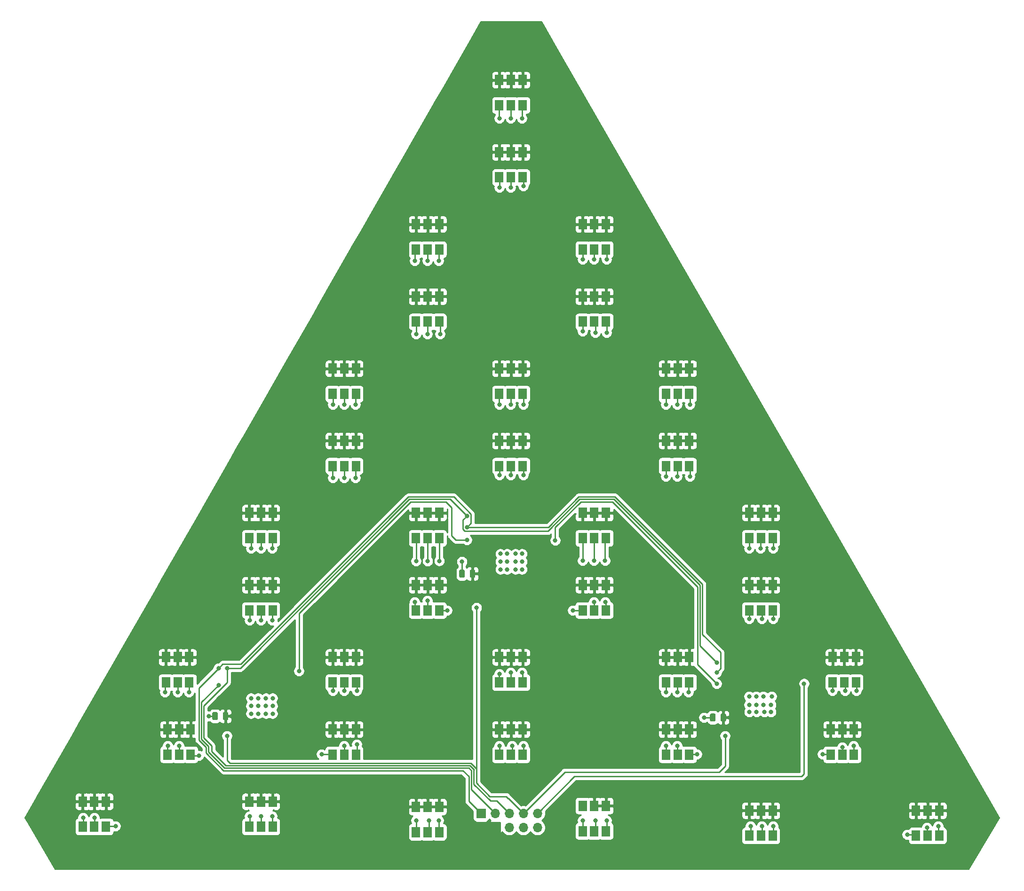
<source format=gbr>
%TF.GenerationSoftware,KiCad,Pcbnew,(5.1.10)-1*%
%TF.CreationDate,2021-06-01T20:39:26-04:00*%
%TF.ProjectId,HabitTracker - Copy (2),48616269-7454-4726-9163-6b6572202d20,rev?*%
%TF.SameCoordinates,Original*%
%TF.FileFunction,Copper,L1,Top*%
%TF.FilePolarity,Positive*%
%FSLAX46Y46*%
G04 Gerber Fmt 4.6, Leading zero omitted, Abs format (unit mm)*
G04 Created by KiCad (PCBNEW (5.1.10)-1) date 2021-06-01 20:39:26*
%MOMM*%
%LPD*%
G01*
G04 APERTURE LIST*
%TA.AperFunction,SMDPad,CuDef*%
%ADD10R,1.549400X1.955800*%
%TD*%
%TA.AperFunction,ComponentPad*%
%ADD11R,1.700000X1.700000*%
%TD*%
%TA.AperFunction,ComponentPad*%
%ADD12O,1.700000X1.700000*%
%TD*%
%TA.AperFunction,ViaPad*%
%ADD13C,0.800000*%
%TD*%
%TA.AperFunction,Conductor*%
%ADD14C,0.250000*%
%TD*%
%TA.AperFunction,Conductor*%
%ADD15C,0.254000*%
%TD*%
%TA.AperFunction,Conductor*%
%ADD16C,0.100000*%
%TD*%
G04 APERTURE END LIST*
D10*
%TO.P,LED3,1*%
%TO.N,+5V*%
X112099998Y-147726700D03*
%TO.P,LED3,2*%
X110000000Y-147726700D03*
%TO.P,LED3,3*%
X107899999Y-147726700D03*
%TO.P,LED3,4*%
%TO.N,Net-(LED3-Pad4)*%
X107900002Y-152273300D03*
%TO.P,LED3,5*%
%TO.N,Net-(LED3-Pad5)*%
X110000000Y-152273300D03*
%TO.P,LED3,6*%
%TO.N,Net-(LED3-Pad6)*%
X112100001Y-152273300D03*
%TD*%
%TO.P,LED16,1*%
%TO.N,+5V*%
X157099998Y-82726700D03*
%TO.P,LED16,2*%
X155000000Y-82726700D03*
%TO.P,LED16,3*%
X152899999Y-82726700D03*
%TO.P,LED16,4*%
%TO.N,Net-(LED16-Pad4)*%
X152900002Y-87273300D03*
%TO.P,LED16,5*%
%TO.N,Net-(LED16-Pad5)*%
X155000000Y-87273300D03*
%TO.P,LED16,6*%
%TO.N,Net-(LED16-Pad6)*%
X157100001Y-87273300D03*
%TD*%
%TO.P,LED24,1*%
%TO.N,+5V*%
X157099998Y-69726700D03*
%TO.P,LED24,2*%
X155000000Y-69726700D03*
%TO.P,LED24,3*%
X152899999Y-69726700D03*
%TO.P,LED24,4*%
%TO.N,Net-(LED24-Pad4)*%
X152900002Y-74273300D03*
%TO.P,LED24,5*%
%TO.N,Net-(LED24-Pad5)*%
X155000000Y-74273300D03*
%TO.P,LED24,6*%
%TO.N,Net-(LED24-Pad6)*%
X157100001Y-74273300D03*
%TD*%
%TO.P,LED26,6*%
%TO.N,Net-(LED26-Pad6)*%
X172100001Y-61273300D03*
%TO.P,LED26,5*%
%TO.N,Net-(LED26-Pad5)*%
X170000000Y-61273300D03*
%TO.P,LED26,4*%
%TO.N,Net-(LED26-Pad4)*%
X167900002Y-61273300D03*
%TO.P,LED26,3*%
%TO.N,+5V*%
X167899999Y-56726700D03*
%TO.P,LED26,2*%
X170000000Y-56726700D03*
%TO.P,LED26,1*%
X172099998Y-56726700D03*
%TD*%
%TO.P,LED27,6*%
%TO.N,Net-(LED27-Pad6)*%
X187100001Y-87273300D03*
%TO.P,LED27,5*%
%TO.N,Net-(LED27-Pad5)*%
X185000000Y-87273300D03*
%TO.P,LED27,4*%
%TO.N,Net-(LED27-Pad4)*%
X182900002Y-87273300D03*
%TO.P,LED27,3*%
%TO.N,+5V*%
X182899999Y-82726700D03*
%TO.P,LED27,2*%
X185000000Y-82726700D03*
%TO.P,LED27,1*%
X187099998Y-82726700D03*
%TD*%
%TO.P,LED14,1*%
%TO.N,+5V*%
X157099998Y-30726700D03*
%TO.P,LED14,2*%
X155000000Y-30726700D03*
%TO.P,LED14,3*%
X152899999Y-30726700D03*
%TO.P,LED14,4*%
%TO.N,Net-(LED14-Pad4)*%
X152900002Y-35273300D03*
%TO.P,LED14,5*%
%TO.N,Net-(LED14-Pad5)*%
X155000000Y-35273300D03*
%TO.P,LED14,6*%
%TO.N,Net-(LED14-Pad6)*%
X157100001Y-35273300D03*
%TD*%
%TO.P,LED18,6*%
%TO.N,Net-(LED18-Pad6)*%
X172100001Y-48273300D03*
%TO.P,LED18,5*%
%TO.N,Net-(LED18-Pad5)*%
X170000000Y-48273300D03*
%TO.P,LED18,4*%
%TO.N,Net-(LED18-Pad4)*%
X167900002Y-48273300D03*
%TO.P,LED18,3*%
%TO.N,+5V*%
X167899999Y-43726700D03*
%TO.P,LED18,2*%
X170000000Y-43726700D03*
%TO.P,LED18,1*%
X172099998Y-43726700D03*
%TD*%
%TO.P,LED20,1*%
%TO.N,+5V*%
X142099998Y-56726700D03*
%TO.P,LED20,2*%
X140000000Y-56726700D03*
%TO.P,LED20,3*%
X137899999Y-56726700D03*
%TO.P,LED20,4*%
%TO.N,Net-(LED20-Pad4)*%
X137900002Y-61273300D03*
%TO.P,LED20,5*%
%TO.N,Net-(LED20-Pad5)*%
X140000000Y-61273300D03*
%TO.P,LED20,6*%
%TO.N,Net-(LED20-Pad6)*%
X142100001Y-61273300D03*
%TD*%
%TO.P,LED22,6*%
%TO.N,Net-(LED22-Pad6)*%
X157100001Y-22273300D03*
%TO.P,LED22,5*%
%TO.N,Net-(LED22-Pad5)*%
X155000000Y-22273300D03*
%TO.P,LED22,4*%
%TO.N,Net-(LED22-Pad4)*%
X152900002Y-22273300D03*
%TO.P,LED22,3*%
%TO.N,+5V*%
X152899999Y-17726700D03*
%TO.P,LED22,2*%
X155000000Y-17726700D03*
%TO.P,LED22,1*%
X157099998Y-17726700D03*
%TD*%
%TO.P,LED4,1*%
%TO.N,+5V*%
X127099998Y-69726700D03*
%TO.P,LED4,2*%
X125000000Y-69726700D03*
%TO.P,LED4,3*%
X122899999Y-69726700D03*
%TO.P,LED4,4*%
%TO.N,Net-(LED4-Pad4)*%
X122900002Y-74273300D03*
%TO.P,LED4,5*%
%TO.N,Net-(LED4-Pad5)*%
X125000000Y-74273300D03*
%TO.P,LED4,6*%
%TO.N,Net-(LED4-Pad6)*%
X127100001Y-74273300D03*
%TD*%
%TO.P,LED11,1*%
%TO.N,+5V*%
X142099998Y-43726700D03*
%TO.P,LED11,2*%
X140000000Y-43726700D03*
%TO.P,LED11,3*%
X137899999Y-43726700D03*
%TO.P,LED11,4*%
%TO.N,Net-(LED11-Pad4)*%
X137900002Y-48273300D03*
%TO.P,LED11,5*%
%TO.N,Net-(LED11-Pad5)*%
X140000000Y-48273300D03*
%TO.P,LED11,6*%
%TO.N,Net-(LED11-Pad6)*%
X142100001Y-48273300D03*
%TD*%
%TO.P,LED6,1*%
%TO.N,+5V*%
X127099998Y-82726700D03*
%TO.P,LED6,2*%
X125000000Y-82726700D03*
%TO.P,LED6,3*%
X122899999Y-82726700D03*
%TO.P,LED6,4*%
%TO.N,Net-(LED6-Pad4)*%
X122900002Y-87273300D03*
%TO.P,LED6,5*%
%TO.N,Net-(LED6-Pad5)*%
X125000000Y-87273300D03*
%TO.P,LED6,6*%
%TO.N,Net-(LED6-Pad6)*%
X127100001Y-87273300D03*
%TD*%
%TO.P,LED36,6*%
%TO.N,Net-(LED36-Pad6)*%
X187100001Y-74273300D03*
%TO.P,LED36,5*%
%TO.N,Net-(LED36-Pad5)*%
X185000000Y-74273300D03*
%TO.P,LED36,4*%
%TO.N,Net-(LED36-Pad4)*%
X182900002Y-74273300D03*
%TO.P,LED36,3*%
%TO.N,+5V*%
X182899999Y-69726700D03*
%TO.P,LED36,2*%
X185000000Y-69726700D03*
%TO.P,LED36,1*%
X187099998Y-69726700D03*
%TD*%
%TO.P,LED1,1*%
%TO.N,+5V*%
X112099998Y-108726700D03*
%TO.P,LED1,2*%
X110000000Y-108726700D03*
%TO.P,LED1,3*%
X107899999Y-108726700D03*
%TO.P,LED1,4*%
%TO.N,Net-(LED1-Pad4)*%
X107900002Y-113273300D03*
%TO.P,LED1,5*%
%TO.N,Net-(LED1-Pad5)*%
X110000000Y-113273300D03*
%TO.P,LED1,6*%
%TO.N,Net-(LED1-Pad6)*%
X112100001Y-113273300D03*
%TD*%
%TO.P,LED10,6*%
%TO.N,Net-(LED10-Pad6)*%
X112100001Y-100273300D03*
%TO.P,LED10,5*%
%TO.N,Net-(LED10-Pad5)*%
X110000000Y-100273300D03*
%TO.P,LED10,4*%
%TO.N,Net-(LED10-Pad4)*%
X107900002Y-100273300D03*
%TO.P,LED10,3*%
%TO.N,+5V*%
X107899999Y-95726700D03*
%TO.P,LED10,2*%
X110000000Y-95726700D03*
%TO.P,LED10,1*%
X112099998Y-95726700D03*
%TD*%
%TO.P,LED17,1*%
%TO.N,+5V*%
X142099998Y-108726700D03*
%TO.P,LED17,2*%
X140000000Y-108726700D03*
%TO.P,LED17,3*%
X137899999Y-108726700D03*
%TO.P,LED17,4*%
%TO.N,Net-(LED17-Pad4)*%
X137900002Y-113273300D03*
%TO.P,LED17,5*%
%TO.N,Net-(LED17-Pad5)*%
X140000000Y-113273300D03*
%TO.P,LED17,6*%
%TO.N,Net-(LED17-Pad6)*%
X142100001Y-113273300D03*
%TD*%
%TO.P,LED25,6*%
%TO.N,Net-(LED25-Pad6)*%
X142100001Y-100273300D03*
%TO.P,LED25,5*%
%TO.N,Net-(LED25-Pad5)*%
X140000000Y-100273300D03*
%TO.P,LED25,4*%
%TO.N,Net-(LED25-Pad4)*%
X137900002Y-100273300D03*
%TO.P,LED25,3*%
%TO.N,+5V*%
X137899999Y-95726700D03*
%TO.P,LED25,2*%
X140000000Y-95726700D03*
%TO.P,LED25,1*%
X142099998Y-95726700D03*
%TD*%
%TO.P,LED8,6*%
%TO.N,Net-(LED8-Pad6)*%
X127100001Y-126273300D03*
%TO.P,LED8,5*%
%TO.N,Net-(LED8-Pad5)*%
X125000000Y-126273300D03*
%TO.P,LED8,4*%
%TO.N,Net-(LED8-Pad4)*%
X122900002Y-126273300D03*
%TO.P,LED8,3*%
%TO.N,+5V*%
X122899999Y-121726700D03*
%TO.P,LED8,2*%
X125000000Y-121726700D03*
%TO.P,LED8,1*%
X127099998Y-121726700D03*
%TD*%
%TO.P,LED2,1*%
%TO.N,+5V*%
X127099998Y-134726700D03*
%TO.P,LED2,2*%
X125000000Y-134726700D03*
%TO.P,LED2,3*%
X122899999Y-134726700D03*
%TO.P,LED2,4*%
%TO.N,Net-(LED2-Pad4)*%
X122900002Y-139273300D03*
%TO.P,LED2,5*%
%TO.N,Net-(LED2-Pad5)*%
X125000000Y-139273300D03*
%TO.P,LED2,6*%
%TO.N,Net-(LED2-Pad6)*%
X127100001Y-139273300D03*
%TD*%
%TO.P,LED23,6*%
%TO.N,Net-(LED23-Pad6)*%
X142100001Y-153230600D03*
%TO.P,LED23,5*%
%TO.N,Net-(LED23-Pad5)*%
X140000000Y-153230600D03*
%TO.P,LED23,4*%
%TO.N,Net-(LED23-Pad4)*%
X137900002Y-153230600D03*
%TO.P,LED23,3*%
%TO.N,+5V*%
X137899999Y-148684000D03*
%TO.P,LED23,2*%
X140000000Y-148684000D03*
%TO.P,LED23,1*%
X142099998Y-148684000D03*
%TD*%
%TO.P,LED15,6*%
%TO.N,Net-(LED15-Pad6)*%
X157100001Y-126273300D03*
%TO.P,LED15,5*%
%TO.N,Net-(LED15-Pad5)*%
X155000000Y-126273300D03*
%TO.P,LED15,4*%
%TO.N,Net-(LED15-Pad4)*%
X152900002Y-126273300D03*
%TO.P,LED15,3*%
%TO.N,+5V*%
X152899999Y-121726700D03*
%TO.P,LED15,2*%
X155000000Y-121726700D03*
%TO.P,LED15,1*%
X157099998Y-121726700D03*
%TD*%
%TO.P,LED13,1*%
%TO.N,+5V*%
X157099998Y-134726700D03*
%TO.P,LED13,2*%
X155000000Y-134726700D03*
%TO.P,LED13,3*%
X152899999Y-134726700D03*
%TO.P,LED13,4*%
%TO.N,Net-(LED13-Pad4)*%
X152900002Y-139273300D03*
%TO.P,LED13,5*%
%TO.N,Net-(LED13-Pad5)*%
X155000000Y-139273300D03*
%TO.P,LED13,6*%
%TO.N,Net-(LED13-Pad6)*%
X157100001Y-139273300D03*
%TD*%
%TO.P,LED9,1*%
%TO.N,+5V*%
X97099998Y-121726700D03*
%TO.P,LED9,2*%
X95000000Y-121726700D03*
%TO.P,LED9,3*%
X92899999Y-121726700D03*
%TO.P,LED9,4*%
%TO.N,Net-(LED9-Pad4)*%
X92900002Y-126273300D03*
%TO.P,LED9,5*%
%TO.N,Net-(LED9-Pad5)*%
X95000000Y-126273300D03*
%TO.P,LED9,6*%
%TO.N,Net-(LED9-Pad6)*%
X97100001Y-126273300D03*
%TD*%
%TO.P,LED5,6*%
%TO.N,Net-(LED5-Pad6)*%
X82100001Y-152273300D03*
%TO.P,LED5,5*%
%TO.N,Net-(LED5-Pad5)*%
X80000000Y-152273300D03*
%TO.P,LED5,4*%
%TO.N,Net-(LED5-Pad4)*%
X77900002Y-152273300D03*
%TO.P,LED5,3*%
%TO.N,+5V*%
X77899999Y-147726700D03*
%TO.P,LED5,2*%
X80000000Y-147726700D03*
%TO.P,LED5,1*%
X82099998Y-147726700D03*
%TD*%
%TO.P,LED7,6*%
%TO.N,Net-(LED7-Pad6)*%
X97350001Y-139273300D03*
%TO.P,LED7,5*%
%TO.N,Net-(LED7-Pad5)*%
X95250000Y-139273300D03*
%TO.P,LED7,4*%
%TO.N,Net-(LED7-Pad4)*%
X93150002Y-139273300D03*
%TO.P,LED7,3*%
%TO.N,+5V*%
X93149999Y-134726700D03*
%TO.P,LED7,2*%
X95250000Y-134726700D03*
%TO.P,LED7,1*%
X97349998Y-134726700D03*
%TD*%
%TO.P,LED29,1*%
%TO.N,+5V*%
X232099998Y-149344400D03*
%TO.P,LED29,2*%
X230000000Y-149344400D03*
%TO.P,LED29,3*%
X227899999Y-149344400D03*
%TO.P,LED29,4*%
%TO.N,Net-(LED29-Pad4)*%
X227900002Y-153891000D03*
%TO.P,LED29,5*%
%TO.N,Net-(LED29-Pad5)*%
X230000000Y-153891000D03*
%TO.P,LED29,6*%
%TO.N,Net-(LED29-Pad6)*%
X232100001Y-153891000D03*
%TD*%
%TO.P,LED21,1*%
%TO.N,+5V*%
X172099998Y-148518900D03*
%TO.P,LED21,2*%
X170000000Y-148518900D03*
%TO.P,LED21,3*%
%TO.N,Net-(LED21-Pad3)*%
X167899999Y-148518900D03*
%TO.P,LED21,4*%
%TO.N,Net-(LED21-Pad4)*%
X167900002Y-153065500D03*
%TO.P,LED21,5*%
%TO.N,Net-(LED21-Pad5)*%
X170000000Y-153065500D03*
%TO.P,LED21,6*%
%TO.N,Net-(LED21-Pad6)*%
X172100001Y-153065500D03*
%TD*%
%TO.P,LED31,6*%
%TO.N,Net-(LED31-Pad6)*%
X202100001Y-153891000D03*
%TO.P,LED31,5*%
%TO.N,Net-(LED31-Pad5)*%
X200000000Y-153891000D03*
%TO.P,LED31,4*%
%TO.N,Net-(LED31-Pad4)*%
X197900002Y-153891000D03*
%TO.P,LED31,3*%
%TO.N,+5V*%
X197899999Y-149344400D03*
%TO.P,LED31,2*%
X200000000Y-149344400D03*
%TO.P,LED31,1*%
X202099998Y-149344400D03*
%TD*%
%TO.P,LED34,6*%
%TO.N,Net-(LED34-Pad6)*%
X217100001Y-126273300D03*
%TO.P,LED34,5*%
%TO.N,Net-(LED34-Pad5)*%
X215000000Y-126273300D03*
%TO.P,LED34,4*%
%TO.N,Net-(LED34-Pad4)*%
X212900002Y-126273300D03*
%TO.P,LED34,3*%
%TO.N,+5V*%
X212899999Y-121726700D03*
%TO.P,LED34,2*%
X215000000Y-121726700D03*
%TO.P,LED34,1*%
X217099998Y-121726700D03*
%TD*%
%TO.P,LED28,1*%
%TO.N,+5V*%
X216729998Y-134726700D03*
%TO.P,LED28,2*%
X214630000Y-134726700D03*
%TO.P,LED28,3*%
X212529999Y-134726700D03*
%TO.P,LED28,4*%
%TO.N,Net-(LED28-Pad4)*%
X212530002Y-139273300D03*
%TO.P,LED28,5*%
%TO.N,Net-(LED28-Pad5)*%
X214630000Y-139273300D03*
%TO.P,LED28,6*%
%TO.N,Net-(LED28-Pad6)*%
X216730001Y-139273300D03*
%TD*%
%TO.P,LED33,6*%
%TO.N,Net-(LED33-Pad6)*%
X187100001Y-139273300D03*
%TO.P,LED33,5*%
%TO.N,Net-(LED33-Pad5)*%
X185000000Y-139273300D03*
%TO.P,LED33,4*%
%TO.N,Net-(LED33-Pad4)*%
X182900002Y-139273300D03*
%TO.P,LED33,3*%
%TO.N,+5V*%
X182899999Y-134726700D03*
%TO.P,LED33,2*%
X185000000Y-134726700D03*
%TO.P,LED33,1*%
X187099998Y-134726700D03*
%TD*%
%TO.P,LED35,1*%
%TO.N,+5V*%
X187099998Y-121726700D03*
%TO.P,LED35,2*%
X185000000Y-121726700D03*
%TO.P,LED35,3*%
X182899999Y-121726700D03*
%TO.P,LED35,4*%
%TO.N,Net-(LED35-Pad4)*%
X182900002Y-126273300D03*
%TO.P,LED35,5*%
%TO.N,Net-(LED35-Pad5)*%
X185000000Y-126273300D03*
%TO.P,LED35,6*%
%TO.N,Net-(LED35-Pad6)*%
X187100001Y-126273300D03*
%TD*%
%TO.P,LED12,6*%
%TO.N,Net-(LED12-Pad6)*%
X172100001Y-113273300D03*
%TO.P,LED12,5*%
%TO.N,Net-(LED12-Pad5)*%
X170000000Y-113273300D03*
%TO.P,LED12,4*%
%TO.N,Net-(LED12-Pad4)*%
X167900002Y-113273300D03*
%TO.P,LED12,3*%
%TO.N,+5V*%
X167899999Y-108726700D03*
%TO.P,LED12,2*%
X170000000Y-108726700D03*
%TO.P,LED12,1*%
X172099998Y-108726700D03*
%TD*%
%TO.P,LED32,1*%
%TO.N,+5V*%
X202099998Y-108726700D03*
%TO.P,LED32,2*%
X200000000Y-108726700D03*
%TO.P,LED32,3*%
X197899999Y-108726700D03*
%TO.P,LED32,4*%
%TO.N,Net-(LED32-Pad4)*%
X197900002Y-113273300D03*
%TO.P,LED32,5*%
%TO.N,Net-(LED32-Pad5)*%
X200000000Y-113273300D03*
%TO.P,LED32,6*%
%TO.N,Net-(LED32-Pad6)*%
X202100001Y-113273300D03*
%TD*%
%TO.P,LED30,1*%
%TO.N,+5V*%
X202099998Y-95726700D03*
%TO.P,LED30,2*%
X200000000Y-95726700D03*
%TO.P,LED30,3*%
X197899999Y-95726700D03*
%TO.P,LED30,4*%
%TO.N,Net-(LED30-Pad4)*%
X197900002Y-100273300D03*
%TO.P,LED30,5*%
%TO.N,Net-(LED30-Pad5)*%
X200000000Y-100273300D03*
%TO.P,LED30,6*%
%TO.N,Net-(LED30-Pad6)*%
X202100001Y-100273300D03*
%TD*%
%TO.P,LED19,1*%
%TO.N,+5V*%
X172099998Y-95726700D03*
%TO.P,LED19,2*%
X170000000Y-95726700D03*
%TO.P,LED19,3*%
X167899999Y-95726700D03*
%TO.P,LED19,4*%
%TO.N,Net-(LED19-Pad4)*%
X167900002Y-100273300D03*
%TO.P,LED19,5*%
%TO.N,Net-(LED19-Pad5)*%
X170000000Y-100273300D03*
%TO.P,LED19,6*%
%TO.N,Net-(LED19-Pad6)*%
X172100001Y-100273300D03*
%TD*%
%TO.P,C1,1*%
%TO.N,+5V*%
%TA.AperFunction,SMDPad,CuDef*%
G36*
G01*
X104132000Y-131859000D02*
X104132000Y-132809000D01*
G75*
G02*
X103882000Y-133059000I-250000J0D01*
G01*
X103382000Y-133059000D01*
G75*
G02*
X103132000Y-132809000I0J250000D01*
G01*
X103132000Y-131859000D01*
G75*
G02*
X103382000Y-131609000I250000J0D01*
G01*
X103882000Y-131609000D01*
G75*
G02*
X104132000Y-131859000I0J-250000D01*
G01*
G37*
%TD.AperFunction*%
%TO.P,C1,2*%
%TO.N,GND*%
%TA.AperFunction,SMDPad,CuDef*%
G36*
G01*
X102232000Y-131859000D02*
X102232000Y-132809000D01*
G75*
G02*
X101982000Y-133059000I-250000J0D01*
G01*
X101482000Y-133059000D01*
G75*
G02*
X101232000Y-132809000I0J250000D01*
G01*
X101232000Y-131859000D01*
G75*
G02*
X101482000Y-131609000I250000J0D01*
G01*
X101982000Y-131609000D01*
G75*
G02*
X102232000Y-131859000I0J-250000D01*
G01*
G37*
%TD.AperFunction*%
%TD*%
%TO.P,C2,2*%
%TO.N,GND*%
%TA.AperFunction,SMDPad,CuDef*%
G36*
G01*
X191828000Y-132113000D02*
X191828000Y-133063000D01*
G75*
G02*
X191578000Y-133313000I-250000J0D01*
G01*
X191078000Y-133313000D01*
G75*
G02*
X190828000Y-133063000I0J250000D01*
G01*
X190828000Y-132113000D01*
G75*
G02*
X191078000Y-131863000I250000J0D01*
G01*
X191578000Y-131863000D01*
G75*
G02*
X191828000Y-132113000I0J-250000D01*
G01*
G37*
%TD.AperFunction*%
%TO.P,C2,1*%
%TO.N,+5V*%
%TA.AperFunction,SMDPad,CuDef*%
G36*
G01*
X193728000Y-132113000D02*
X193728000Y-133063000D01*
G75*
G02*
X193478000Y-133313000I-250000J0D01*
G01*
X192978000Y-133313000D01*
G75*
G02*
X192728000Y-133063000I0J250000D01*
G01*
X192728000Y-132113000D01*
G75*
G02*
X192978000Y-131863000I250000J0D01*
G01*
X193478000Y-131863000D01*
G75*
G02*
X193728000Y-132113000I0J-250000D01*
G01*
G37*
%TD.AperFunction*%
%TD*%
%TO.P,C3,1*%
%TO.N,+5V*%
%TA.AperFunction,SMDPad,CuDef*%
G36*
G01*
X148582000Y-106205000D02*
X148582000Y-107155000D01*
G75*
G02*
X148332000Y-107405000I-250000J0D01*
G01*
X147832000Y-107405000D01*
G75*
G02*
X147582000Y-107155000I0J250000D01*
G01*
X147582000Y-106205000D01*
G75*
G02*
X147832000Y-105955000I250000J0D01*
G01*
X148332000Y-105955000D01*
G75*
G02*
X148582000Y-106205000I0J-250000D01*
G01*
G37*
%TD.AperFunction*%
%TO.P,C3,2*%
%TO.N,GND*%
%TA.AperFunction,SMDPad,CuDef*%
G36*
G01*
X146682000Y-106205000D02*
X146682000Y-107155000D01*
G75*
G02*
X146432000Y-107405000I-250000J0D01*
G01*
X145932000Y-107405000D01*
G75*
G02*
X145682000Y-107155000I0J250000D01*
G01*
X145682000Y-106205000D01*
G75*
G02*
X145932000Y-105955000I250000J0D01*
G01*
X146432000Y-105955000D01*
G75*
G02*
X146682000Y-106205000I0J-250000D01*
G01*
G37*
%TD.AperFunction*%
%TD*%
D11*
%TO.P,J1,1*%
%TO.N,/SERIAL_CLOCK*%
X149606000Y-149860000D03*
D12*
%TO.P,J1,2*%
%TO.N,+5V*%
X149606000Y-152400000D03*
%TO.P,J1,3*%
%TO.N,/SERIAL_IN*%
X152146000Y-149860000D03*
%TO.P,J1,4*%
%TO.N,+5V*%
X152146000Y-152400000D03*
%TO.P,J1,5*%
%TO.N,/LATCH*%
X154686000Y-149860000D03*
%TO.P,J1,6*%
%TO.N,Net-(J1-Pad6)*%
X154686000Y-152400000D03*
%TO.P,J1,7*%
%TO.N,/GS_CLOCK*%
X157226000Y-149860000D03*
%TO.P,J1,8*%
%TO.N,GND*%
X157226000Y-152400000D03*
%TO.P,J1,9*%
%TO.N,/SERIAL_OUT*%
X159766000Y-149860000D03*
%TO.P,J1,10*%
%TO.N,GND*%
X159766000Y-152400000D03*
%TD*%
D13*
%TO.N,+5V*%
X104648000Y-132334000D03*
X149352000Y-106680000D03*
X194310000Y-132588000D03*
%TO.N,Net-(LED1-Pad4)*%
X107950000Y-115062000D03*
%TO.N,Net-(LED1-Pad5)*%
X109982000Y-115062000D03*
%TO.N,Net-(LED1-Pad6)*%
X112014000Y-115062000D03*
%TO.N,Net-(LED2-Pad6)*%
X127254000Y-137414000D03*
%TO.N,Net-(LED2-Pad5)*%
X124968000Y-137668000D03*
%TO.N,Net-(LED2-Pad4)*%
X120904000Y-139192000D03*
%TO.N,Net-(LED3-Pad4)*%
X107950000Y-150368000D03*
%TO.N,Net-(LED3-Pad5)*%
X109982000Y-150368000D03*
%TO.N,Net-(LED3-Pad6)*%
X112014000Y-150368000D03*
%TO.N,Net-(LED4-Pad6)*%
X127000000Y-76200000D03*
%TO.N,Net-(LED4-Pad5)*%
X124968000Y-76200000D03*
%TO.N,Net-(LED4-Pad4)*%
X122936000Y-76200000D03*
%TO.N,Net-(LED5-Pad4)*%
X77978000Y-150622000D03*
%TO.N,Net-(LED5-Pad5)*%
X80010000Y-150622000D03*
%TO.N,Net-(LED5-Pad6)*%
X83820000Y-152146000D03*
%TO.N,Net-(LED6-Pad6)*%
X127000000Y-89408000D03*
%TO.N,Net-(LED6-Pad5)*%
X124968000Y-89408000D03*
%TO.N,Net-(LED6-Pad4)*%
X122936000Y-89408000D03*
%TO.N,Net-(LED7-Pad4)*%
X93218000Y-137668000D03*
%TO.N,Net-(LED7-Pad5)*%
X95250000Y-137668000D03*
%TO.N,Net-(LED7-Pad6)*%
X98806000Y-139446000D03*
%TO.N,Net-(LED8-Pad6)*%
X127254000Y-127762000D03*
%TO.N,Net-(LED8-Pad5)*%
X124968000Y-127762000D03*
%TO.N,Net-(LED8-Pad4)*%
X122936000Y-127762000D03*
%TO.N,Net-(LED9-Pad6)*%
X97028000Y-128016000D03*
%TO.N,Net-(LED9-Pad5)*%
X94996000Y-128016000D03*
%TO.N,Net-(LED9-Pad4)*%
X92710000Y-128016000D03*
%TO.N,Net-(LED10-Pad4)*%
X108204000Y-102108000D03*
%TO.N,Net-(LED10-Pad5)*%
X109982000Y-102108000D03*
%TO.N,Net-(LED10-Pad6)*%
X112014000Y-102108000D03*
%TO.N,Net-(LED11-Pad6)*%
X141986000Y-50292000D03*
%TO.N,Net-(LED11-Pad5)*%
X139954000Y-50292000D03*
%TO.N,Net-(LED11-Pad4)*%
X137668000Y-50292000D03*
%TO.N,Net-(LED12-Pad4)*%
X166116000Y-113284000D03*
%TO.N,Net-(LED12-Pad5)*%
X169926000Y-111760000D03*
%TO.N,Net-(LED12-Pad6)*%
X171958000Y-111760000D03*
%TO.N,Net-(LED13-Pad4)*%
X152908000Y-137668000D03*
%TO.N,Net-(LED13-Pad5)*%
X155194000Y-137668000D03*
%TO.N,Net-(LED13-Pad6)*%
X157226000Y-137668000D03*
%TO.N,Net-(LED14-Pad4)*%
X152908000Y-37084000D03*
%TO.N,Net-(LED14-Pad5)*%
X154940000Y-37084000D03*
%TO.N,Net-(LED14-Pad6)*%
X157226000Y-36830000D03*
%TO.N,Net-(LED15-Pad6)*%
X156972000Y-124460000D03*
%TO.N,Net-(LED15-Pad5)*%
X154940000Y-124460000D03*
%TO.N,Net-(LED15-Pad4)*%
X152908000Y-124714000D03*
%TO.N,Net-(LED16-Pad4)*%
X152908000Y-88900000D03*
%TO.N,Net-(LED16-Pad5)*%
X154940000Y-88900000D03*
%TO.N,Net-(LED16-Pad6)*%
X157226000Y-88900000D03*
%TO.N,Net-(LED17-Pad6)*%
X143510000Y-113284000D03*
%TO.N,Net-(LED17-Pad5)*%
X139954000Y-111506000D03*
%TO.N,Net-(LED17-Pad4)*%
X137668000Y-111760000D03*
%TO.N,Net-(LED18-Pad4)*%
X167894000Y-50038000D03*
%TO.N,Net-(LED18-Pad5)*%
X169926000Y-50038000D03*
%TO.N,Net-(LED18-Pad6)*%
X172212000Y-50038000D03*
%TO.N,Net-(LED19-Pad6)*%
X171950000Y-104325000D03*
%TO.N,Net-(LED19-Pad5)*%
X169925000Y-104325000D03*
%TO.N,Net-(LED19-Pad4)*%
X167900000Y-104325000D03*
%TO.N,Net-(LED20-Pad4)*%
X137922000Y-63500000D03*
%TO.N,Net-(LED20-Pad5)*%
X139954000Y-63500000D03*
%TO.N,Net-(LED20-Pad6)*%
X142240000Y-63500000D03*
%TO.N,Net-(LED21-Pad6)*%
X172212000Y-151130000D03*
%TO.N,Net-(LED21-Pad5)*%
X170180000Y-151130000D03*
%TO.N,Net-(LED21-Pad4)*%
X167894000Y-151130000D03*
%TO.N,Net-(LED22-Pad4)*%
X152908000Y-24638000D03*
%TO.N,Net-(LED22-Pad5)*%
X154940000Y-24638000D03*
%TO.N,Net-(LED22-Pad6)*%
X156972000Y-24638000D03*
%TO.N,Net-(LED23-Pad6)*%
X141986000Y-151130000D03*
%TO.N,Net-(LED23-Pad5)*%
X140208000Y-151130000D03*
%TO.N,Net-(LED23-Pad4)*%
X137922000Y-151130000D03*
%TO.N,Net-(LED24-Pad4)*%
X152908000Y-76200000D03*
%TO.N,Net-(LED24-Pad5)*%
X154940000Y-76200000D03*
%TO.N,Net-(LED24-Pad6)*%
X157226000Y-76200000D03*
%TO.N,Net-(LED25-Pad4)*%
X137925000Y-104400000D03*
%TO.N,Net-(LED25-Pad5)*%
X140000000Y-104400000D03*
%TO.N,Net-(LED25-Pad6)*%
X142100000Y-104375000D03*
%TO.N,Net-(LED26-Pad6)*%
X172212000Y-63246000D03*
%TO.N,Net-(LED26-Pad5)*%
X170180000Y-63246000D03*
%TO.N,Net-(LED26-Pad4)*%
X167894000Y-62992000D03*
%TO.N,Net-(LED27-Pad4)*%
X182880000Y-89154000D03*
%TO.N,Net-(LED27-Pad5)*%
X184912000Y-89154000D03*
%TO.N,Net-(LED27-Pad6)*%
X187198000Y-89154000D03*
%TO.N,Net-(LED28-Pad6)*%
X216662000Y-137668000D03*
%TO.N,Net-(LED28-Pad5)*%
X214630000Y-137922000D03*
%TO.N,Net-(LED28-Pad4)*%
X211074000Y-139192000D03*
%TO.N,Net-(LED29-Pad6)*%
X231902000Y-152146000D03*
%TO.N,Net-(LED29-Pad5)*%
X229870000Y-152400000D03*
%TO.N,Net-(LED29-Pad4)*%
X226314000Y-153670000D03*
%TO.N,Net-(LED30-Pad4)*%
X197866000Y-102108000D03*
%TO.N,Net-(LED30-Pad5)*%
X199898000Y-102108000D03*
%TO.N,Net-(LED30-Pad6)*%
X202184000Y-102108000D03*
%TO.N,Net-(LED31-Pad6)*%
X202184000Y-152146000D03*
%TO.N,Net-(LED31-Pad5)*%
X200152000Y-152146000D03*
%TO.N,Net-(LED31-Pad4)*%
X198120000Y-152146000D03*
%TO.N,Net-(LED32-Pad4)*%
X197866000Y-114808000D03*
%TO.N,Net-(LED32-Pad5)*%
X200152000Y-114808000D03*
%TO.N,Net-(LED32-Pad6)*%
X202184000Y-114808000D03*
%TO.N,Net-(LED33-Pad6)*%
X188468000Y-139192000D03*
%TO.N,Net-(LED33-Pad5)*%
X184912000Y-137668000D03*
%TO.N,Net-(LED33-Pad4)*%
X182880000Y-137668000D03*
%TO.N,Net-(LED34-Pad4)*%
X212852000Y-127762000D03*
%TO.N,Net-(LED34-Pad5)*%
X215138000Y-127762000D03*
%TO.N,Net-(LED34-Pad6)*%
X217170000Y-127762000D03*
%TO.N,Net-(LED35-Pad6)*%
X186944000Y-128016000D03*
%TO.N,Net-(LED35-Pad5)*%
X184912000Y-128016000D03*
%TO.N,Net-(LED35-Pad4)*%
X182880000Y-128016000D03*
%TO.N,Net-(LED36-Pad4)*%
X182880000Y-76200000D03*
%TO.N,Net-(LED36-Pad5)*%
X184912000Y-76200000D03*
%TO.N,Net-(LED36-Pad6)*%
X187198000Y-76200000D03*
%TO.N,/SERIAL_IN*%
X102362000Y-126746000D03*
%TO.N,/SERIAL_CLOCK*%
X102362000Y-123698000D03*
X147066000Y-98298000D03*
X192024000Y-124460000D03*
%TO.N,/LATCH*%
X103890653Y-123693347D03*
X147066000Y-96266000D03*
X192024000Y-122682000D03*
%TO.N,/SERIAL_LINK1*%
X116840000Y-124206000D03*
X147066000Y-100584000D03*
%TO.N,GND*%
X201930000Y-128778000D03*
X200406000Y-128778000D03*
X199136000Y-128778000D03*
X197866000Y-128778000D03*
X197900000Y-131572000D03*
X199200000Y-131572000D03*
X200600000Y-131572000D03*
X201800000Y-131572000D03*
X200406000Y-130302000D03*
X199200000Y-130302000D03*
X201800000Y-130302000D03*
X197866000Y-130302000D03*
X157000000Y-104500000D03*
X155800000Y-104500000D03*
X154300000Y-104500000D03*
X153100000Y-104500000D03*
X157000000Y-105900000D03*
X155800000Y-105900000D03*
X154300000Y-105900000D03*
X153100000Y-105900000D03*
X155800000Y-103100000D03*
X154300000Y-103100000D03*
X157000000Y-103100000D03*
X153100000Y-103100000D03*
X112100000Y-130500000D03*
X110900000Y-130500000D03*
X109500000Y-130500000D03*
X108200000Y-130500000D03*
X112100000Y-131900000D03*
X110900000Y-131900000D03*
X109500000Y-131900000D03*
X108200000Y-131900000D03*
X110900000Y-129100000D03*
X112100000Y-129100000D03*
X109500000Y-129100000D03*
X108200000Y-129100000D03*
X100584000Y-132334000D03*
X189738000Y-132588000D03*
X146182000Y-104516000D03*
%TO.N,/GS_CLOCK*%
X193548000Y-135890000D03*
X103886000Y-135890000D03*
X148800000Y-112800000D03*
%TO.N,/SERIAL_LINK2*%
X192024000Y-126492000D03*
X162974700Y-100677300D03*
%TO.N,/SERIAL_OUT*%
X207759381Y-126479381D03*
%TD*%
D14*
%TO.N,+5V*%
X104648000Y-132334000D02*
X103632000Y-132334000D01*
X149352000Y-106680000D02*
X148082000Y-106680000D01*
X194310000Y-132588000D02*
X193228000Y-132588000D01*
%TO.N,Net-(LED1-Pad4)*%
X107950000Y-113323298D02*
X107900002Y-113273300D01*
X107950000Y-115062000D02*
X107950000Y-113323298D01*
%TO.N,Net-(LED1-Pad5)*%
X109982000Y-113291300D02*
X110000000Y-113273300D01*
X109982000Y-115062000D02*
X109982000Y-113291300D01*
%TO.N,Net-(LED1-Pad6)*%
X112014000Y-113359301D02*
X112100001Y-113273300D01*
X112014000Y-115062000D02*
X112014000Y-113359301D01*
%TO.N,Net-(LED2-Pad6)*%
X127254000Y-139119301D02*
X127100001Y-139273300D01*
X127254000Y-137414000D02*
X127254000Y-139119301D01*
%TO.N,Net-(LED2-Pad5)*%
X124968000Y-139241300D02*
X125000000Y-139273300D01*
X124968000Y-137668000D02*
X124968000Y-139241300D01*
%TO.N,Net-(LED2-Pad4)*%
X122818702Y-139192000D02*
X122900002Y-139273300D01*
X120904000Y-139192000D02*
X122818702Y-139192000D01*
%TO.N,Net-(LED3-Pad4)*%
X107950000Y-152223302D02*
X107900002Y-152273300D01*
X107950000Y-150368000D02*
X107950000Y-152223302D01*
%TO.N,Net-(LED3-Pad5)*%
X109982000Y-152255300D02*
X110000000Y-152273300D01*
X109982000Y-150368000D02*
X109982000Y-152255300D01*
%TO.N,Net-(LED3-Pad6)*%
X112014000Y-152187299D02*
X112100001Y-152273300D01*
X112014000Y-150368000D02*
X112014000Y-152187299D01*
%TO.N,Net-(LED4-Pad6)*%
X127000000Y-74373301D02*
X127100001Y-74273300D01*
X127000000Y-76200000D02*
X127000000Y-74373301D01*
%TO.N,Net-(LED4-Pad5)*%
X124968000Y-74305300D02*
X125000000Y-74273300D01*
X124968000Y-76200000D02*
X124968000Y-74305300D01*
%TO.N,Net-(LED4-Pad4)*%
X122936000Y-74309298D02*
X122900002Y-74273300D01*
X122936000Y-76200000D02*
X122936000Y-74309298D01*
%TO.N,Net-(LED5-Pad4)*%
X77978000Y-152195302D02*
X77900002Y-152273300D01*
X77978000Y-150622000D02*
X77978000Y-152195302D01*
%TO.N,Net-(LED5-Pad5)*%
X80010000Y-152263300D02*
X80000000Y-152273300D01*
X80010000Y-150622000D02*
X80010000Y-152263300D01*
%TO.N,Net-(LED5-Pad6)*%
X82227301Y-152146000D02*
X82100001Y-152273300D01*
X83820000Y-152146000D02*
X82227301Y-152146000D01*
%TO.N,Net-(LED6-Pad6)*%
X127000000Y-87373301D02*
X127100001Y-87273300D01*
X127000000Y-89408000D02*
X127000000Y-87373301D01*
%TO.N,Net-(LED6-Pad5)*%
X124968000Y-87305300D02*
X125000000Y-87273300D01*
X124968000Y-89408000D02*
X124968000Y-87305300D01*
%TO.N,Net-(LED6-Pad4)*%
X122900002Y-89372002D02*
X122936000Y-89408000D01*
X122900002Y-87273300D02*
X122900002Y-89372002D01*
%TO.N,Net-(LED7-Pad4)*%
X93150002Y-137735998D02*
X93218000Y-137668000D01*
X93150002Y-139273300D02*
X93150002Y-137735998D01*
%TO.N,Net-(LED7-Pad5)*%
X95250000Y-137668000D02*
X95250000Y-139273300D01*
%TO.N,Net-(LED7-Pad6)*%
X97522701Y-139446000D02*
X97350001Y-139273300D01*
X98806000Y-139446000D02*
X97522701Y-139446000D01*
%TO.N,Net-(LED8-Pad6)*%
X127254000Y-126427299D02*
X127100001Y-126273300D01*
X127254000Y-127762000D02*
X127254000Y-126427299D01*
%TO.N,Net-(LED8-Pad5)*%
X124968000Y-126305300D02*
X125000000Y-126273300D01*
X124968000Y-127762000D02*
X124968000Y-126305300D01*
%TO.N,Net-(LED8-Pad4)*%
X122936000Y-126309298D02*
X122900002Y-126273300D01*
X122936000Y-127762000D02*
X122936000Y-126309298D01*
%TO.N,Net-(LED9-Pad6)*%
X97028000Y-126345301D02*
X97100001Y-126273300D01*
X97028000Y-128016000D02*
X97028000Y-126345301D01*
%TO.N,Net-(LED9-Pad5)*%
X94996000Y-126277300D02*
X95000000Y-126273300D01*
X94996000Y-128016000D02*
X94996000Y-126277300D01*
%TO.N,Net-(LED9-Pad4)*%
X92710000Y-126463302D02*
X92900002Y-126273300D01*
X92710000Y-128016000D02*
X92710000Y-126463302D01*
%TO.N,Net-(LED10-Pad4)*%
X108204000Y-100577298D02*
X107900002Y-100273300D01*
X108204000Y-102108000D02*
X108204000Y-100577298D01*
%TO.N,Net-(LED10-Pad5)*%
X109982000Y-100291300D02*
X110000000Y-100273300D01*
X109982000Y-102108000D02*
X109982000Y-100291300D01*
%TO.N,Net-(LED10-Pad6)*%
X112014000Y-100359301D02*
X112100001Y-100273300D01*
X112014000Y-102108000D02*
X112014000Y-100359301D01*
%TO.N,Net-(LED11-Pad6)*%
X141986000Y-48387301D02*
X142100001Y-48273300D01*
X141986000Y-50292000D02*
X141986000Y-48387301D01*
%TO.N,Net-(LED11-Pad5)*%
X139954000Y-48319300D02*
X140000000Y-48273300D01*
X139954000Y-50292000D02*
X139954000Y-48319300D01*
%TO.N,Net-(LED11-Pad4)*%
X137668000Y-48505302D02*
X137900002Y-48273300D01*
X137668000Y-50292000D02*
X137668000Y-48505302D01*
%TO.N,Net-(LED12-Pad4)*%
X167889302Y-113284000D02*
X167900002Y-113273300D01*
X166116000Y-113284000D02*
X167889302Y-113284000D01*
%TO.N,Net-(LED12-Pad5)*%
X169926000Y-113199300D02*
X170000000Y-113273300D01*
X169926000Y-111760000D02*
X169926000Y-113199300D01*
%TO.N,Net-(LED12-Pad6)*%
X172100001Y-111902001D02*
X171958000Y-111760000D01*
X172100001Y-113273300D02*
X172100001Y-111902001D01*
%TO.N,Net-(LED13-Pad4)*%
X152908000Y-139265302D02*
X152900002Y-139273300D01*
X152908000Y-137668000D02*
X152908000Y-139265302D01*
%TO.N,Net-(LED13-Pad5)*%
X155194000Y-139079300D02*
X155000000Y-139273300D01*
X155194000Y-137668000D02*
X155194000Y-139079300D01*
%TO.N,Net-(LED13-Pad6)*%
X157226000Y-139147301D02*
X157100001Y-139273300D01*
X157226000Y-137668000D02*
X157226000Y-139147301D01*
%TO.N,Net-(LED14-Pad4)*%
X152908000Y-35281298D02*
X152900002Y-35273300D01*
X152908000Y-37084000D02*
X152908000Y-35281298D01*
%TO.N,Net-(LED14-Pad5)*%
X154940000Y-35333300D02*
X155000000Y-35273300D01*
X154940000Y-37084000D02*
X154940000Y-35333300D01*
%TO.N,Net-(LED14-Pad6)*%
X157226000Y-35399299D02*
X157100001Y-35273300D01*
X157226000Y-36830000D02*
X157226000Y-35399299D01*
%TO.N,Net-(LED15-Pad6)*%
X157100001Y-124588001D02*
X156972000Y-124460000D01*
X157100001Y-126273300D02*
X157100001Y-124588001D01*
%TO.N,Net-(LED15-Pad5)*%
X154940000Y-126213300D02*
X155000000Y-126273300D01*
X154940000Y-124460000D02*
X154940000Y-126213300D01*
%TO.N,Net-(LED15-Pad4)*%
X152900002Y-124721998D02*
X152908000Y-124714000D01*
X152900002Y-126273300D02*
X152900002Y-124721998D01*
%TO.N,Net-(LED16-Pad4)*%
X152908000Y-87281298D02*
X152900002Y-87273300D01*
X152908000Y-88900000D02*
X152908000Y-87281298D01*
%TO.N,Net-(LED16-Pad5)*%
X154940000Y-87333300D02*
X155000000Y-87273300D01*
X154940000Y-88900000D02*
X154940000Y-87333300D01*
%TO.N,Net-(LED16-Pad6)*%
X157226000Y-87399299D02*
X157100001Y-87273300D01*
X157226000Y-88900000D02*
X157226000Y-87399299D01*
%TO.N,Net-(LED17-Pad6)*%
X142110701Y-113284000D02*
X142100001Y-113273300D01*
X143510000Y-113284000D02*
X142110701Y-113284000D01*
%TO.N,Net-(LED17-Pad5)*%
X139954000Y-113227300D02*
X140000000Y-113273300D01*
X139954000Y-111506000D02*
X139954000Y-113227300D01*
%TO.N,Net-(LED17-Pad4)*%
X137668000Y-113041298D02*
X137900002Y-113273300D01*
X137668000Y-111760000D02*
X137668000Y-113041298D01*
%TO.N,Net-(LED18-Pad4)*%
X167894000Y-48279302D02*
X167900002Y-48273300D01*
X167894000Y-50038000D02*
X167894000Y-48279302D01*
%TO.N,Net-(LED18-Pad5)*%
X169926000Y-48347300D02*
X170000000Y-48273300D01*
X169926000Y-50038000D02*
X169926000Y-48347300D01*
%TO.N,Net-(LED18-Pad6)*%
X172212000Y-48385299D02*
X172100001Y-48273300D01*
X172212000Y-50038000D02*
X172212000Y-48385299D01*
%TO.N,Net-(LED19-Pad6)*%
X171958000Y-100415301D02*
X172100001Y-100273300D01*
X171950000Y-100423301D02*
X172100001Y-100273300D01*
X171950000Y-104325000D02*
X171950000Y-100423301D01*
%TO.N,Net-(LED19-Pad5)*%
X169926000Y-100347300D02*
X170000000Y-100273300D01*
X170000000Y-104250000D02*
X169925000Y-104325000D01*
X170000000Y-100273300D02*
X170000000Y-104250000D01*
%TO.N,Net-(LED19-Pad4)*%
X167900002Y-104324998D02*
X167900000Y-104325000D01*
X167900002Y-100273300D02*
X167900002Y-104324998D01*
%TO.N,Net-(LED20-Pad4)*%
X137922000Y-61295298D02*
X137900002Y-61273300D01*
X137922000Y-63500000D02*
X137922000Y-61295298D01*
%TO.N,Net-(LED20-Pad5)*%
X139954000Y-61319300D02*
X140000000Y-61273300D01*
X139954000Y-63500000D02*
X139954000Y-61319300D01*
%TO.N,Net-(LED20-Pad6)*%
X142240000Y-61413299D02*
X142100001Y-61273300D01*
X142240000Y-63500000D02*
X142240000Y-61413299D01*
%TO.N,Net-(LED21-Pad6)*%
X172212000Y-152953501D02*
X172100001Y-153065500D01*
X172212000Y-151130000D02*
X172212000Y-152953501D01*
%TO.N,Net-(LED21-Pad5)*%
X170180000Y-152885500D02*
X170000000Y-153065500D01*
X170180000Y-151130000D02*
X170180000Y-152885500D01*
%TO.N,Net-(LED21-Pad4)*%
X167894000Y-153059498D02*
X167900002Y-153065500D01*
X167894000Y-151130000D02*
X167894000Y-153059498D01*
%TO.N,Net-(LED22-Pad4)*%
X152900002Y-24630002D02*
X152908000Y-24638000D01*
X152900002Y-22273300D02*
X152900002Y-24630002D01*
%TO.N,Net-(LED22-Pad5)*%
X154940000Y-22333300D02*
X155000000Y-22273300D01*
X154940000Y-24638000D02*
X154940000Y-22333300D01*
%TO.N,Net-(LED22-Pad6)*%
X156972000Y-22401301D02*
X157100001Y-22273300D01*
X156972000Y-24638000D02*
X156972000Y-22401301D01*
%TO.N,Net-(LED23-Pad6)*%
X141986000Y-153116599D02*
X142100001Y-153230600D01*
X141986000Y-151130000D02*
X141986000Y-153116599D01*
%TO.N,Net-(LED23-Pad5)*%
X140208000Y-153022600D02*
X140000000Y-153230600D01*
X140208000Y-151130000D02*
X140208000Y-153022600D01*
%TO.N,Net-(LED23-Pad4)*%
X137922000Y-153208602D02*
X137900002Y-153230600D01*
X137922000Y-151130000D02*
X137922000Y-153208602D01*
%TO.N,Net-(LED24-Pad4)*%
X152900002Y-76192002D02*
X152908000Y-76200000D01*
X152900002Y-74273300D02*
X152900002Y-76192002D01*
%TO.N,Net-(LED24-Pad5)*%
X154940000Y-74333300D02*
X155000000Y-74273300D01*
X154940000Y-76200000D02*
X154940000Y-74333300D01*
%TO.N,Net-(LED24-Pad6)*%
X157226000Y-74399299D02*
X157100001Y-74273300D01*
X157226000Y-76200000D02*
X157226000Y-74399299D01*
%TO.N,Net-(LED25-Pad4)*%
X137925000Y-100298298D02*
X137900002Y-100273300D01*
X137925000Y-104400000D02*
X137925000Y-100298298D01*
%TO.N,Net-(LED25-Pad5)*%
X140000000Y-104400000D02*
X140000000Y-100273300D01*
%TO.N,Net-(LED25-Pad6)*%
X142100001Y-103809314D02*
X142100001Y-100273300D01*
X142100000Y-104375000D02*
X142100001Y-103809314D01*
%TO.N,Net-(LED26-Pad6)*%
X172212000Y-61385299D02*
X172100001Y-61273300D01*
X172212000Y-63246000D02*
X172212000Y-61385299D01*
%TO.N,Net-(LED26-Pad5)*%
X170180000Y-61453300D02*
X170000000Y-61273300D01*
X170180000Y-63246000D02*
X170180000Y-61453300D01*
%TO.N,Net-(LED26-Pad4)*%
X167900002Y-62985998D02*
X167894000Y-62992000D01*
X167900002Y-61273300D02*
X167900002Y-62985998D01*
%TO.N,Net-(LED27-Pad4)*%
X182880000Y-87293302D02*
X182900002Y-87273300D01*
X182880000Y-89154000D02*
X182880000Y-87293302D01*
%TO.N,Net-(LED27-Pad5)*%
X184912000Y-87361300D02*
X185000000Y-87273300D01*
X184912000Y-89154000D02*
X184912000Y-87361300D01*
%TO.N,Net-(LED27-Pad6)*%
X187198000Y-87371299D02*
X187100001Y-87273300D01*
X187198000Y-89154000D02*
X187198000Y-87371299D01*
%TO.N,Net-(LED28-Pad6)*%
X216662000Y-139205299D02*
X216730001Y-139273300D01*
X216662000Y-137668000D02*
X216662000Y-139205299D01*
%TO.N,Net-(LED28-Pad5)*%
X214630000Y-137922000D02*
X214630000Y-139273300D01*
%TO.N,Net-(LED28-Pad4)*%
X212448702Y-139192000D02*
X212530002Y-139273300D01*
X211074000Y-139192000D02*
X212448702Y-139192000D01*
%TO.N,Net-(LED29-Pad6)*%
X231902000Y-153692999D02*
X232100001Y-153891000D01*
X231902000Y-152146000D02*
X231902000Y-153692999D01*
%TO.N,Net-(LED29-Pad5)*%
X229870000Y-153761000D02*
X230000000Y-153891000D01*
X229870000Y-152400000D02*
X229870000Y-153761000D01*
%TO.N,Net-(LED29-Pad4)*%
X227679002Y-153670000D02*
X227900002Y-153891000D01*
X226314000Y-153670000D02*
X227679002Y-153670000D01*
%TO.N,Net-(LED30-Pad4)*%
X197866000Y-100307302D02*
X197900002Y-100273300D01*
X197866000Y-102108000D02*
X197866000Y-100307302D01*
%TO.N,Net-(LED30-Pad5)*%
X199898000Y-100375300D02*
X200000000Y-100273300D01*
X199898000Y-102108000D02*
X199898000Y-100375300D01*
%TO.N,Net-(LED30-Pad6)*%
X202184000Y-100357299D02*
X202100001Y-100273300D01*
X202184000Y-102108000D02*
X202184000Y-100357299D01*
%TO.N,Net-(LED31-Pad6)*%
X202184000Y-153807001D02*
X202100001Y-153891000D01*
X202184000Y-152146000D02*
X202184000Y-153807001D01*
%TO.N,Net-(LED31-Pad5)*%
X200152000Y-153739000D02*
X200000000Y-153891000D01*
X200152000Y-152146000D02*
X200152000Y-153739000D01*
%TO.N,Net-(LED31-Pad4)*%
X198120000Y-153671002D02*
X197900002Y-153891000D01*
X198120000Y-152146000D02*
X198120000Y-153671002D01*
%TO.N,Net-(LED32-Pad4)*%
X197866000Y-113307302D02*
X197900002Y-113273300D01*
X197866000Y-114808000D02*
X197866000Y-113307302D01*
%TO.N,Net-(LED32-Pad5)*%
X200152000Y-113425300D02*
X200000000Y-113273300D01*
X200152000Y-114808000D02*
X200152000Y-113425300D01*
%TO.N,Net-(LED32-Pad6)*%
X202184000Y-113357299D02*
X202100001Y-113273300D01*
X202184000Y-114808000D02*
X202184000Y-113357299D01*
%TO.N,Net-(LED33-Pad6)*%
X187181301Y-139192000D02*
X187100001Y-139273300D01*
X188468000Y-139192000D02*
X187181301Y-139192000D01*
%TO.N,Net-(LED33-Pad5)*%
X184912000Y-139185300D02*
X185000000Y-139273300D01*
X184912000Y-137668000D02*
X184912000Y-139185300D01*
%TO.N,Net-(LED33-Pad4)*%
X182880000Y-139253298D02*
X182900002Y-139273300D01*
X182880000Y-137668000D02*
X182880000Y-139253298D01*
%TO.N,Net-(LED34-Pad4)*%
X212852000Y-126321302D02*
X212900002Y-126273300D01*
X212852000Y-127762000D02*
X212852000Y-126321302D01*
%TO.N,Net-(LED34-Pad5)*%
X215138000Y-126411300D02*
X215000000Y-126273300D01*
X215138000Y-127762000D02*
X215138000Y-126411300D01*
%TO.N,Net-(LED34-Pad6)*%
X217170000Y-126343299D02*
X217100001Y-126273300D01*
X217170000Y-127762000D02*
X217170000Y-126343299D01*
%TO.N,Net-(LED35-Pad6)*%
X186944000Y-126429301D02*
X187100001Y-126273300D01*
X186944000Y-128016000D02*
X186944000Y-126429301D01*
%TO.N,Net-(LED35-Pad5)*%
X184912000Y-126361300D02*
X185000000Y-126273300D01*
X184912000Y-128016000D02*
X184912000Y-126361300D01*
%TO.N,Net-(LED35-Pad4)*%
X182880000Y-126293302D02*
X182900002Y-126273300D01*
X182880000Y-128016000D02*
X182880000Y-126293302D01*
%TO.N,Net-(LED36-Pad4)*%
X182880000Y-74293302D02*
X182900002Y-74273300D01*
X182880000Y-76200000D02*
X182880000Y-74293302D01*
%TO.N,Net-(LED36-Pad5)*%
X184912000Y-74361300D02*
X185000000Y-74273300D01*
X184912000Y-76200000D02*
X184912000Y-74361300D01*
%TO.N,Net-(LED36-Pad6)*%
X187198000Y-74371299D02*
X187100001Y-74273300D01*
X187198000Y-76200000D02*
X187198000Y-74371299D01*
%TO.N,/SERIAL_IN*%
X147874993Y-145588993D02*
X150543000Y-148257000D01*
X147874993Y-142147813D02*
X147874993Y-145588993D01*
X103447610Y-141700020D02*
X147427200Y-141700020D01*
X150543000Y-148257000D02*
X152146000Y-149860000D01*
X100526010Y-137735600D02*
X100526010Y-138778420D01*
X99256010Y-136465600D02*
X100526010Y-137735600D01*
X99256010Y-129851990D02*
X99256010Y-136465600D01*
X147427200Y-141700020D02*
X147874993Y-142147813D01*
X100526010Y-138778420D02*
X103447610Y-141700020D01*
X102362000Y-126746000D02*
X99256010Y-129851990D01*
%TO.N,/SERIAL_CLOCK*%
X147066000Y-98044000D02*
X147066000Y-98298000D01*
X147791001Y-95917999D02*
X147791001Y-97572999D01*
X144698982Y-92825980D02*
X147791001Y-95917999D01*
X136533200Y-92825980D02*
X144698982Y-92825980D01*
X106390834Y-122968346D02*
X136533200Y-92825980D01*
X103091654Y-122968346D02*
X106390834Y-122968346D01*
X147791001Y-97572999D02*
X147066000Y-98298000D01*
X102362000Y-123698000D02*
X103091654Y-122968346D01*
X173726389Y-92825981D02*
X167190295Y-92825982D01*
X189461621Y-108561211D02*
X173726389Y-92825981D01*
X189461621Y-117579621D02*
X189461621Y-108561211D01*
X192749001Y-120867001D02*
X189461621Y-117579621D01*
X161718277Y-98298000D02*
X147066000Y-98298000D01*
X192749001Y-123734999D02*
X192749001Y-120867001D01*
X167190295Y-92825982D02*
X161718277Y-98298000D01*
X192024000Y-124460000D02*
X192749001Y-123734999D01*
X147424983Y-143224983D02*
X147424983Y-147678983D01*
X146350030Y-142150030D02*
X147424983Y-143224983D01*
X100076001Y-138964821D02*
X103261210Y-142150030D01*
X100076000Y-137922000D02*
X100076001Y-138964821D01*
X98806000Y-136652000D02*
X100076000Y-137922000D01*
X98806000Y-127254000D02*
X98806000Y-136652000D01*
X147424983Y-147678983D02*
X149606000Y-149860000D01*
X103261210Y-142150030D02*
X146350030Y-142150030D01*
X102362000Y-123698000D02*
X98806000Y-127254000D01*
%TO.N,/LATCH*%
X144075990Y-93275990D02*
X147066000Y-96266000D01*
X136719600Y-93275990D02*
X144075990Y-93275990D01*
X106302243Y-123693347D02*
X136719600Y-93275990D01*
X103890653Y-123693347D02*
X106302243Y-123693347D01*
X146340999Y-96991001D02*
X147066000Y-96266000D01*
X146340999Y-98646001D02*
X146340999Y-96991001D01*
X146717999Y-99023001D02*
X146340999Y-98646001D01*
X161629686Y-99023001D02*
X146717999Y-99023001D01*
X167376696Y-93275991D02*
X161629686Y-99023001D01*
X173539990Y-93275990D02*
X167376696Y-93275991D01*
X189011611Y-108747611D02*
X173539990Y-93275990D01*
X189011611Y-119669611D02*
X189011611Y-108747611D01*
X192024000Y-122682000D02*
X189011611Y-119669611D01*
X99706020Y-130474982D02*
X103890653Y-126290349D01*
X103890653Y-126290349D02*
X103890653Y-123693347D01*
X101092000Y-137665180D02*
X99706020Y-136279200D01*
X99706020Y-136279200D02*
X99706020Y-130474982D01*
X101092000Y-137892000D02*
X101092000Y-137665180D01*
X154686000Y-149860000D02*
X152457991Y-147631991D01*
X101092000Y-137892000D02*
X101092000Y-138708000D01*
X148325003Y-144588985D02*
X151368009Y-147631991D01*
X148325003Y-142011387D02*
X148325003Y-144588985D01*
X147613600Y-141250010D02*
X148349990Y-141986400D01*
X101092000Y-138708000D02*
X103634010Y-141250010D01*
X103634010Y-141250010D02*
X147613600Y-141250010D01*
X148349990Y-141986400D02*
X148325003Y-142011387D01*
X152457991Y-147631991D02*
X151368009Y-147631991D01*
%TO.N,/SERIAL_LINK1*%
X145034000Y-100584000D02*
X147066000Y-100584000D01*
X144272000Y-99822000D02*
X145034000Y-100584000D01*
X144272000Y-94742000D02*
X144272000Y-99822000D01*
X143256000Y-93726000D02*
X144272000Y-94742000D01*
X116840000Y-113792000D02*
X136906000Y-93726000D01*
X136906000Y-93726000D02*
X143256000Y-93726000D01*
X116840000Y-124206000D02*
X116840000Y-113792000D01*
%TO.N,GND*%
X101732000Y-132334000D02*
X100838000Y-132334000D01*
X100838000Y-132334000D02*
X100584000Y-132334000D01*
X191328000Y-132588000D02*
X189738000Y-132588000D01*
X146182000Y-106680000D02*
X146182000Y-104516000D01*
%TO.N,/GS_CLOCK*%
X157226000Y-149860000D02*
X154547981Y-147181981D01*
X157226000Y-149860000D02*
X154166000Y-146800000D01*
X154166000Y-146800000D02*
X151200000Y-146800000D01*
X151200000Y-146800000D02*
X148775012Y-144375012D01*
X148800000Y-144350024D02*
X148775012Y-144375012D01*
X148800000Y-112800000D02*
X148800000Y-144200000D01*
X148800000Y-144200000D02*
X148800000Y-144350024D01*
X103886000Y-140286000D02*
X103886000Y-135890000D01*
X104400000Y-140800000D02*
X103886000Y-140286000D01*
X147800000Y-140800000D02*
X104400000Y-140800000D01*
X148800000Y-141800000D02*
X147800000Y-140800000D01*
X148800000Y-144200000D02*
X148800000Y-141800000D01*
X193548000Y-141348000D02*
X193548000Y-135890000D01*
X192496000Y-142400000D02*
X193548000Y-141348000D01*
X164686000Y-142400000D02*
X192496000Y-142400000D01*
X157226000Y-149860000D02*
X164686000Y-142400000D01*
%TO.N,/SERIAL_LINK2*%
X188561601Y-123029601D02*
X188561601Y-109059601D01*
X192024000Y-126492000D02*
X188561601Y-123029601D01*
X188561601Y-109059601D02*
X173228000Y-93726000D01*
X162974700Y-98314397D02*
X162974700Y-100677300D01*
X167563097Y-93726000D02*
X162974700Y-98314397D01*
X173228000Y-93726000D02*
X167563097Y-93726000D01*
%TO.N,/SERIAL_OUT*%
X159766000Y-149860000D02*
X166426000Y-143200000D01*
X207318762Y-143200000D02*
X207759381Y-142759381D01*
X166426000Y-143200000D02*
X207318762Y-143200000D01*
X207759381Y-142759381D02*
X207759381Y-126479381D01*
%TD*%
D15*
%TO.N,+5V*%
X153035000Y-154813000D02*
X147701000Y-154813000D01*
X147701000Y-151511000D01*
X153035000Y-151511000D01*
X153035000Y-154813000D01*
%TA.AperFunction,Conductor*%
D16*
G36*
X153035000Y-154813000D02*
G01*
X147701000Y-154813000D01*
X147701000Y-151511000D01*
X153035000Y-151511000D01*
X153035000Y-154813000D01*
G37*
%TD.AperFunction*%
%TD*%
D15*
%TO.N,+5V*%
X163120376Y-11870009D02*
X242877771Y-150623708D01*
X237328009Y-159897978D01*
X72972749Y-159848022D01*
X67955211Y-151295400D01*
X76487230Y-151295400D01*
X76487230Y-153251200D01*
X76499490Y-153375682D01*
X76535800Y-153495380D01*
X76594765Y-153605694D01*
X76674117Y-153702385D01*
X76770808Y-153781737D01*
X76881122Y-153840702D01*
X77000820Y-153877012D01*
X77125302Y-153889272D01*
X78674702Y-153889272D01*
X78799184Y-153877012D01*
X78918882Y-153840702D01*
X78950001Y-153824068D01*
X78981120Y-153840702D01*
X79100818Y-153877012D01*
X79225300Y-153889272D01*
X80774700Y-153889272D01*
X80899182Y-153877012D01*
X81018880Y-153840702D01*
X81050001Y-153824067D01*
X81081121Y-153840702D01*
X81200819Y-153877012D01*
X81325301Y-153889272D01*
X82874701Y-153889272D01*
X82999183Y-153877012D01*
X83118881Y-153840702D01*
X83229195Y-153781737D01*
X83325886Y-153702385D01*
X83405238Y-153605694D01*
X83464203Y-153495380D01*
X83500513Y-153375682D01*
X83512773Y-153251200D01*
X83512773Y-153139019D01*
X83518102Y-153141226D01*
X83718061Y-153181000D01*
X83921939Y-153181000D01*
X84121898Y-153141226D01*
X84310256Y-153063205D01*
X84479774Y-152949937D01*
X84623937Y-152805774D01*
X84737205Y-152636256D01*
X84815226Y-152447898D01*
X84855000Y-152247939D01*
X84855000Y-152044061D01*
X84815226Y-151844102D01*
X84737205Y-151655744D01*
X84623937Y-151486226D01*
X84479774Y-151342063D01*
X84310256Y-151228795D01*
X84121898Y-151150774D01*
X83921939Y-151111000D01*
X83718061Y-151111000D01*
X83518102Y-151150774D01*
X83497048Y-151159495D01*
X83464203Y-151051220D01*
X83405238Y-150940906D01*
X83325886Y-150844215D01*
X83229195Y-150764863D01*
X83118881Y-150705898D01*
X82999183Y-150669588D01*
X82874701Y-150657328D01*
X81325301Y-150657328D01*
X81200819Y-150669588D01*
X81081121Y-150705898D01*
X81050001Y-150722533D01*
X81045000Y-150719860D01*
X81045000Y-150520061D01*
X81005226Y-150320102D01*
X80927205Y-150131744D01*
X80813937Y-149962226D01*
X80669774Y-149818063D01*
X80500256Y-149704795D01*
X80311898Y-149626774D01*
X80111939Y-149587000D01*
X79908061Y-149587000D01*
X79708102Y-149626774D01*
X79519744Y-149704795D01*
X79350226Y-149818063D01*
X79206063Y-149962226D01*
X79092795Y-150131744D01*
X79014774Y-150320102D01*
X78994000Y-150424541D01*
X78973226Y-150320102D01*
X78895205Y-150131744D01*
X78781937Y-149962226D01*
X78637774Y-149818063D01*
X78468256Y-149704795D01*
X78279898Y-149626774D01*
X78079939Y-149587000D01*
X77876061Y-149587000D01*
X77676102Y-149626774D01*
X77487744Y-149704795D01*
X77318226Y-149818063D01*
X77174063Y-149962226D01*
X77060795Y-150131744D01*
X76982774Y-150320102D01*
X76943000Y-150520061D01*
X76943000Y-150687128D01*
X76881122Y-150705898D01*
X76770808Y-150764863D01*
X76674117Y-150844215D01*
X76594765Y-150940906D01*
X76535800Y-151051220D01*
X76499490Y-151170918D01*
X76487230Y-151295400D01*
X67955211Y-151295400D01*
X67546774Y-150599201D01*
X68630723Y-148704600D01*
X76487227Y-148704600D01*
X76499487Y-148829082D01*
X76535797Y-148948780D01*
X76594762Y-149059094D01*
X76674114Y-149155785D01*
X76770805Y-149235137D01*
X76881119Y-149294102D01*
X77000817Y-149330412D01*
X77125299Y-149342672D01*
X77614249Y-149339600D01*
X77772999Y-149180850D01*
X77772999Y-147853700D01*
X78026999Y-147853700D01*
X78026999Y-149180850D01*
X78185749Y-149339600D01*
X78674699Y-149342672D01*
X78799181Y-149330412D01*
X78918879Y-149294102D01*
X78950000Y-149277467D01*
X78981120Y-149294102D01*
X79100818Y-149330412D01*
X79225300Y-149342672D01*
X79714250Y-149339600D01*
X79873000Y-149180850D01*
X79873000Y-147853700D01*
X80127000Y-147853700D01*
X80127000Y-149180850D01*
X80285750Y-149339600D01*
X80774700Y-149342672D01*
X80899182Y-149330412D01*
X81018880Y-149294102D01*
X81049999Y-149277468D01*
X81081118Y-149294102D01*
X81200816Y-149330412D01*
X81325298Y-149342672D01*
X81814248Y-149339600D01*
X81972998Y-149180850D01*
X81972998Y-147853700D01*
X82226998Y-147853700D01*
X82226998Y-149180850D01*
X82385748Y-149339600D01*
X82874698Y-149342672D01*
X82999180Y-149330412D01*
X83118878Y-149294102D01*
X83229192Y-149235137D01*
X83325883Y-149155785D01*
X83405235Y-149059094D01*
X83464200Y-148948780D01*
X83500510Y-148829082D01*
X83512770Y-148704600D01*
X106487227Y-148704600D01*
X106499487Y-148829082D01*
X106535797Y-148948780D01*
X106594762Y-149059094D01*
X106674114Y-149155785D01*
X106770805Y-149235137D01*
X106881119Y-149294102D01*
X107000817Y-149330412D01*
X107125299Y-149342672D01*
X107614249Y-149339600D01*
X107772997Y-149180852D01*
X107772997Y-149339600D01*
X107814880Y-149339600D01*
X107648102Y-149372774D01*
X107459744Y-149450795D01*
X107290226Y-149564063D01*
X107146063Y-149708226D01*
X107032795Y-149877744D01*
X106954774Y-150066102D01*
X106915000Y-150266061D01*
X106915000Y-150469939D01*
X106954774Y-150669898D01*
X106959800Y-150682031D01*
X106881122Y-150705898D01*
X106770808Y-150764863D01*
X106674117Y-150844215D01*
X106594765Y-150940906D01*
X106535800Y-151051220D01*
X106499490Y-151170918D01*
X106487230Y-151295400D01*
X106487230Y-153251200D01*
X106499490Y-153375682D01*
X106535800Y-153495380D01*
X106594765Y-153605694D01*
X106674117Y-153702385D01*
X106770808Y-153781737D01*
X106881122Y-153840702D01*
X107000820Y-153877012D01*
X107125302Y-153889272D01*
X108674702Y-153889272D01*
X108799184Y-153877012D01*
X108918882Y-153840702D01*
X108950001Y-153824068D01*
X108981120Y-153840702D01*
X109100818Y-153877012D01*
X109225300Y-153889272D01*
X110774700Y-153889272D01*
X110899182Y-153877012D01*
X111018880Y-153840702D01*
X111050001Y-153824067D01*
X111081121Y-153840702D01*
X111200819Y-153877012D01*
X111325301Y-153889272D01*
X112874701Y-153889272D01*
X112999183Y-153877012D01*
X113118881Y-153840702D01*
X113229195Y-153781737D01*
X113325886Y-153702385D01*
X113405238Y-153605694D01*
X113464203Y-153495380D01*
X113500513Y-153375682D01*
X113512773Y-153251200D01*
X113512773Y-151295400D01*
X113500513Y-151170918D01*
X113464203Y-151051220D01*
X113405238Y-150940906D01*
X113325886Y-150844215D01*
X113229195Y-150764863D01*
X113118881Y-150705898D01*
X113008219Y-150672329D01*
X113009226Y-150669898D01*
X113049000Y-150469939D01*
X113049000Y-150266061D01*
X113009226Y-150066102D01*
X112931205Y-149877744D01*
X112817937Y-149708226D01*
X112771611Y-149661900D01*
X136487227Y-149661900D01*
X136499487Y-149786382D01*
X136535797Y-149906080D01*
X136594762Y-150016394D01*
X136674114Y-150113085D01*
X136770805Y-150192437D01*
X136881119Y-150251402D01*
X137000817Y-150287712D01*
X137125299Y-150299972D01*
X137302944Y-150298856D01*
X137262226Y-150326063D01*
X137118063Y-150470226D01*
X137004795Y-150639744D01*
X136926774Y-150828102D01*
X136887000Y-151028061D01*
X136887000Y-151231939D01*
X136926774Y-151431898D01*
X137004795Y-151620256D01*
X137008707Y-151626111D01*
X137000820Y-151626888D01*
X136881122Y-151663198D01*
X136770808Y-151722163D01*
X136674117Y-151801515D01*
X136594765Y-151898206D01*
X136535800Y-152008520D01*
X136499490Y-152128218D01*
X136487230Y-152252700D01*
X136487230Y-154208500D01*
X136499490Y-154332982D01*
X136535800Y-154452680D01*
X136594765Y-154562994D01*
X136674117Y-154659685D01*
X136770808Y-154739037D01*
X136881122Y-154798002D01*
X137000820Y-154834312D01*
X137125302Y-154846572D01*
X138674702Y-154846572D01*
X138799184Y-154834312D01*
X138918882Y-154798002D01*
X138950001Y-154781368D01*
X138981120Y-154798002D01*
X139100818Y-154834312D01*
X139225300Y-154846572D01*
X140774700Y-154846572D01*
X140899182Y-154834312D01*
X141018880Y-154798002D01*
X141050001Y-154781367D01*
X141081121Y-154798002D01*
X141200819Y-154834312D01*
X141325301Y-154846572D01*
X142874701Y-154846572D01*
X142999183Y-154834312D01*
X143118881Y-154798002D01*
X143229195Y-154739037D01*
X143325886Y-154659685D01*
X143405238Y-154562994D01*
X143464203Y-154452680D01*
X143500513Y-154332982D01*
X143512773Y-154208500D01*
X143512773Y-152756891D01*
X148164519Y-152756891D01*
X148261843Y-153031252D01*
X148410822Y-153281355D01*
X148605731Y-153497588D01*
X148839080Y-153671641D01*
X149101901Y-153796825D01*
X149249110Y-153841476D01*
X149479000Y-153720155D01*
X149479000Y-152527000D01*
X149733000Y-152527000D01*
X149733000Y-153720155D01*
X149962890Y-153841476D01*
X150110099Y-153796825D01*
X150372920Y-153671641D01*
X150606269Y-153497588D01*
X150801178Y-153281355D01*
X150876000Y-153155745D01*
X150950822Y-153281355D01*
X151145731Y-153497588D01*
X151379080Y-153671641D01*
X151641901Y-153796825D01*
X151789110Y-153841476D01*
X152019000Y-153720155D01*
X152019000Y-152527000D01*
X149733000Y-152527000D01*
X149479000Y-152527000D01*
X148285186Y-152527000D01*
X148164519Y-152756891D01*
X143512773Y-152756891D01*
X143512773Y-152252700D01*
X143500513Y-152128218D01*
X143464203Y-152008520D01*
X143405238Y-151898206D01*
X143325886Y-151801515D01*
X143229195Y-151722163D01*
X143118881Y-151663198D01*
X142999183Y-151626888D01*
X142904328Y-151617546D01*
X142981226Y-151431898D01*
X143021000Y-151231939D01*
X143021000Y-151028061D01*
X142981226Y-150828102D01*
X142903205Y-150639744D01*
X142789937Y-150470226D01*
X142645774Y-150326063D01*
X142604182Y-150298272D01*
X142874698Y-150299972D01*
X142999180Y-150287712D01*
X143118878Y-150251402D01*
X143229192Y-150192437D01*
X143325883Y-150113085D01*
X143405235Y-150016394D01*
X143464200Y-149906080D01*
X143500510Y-149786382D01*
X143512770Y-149661900D01*
X143509698Y-148969750D01*
X143350948Y-148811000D01*
X142226998Y-148811000D01*
X142226998Y-148831000D01*
X141972998Y-148831000D01*
X141972998Y-148811000D01*
X140127000Y-148811000D01*
X140127000Y-148831000D01*
X139873000Y-148831000D01*
X139873000Y-148811000D01*
X138026999Y-148811000D01*
X138026999Y-148831000D01*
X137772999Y-148831000D01*
X137772999Y-148811000D01*
X136649049Y-148811000D01*
X136490299Y-148969750D01*
X136487227Y-149661900D01*
X112771611Y-149661900D01*
X112673774Y-149564063D01*
X112504256Y-149450795D01*
X112315898Y-149372774D01*
X112149120Y-149339600D01*
X112227000Y-149339600D01*
X112227000Y-149180852D01*
X112385748Y-149339600D01*
X112874698Y-149342672D01*
X112999180Y-149330412D01*
X113118878Y-149294102D01*
X113229192Y-149235137D01*
X113325883Y-149155785D01*
X113405235Y-149059094D01*
X113464200Y-148948780D01*
X113500510Y-148829082D01*
X113512770Y-148704600D01*
X113509698Y-148012450D01*
X113350948Y-147853700D01*
X112226998Y-147853700D01*
X112226998Y-147873700D01*
X111972998Y-147873700D01*
X111972998Y-147853700D01*
X110127000Y-147853700D01*
X110127000Y-147873700D01*
X109873000Y-147873700D01*
X109873000Y-147853700D01*
X108026999Y-147853700D01*
X108026999Y-147873700D01*
X107772999Y-147873700D01*
X107772999Y-147853700D01*
X106649049Y-147853700D01*
X106490299Y-148012450D01*
X106487227Y-148704600D01*
X83512770Y-148704600D01*
X83509698Y-148012450D01*
X83350948Y-147853700D01*
X82226998Y-147853700D01*
X81972998Y-147853700D01*
X80127000Y-147853700D01*
X79873000Y-147853700D01*
X78026999Y-147853700D01*
X77772999Y-147853700D01*
X76649049Y-147853700D01*
X76490299Y-148012450D01*
X76487227Y-148704600D01*
X68630723Y-148704600D01*
X69201989Y-147706100D01*
X136487227Y-147706100D01*
X136490299Y-148398250D01*
X136649049Y-148557000D01*
X137772999Y-148557000D01*
X137772999Y-147229850D01*
X138026999Y-147229850D01*
X138026999Y-148557000D01*
X139873000Y-148557000D01*
X139873000Y-147229850D01*
X140127000Y-147229850D01*
X140127000Y-148557000D01*
X141972998Y-148557000D01*
X141972998Y-147229850D01*
X142226998Y-147229850D01*
X142226998Y-148557000D01*
X143350948Y-148557000D01*
X143509698Y-148398250D01*
X143512770Y-147706100D01*
X143500510Y-147581618D01*
X143464200Y-147461920D01*
X143405235Y-147351606D01*
X143325883Y-147254915D01*
X143229192Y-147175563D01*
X143118878Y-147116598D01*
X142999180Y-147080288D01*
X142874698Y-147068028D01*
X142385748Y-147071100D01*
X142226998Y-147229850D01*
X141972998Y-147229850D01*
X141814248Y-147071100D01*
X141325298Y-147068028D01*
X141200816Y-147080288D01*
X141081118Y-147116598D01*
X141049999Y-147133232D01*
X141018880Y-147116598D01*
X140899182Y-147080288D01*
X140774700Y-147068028D01*
X140285750Y-147071100D01*
X140127000Y-147229850D01*
X139873000Y-147229850D01*
X139714250Y-147071100D01*
X139225300Y-147068028D01*
X139100818Y-147080288D01*
X138981120Y-147116598D01*
X138950000Y-147133233D01*
X138918879Y-147116598D01*
X138799181Y-147080288D01*
X138674699Y-147068028D01*
X138185749Y-147071100D01*
X138026999Y-147229850D01*
X137772999Y-147229850D01*
X137614249Y-147071100D01*
X137125299Y-147068028D01*
X137000817Y-147080288D01*
X136881119Y-147116598D01*
X136770805Y-147175563D01*
X136674114Y-147254915D01*
X136594762Y-147351606D01*
X136535797Y-147461920D01*
X136499487Y-147581618D01*
X136487227Y-147706100D01*
X69201989Y-147706100D01*
X69749685Y-146748800D01*
X76487227Y-146748800D01*
X76490299Y-147440950D01*
X76649049Y-147599700D01*
X77772999Y-147599700D01*
X77772999Y-146272550D01*
X78026999Y-146272550D01*
X78026999Y-147599700D01*
X79873000Y-147599700D01*
X79873000Y-146272550D01*
X80127000Y-146272550D01*
X80127000Y-147599700D01*
X81972998Y-147599700D01*
X81972998Y-146272550D01*
X82226998Y-146272550D01*
X82226998Y-147599700D01*
X83350948Y-147599700D01*
X83509698Y-147440950D01*
X83512770Y-146748800D01*
X106487227Y-146748800D01*
X106490299Y-147440950D01*
X106649049Y-147599700D01*
X107772999Y-147599700D01*
X107772999Y-146272550D01*
X108026999Y-146272550D01*
X108026999Y-147599700D01*
X109873000Y-147599700D01*
X109873000Y-146272550D01*
X110127000Y-146272550D01*
X110127000Y-147599700D01*
X111972998Y-147599700D01*
X111972998Y-146272550D01*
X112226998Y-146272550D01*
X112226998Y-147599700D01*
X113350948Y-147599700D01*
X113509698Y-147440950D01*
X113512770Y-146748800D01*
X113500510Y-146624318D01*
X113464200Y-146504620D01*
X113405235Y-146394306D01*
X113325883Y-146297615D01*
X113229192Y-146218263D01*
X113118878Y-146159298D01*
X112999180Y-146122988D01*
X112874698Y-146110728D01*
X112385748Y-146113800D01*
X112226998Y-146272550D01*
X111972998Y-146272550D01*
X111814248Y-146113800D01*
X111325298Y-146110728D01*
X111200816Y-146122988D01*
X111081118Y-146159298D01*
X111049999Y-146175932D01*
X111018880Y-146159298D01*
X110899182Y-146122988D01*
X110774700Y-146110728D01*
X110285750Y-146113800D01*
X110127000Y-146272550D01*
X109873000Y-146272550D01*
X109714250Y-146113800D01*
X109225300Y-146110728D01*
X109100818Y-146122988D01*
X108981120Y-146159298D01*
X108950000Y-146175933D01*
X108918879Y-146159298D01*
X108799181Y-146122988D01*
X108674699Y-146110728D01*
X108185749Y-146113800D01*
X108026999Y-146272550D01*
X107772999Y-146272550D01*
X107614249Y-146113800D01*
X107125299Y-146110728D01*
X107000817Y-146122988D01*
X106881119Y-146159298D01*
X106770805Y-146218263D01*
X106674114Y-146297615D01*
X106594762Y-146394306D01*
X106535797Y-146504620D01*
X106499487Y-146624318D01*
X106487227Y-146748800D01*
X83512770Y-146748800D01*
X83500510Y-146624318D01*
X83464200Y-146504620D01*
X83405235Y-146394306D01*
X83325883Y-146297615D01*
X83229192Y-146218263D01*
X83118878Y-146159298D01*
X82999180Y-146122988D01*
X82874698Y-146110728D01*
X82385748Y-146113800D01*
X82226998Y-146272550D01*
X81972998Y-146272550D01*
X81814248Y-146113800D01*
X81325298Y-146110728D01*
X81200816Y-146122988D01*
X81081118Y-146159298D01*
X81049999Y-146175932D01*
X81018880Y-146159298D01*
X80899182Y-146122988D01*
X80774700Y-146110728D01*
X80285750Y-146113800D01*
X80127000Y-146272550D01*
X79873000Y-146272550D01*
X79714250Y-146113800D01*
X79225300Y-146110728D01*
X79100818Y-146122988D01*
X78981120Y-146159298D01*
X78950000Y-146175933D01*
X78918879Y-146159298D01*
X78799181Y-146122988D01*
X78674699Y-146110728D01*
X78185749Y-146113800D01*
X78026999Y-146272550D01*
X77772999Y-146272550D01*
X77614249Y-146113800D01*
X77125299Y-146110728D01*
X77000817Y-146122988D01*
X76881119Y-146159298D01*
X76770805Y-146218263D01*
X76674114Y-146297615D01*
X76594762Y-146394306D01*
X76535797Y-146504620D01*
X76499487Y-146624318D01*
X76487227Y-146748800D01*
X69749685Y-146748800D01*
X76068352Y-135704600D01*
X91737227Y-135704600D01*
X91749487Y-135829082D01*
X91785797Y-135948780D01*
X91844762Y-136059094D01*
X91924114Y-136155785D01*
X92020805Y-136235137D01*
X92131119Y-136294102D01*
X92250817Y-136330412D01*
X92375299Y-136342672D01*
X92864249Y-136339600D01*
X93022999Y-136180850D01*
X93022999Y-134853700D01*
X93276999Y-134853700D01*
X93276999Y-136180850D01*
X93435749Y-136339600D01*
X93924699Y-136342672D01*
X94049181Y-136330412D01*
X94168879Y-136294102D01*
X94200000Y-136277467D01*
X94231120Y-136294102D01*
X94350818Y-136330412D01*
X94475300Y-136342672D01*
X94964250Y-136339600D01*
X95123000Y-136180850D01*
X95123000Y-134853700D01*
X95377000Y-134853700D01*
X95377000Y-136180850D01*
X95535750Y-136339600D01*
X96024700Y-136342672D01*
X96149182Y-136330412D01*
X96268880Y-136294102D01*
X96299999Y-136277468D01*
X96331118Y-136294102D01*
X96450816Y-136330412D01*
X96575298Y-136342672D01*
X97064248Y-136339600D01*
X97222998Y-136180850D01*
X97222998Y-134853700D01*
X95377000Y-134853700D01*
X95123000Y-134853700D01*
X93276999Y-134853700D01*
X93022999Y-134853700D01*
X91899049Y-134853700D01*
X91740299Y-135012450D01*
X91737227Y-135704600D01*
X76068352Y-135704600D01*
X77187314Y-133748800D01*
X91737227Y-133748800D01*
X91740299Y-134440950D01*
X91899049Y-134599700D01*
X93022999Y-134599700D01*
X93022999Y-133272550D01*
X93276999Y-133272550D01*
X93276999Y-134599700D01*
X95123000Y-134599700D01*
X95123000Y-133272550D01*
X95377000Y-133272550D01*
X95377000Y-134599700D01*
X97222998Y-134599700D01*
X97222998Y-133272550D01*
X97064248Y-133113800D01*
X96575298Y-133110728D01*
X96450816Y-133122988D01*
X96331118Y-133159298D01*
X96299999Y-133175932D01*
X96268880Y-133159298D01*
X96149182Y-133122988D01*
X96024700Y-133110728D01*
X95535750Y-133113800D01*
X95377000Y-133272550D01*
X95123000Y-133272550D01*
X94964250Y-133113800D01*
X94475300Y-133110728D01*
X94350818Y-133122988D01*
X94231120Y-133159298D01*
X94200000Y-133175933D01*
X94168879Y-133159298D01*
X94049181Y-133122988D01*
X93924699Y-133110728D01*
X93435749Y-133113800D01*
X93276999Y-133272550D01*
X93022999Y-133272550D01*
X92864249Y-133113800D01*
X92375299Y-133110728D01*
X92250817Y-133122988D01*
X92131119Y-133159298D01*
X92020805Y-133218263D01*
X91924114Y-133297615D01*
X91844762Y-133394306D01*
X91785797Y-133504620D01*
X91749487Y-133624318D01*
X91737227Y-133748800D01*
X77187314Y-133748800D01*
X82023720Y-125295400D01*
X91487230Y-125295400D01*
X91487230Y-127251200D01*
X91499490Y-127375682D01*
X91535800Y-127495380D01*
X91594765Y-127605694D01*
X91674117Y-127702385D01*
X91711072Y-127732713D01*
X91675000Y-127914061D01*
X91675000Y-128117939D01*
X91714774Y-128317898D01*
X91792795Y-128506256D01*
X91906063Y-128675774D01*
X92050226Y-128819937D01*
X92219744Y-128933205D01*
X92408102Y-129011226D01*
X92608061Y-129051000D01*
X92811939Y-129051000D01*
X93011898Y-129011226D01*
X93200256Y-128933205D01*
X93369774Y-128819937D01*
X93513937Y-128675774D01*
X93627205Y-128506256D01*
X93705226Y-128317898D01*
X93745000Y-128117939D01*
X93745000Y-127914061D01*
X93738813Y-127882958D01*
X93799184Y-127877012D01*
X93918882Y-127840702D01*
X93950001Y-127824068D01*
X93976123Y-127838031D01*
X93961000Y-127914061D01*
X93961000Y-128117939D01*
X94000774Y-128317898D01*
X94078795Y-128506256D01*
X94192063Y-128675774D01*
X94336226Y-128819937D01*
X94505744Y-128933205D01*
X94694102Y-129011226D01*
X94894061Y-129051000D01*
X95097939Y-129051000D01*
X95297898Y-129011226D01*
X95486256Y-128933205D01*
X95655774Y-128819937D01*
X95799937Y-128675774D01*
X95913205Y-128506256D01*
X95991226Y-128317898D01*
X96012000Y-128213459D01*
X96032774Y-128317898D01*
X96110795Y-128506256D01*
X96224063Y-128675774D01*
X96368226Y-128819937D01*
X96537744Y-128933205D01*
X96726102Y-129011226D01*
X96926061Y-129051000D01*
X97129939Y-129051000D01*
X97329898Y-129011226D01*
X97518256Y-128933205D01*
X97687774Y-128819937D01*
X97831937Y-128675774D01*
X97945205Y-128506256D01*
X98023226Y-128317898D01*
X98046000Y-128203404D01*
X98046001Y-133111222D01*
X97635748Y-133113800D01*
X97476998Y-133272550D01*
X97476998Y-134599700D01*
X97496998Y-134599700D01*
X97496998Y-134853700D01*
X97476998Y-134853700D01*
X97476998Y-136180850D01*
X97635748Y-136339600D01*
X98046001Y-136342178D01*
X98046001Y-136614668D01*
X98042324Y-136652000D01*
X98046001Y-136689333D01*
X98056998Y-136800986D01*
X98070180Y-136844442D01*
X98100454Y-136944246D01*
X98171026Y-137076276D01*
X98238361Y-137158323D01*
X98266000Y-137192001D01*
X98294998Y-137215799D01*
X99316001Y-138236802D01*
X99316001Y-138541988D01*
X99296256Y-138528795D01*
X99107898Y-138450774D01*
X98907939Y-138411000D01*
X98762773Y-138411000D01*
X98762773Y-138295400D01*
X98750513Y-138170918D01*
X98714203Y-138051220D01*
X98655238Y-137940906D01*
X98575886Y-137844215D01*
X98479195Y-137764863D01*
X98368881Y-137705898D01*
X98249183Y-137669588D01*
X98124701Y-137657328D01*
X96575301Y-137657328D01*
X96450819Y-137669588D01*
X96331121Y-137705898D01*
X96300001Y-137722533D01*
X96285000Y-137714514D01*
X96285000Y-137566061D01*
X96245226Y-137366102D01*
X96167205Y-137177744D01*
X96053937Y-137008226D01*
X95909774Y-136864063D01*
X95740256Y-136750795D01*
X95551898Y-136672774D01*
X95351939Y-136633000D01*
X95148061Y-136633000D01*
X94948102Y-136672774D01*
X94759744Y-136750795D01*
X94590226Y-136864063D01*
X94446063Y-137008226D01*
X94332795Y-137177744D01*
X94254774Y-137366102D01*
X94234000Y-137470541D01*
X94213226Y-137366102D01*
X94135205Y-137177744D01*
X94021937Y-137008226D01*
X93877774Y-136864063D01*
X93708256Y-136750795D01*
X93519898Y-136672774D01*
X93319939Y-136633000D01*
X93116061Y-136633000D01*
X92916102Y-136672774D01*
X92727744Y-136750795D01*
X92558226Y-136864063D01*
X92414063Y-137008226D01*
X92300795Y-137177744D01*
X92222774Y-137366102D01*
X92183000Y-137566061D01*
X92183000Y-137690161D01*
X92131122Y-137705898D01*
X92020808Y-137764863D01*
X91924117Y-137844215D01*
X91844765Y-137940906D01*
X91785800Y-138051220D01*
X91749490Y-138170918D01*
X91737230Y-138295400D01*
X91737230Y-140251200D01*
X91749490Y-140375682D01*
X91785800Y-140495380D01*
X91844765Y-140605694D01*
X91924117Y-140702385D01*
X92020808Y-140781737D01*
X92131122Y-140840702D01*
X92250820Y-140877012D01*
X92375302Y-140889272D01*
X93924702Y-140889272D01*
X94049184Y-140877012D01*
X94168882Y-140840702D01*
X94200001Y-140824068D01*
X94231120Y-140840702D01*
X94350818Y-140877012D01*
X94475300Y-140889272D01*
X96024700Y-140889272D01*
X96149182Y-140877012D01*
X96268880Y-140840702D01*
X96300001Y-140824067D01*
X96331121Y-140840702D01*
X96450819Y-140877012D01*
X96575301Y-140889272D01*
X98124701Y-140889272D01*
X98249183Y-140877012D01*
X98368881Y-140840702D01*
X98479195Y-140781737D01*
X98575886Y-140702385D01*
X98655238Y-140605694D01*
X98714203Y-140495380D01*
X98718565Y-140481000D01*
X98907939Y-140481000D01*
X99107898Y-140441226D01*
X99296256Y-140363205D01*
X99465774Y-140249937D01*
X99609937Y-140105774D01*
X99723205Y-139936256D01*
X99796262Y-139759883D01*
X102697410Y-142661032D01*
X102721209Y-142690031D01*
X102836934Y-142785004D01*
X102968963Y-142855576D01*
X103112224Y-142899033D01*
X103223877Y-142910030D01*
X103223885Y-142910030D01*
X103261210Y-142913706D01*
X103298535Y-142910030D01*
X146035229Y-142910030D01*
X146664983Y-143539785D01*
X146664984Y-147641651D01*
X146661307Y-147678983D01*
X146664984Y-147716316D01*
X146675981Y-147827969D01*
X146678406Y-147835963D01*
X146719437Y-147971229D01*
X146790009Y-148103259D01*
X146861184Y-148189985D01*
X146884983Y-148218984D01*
X146913981Y-148242782D01*
X148117928Y-149446730D01*
X148117928Y-150710000D01*
X148130188Y-150834482D01*
X148166498Y-150954180D01*
X148225463Y-151064494D01*
X148304815Y-151161185D01*
X148401506Y-151240537D01*
X148511820Y-151299502D01*
X148587626Y-151322498D01*
X148410822Y-151518645D01*
X148261843Y-151768748D01*
X148164519Y-152043109D01*
X148285186Y-152273000D01*
X149479000Y-152273000D01*
X149479000Y-152253000D01*
X149733000Y-152253000D01*
X149733000Y-152273000D01*
X152019000Y-152273000D01*
X152019000Y-152253000D01*
X152273000Y-152253000D01*
X152273000Y-152273000D01*
X152293000Y-152273000D01*
X152293000Y-152527000D01*
X152273000Y-152527000D01*
X152273000Y-153720155D01*
X152502890Y-153841476D01*
X152650099Y-153796825D01*
X152912920Y-153671641D01*
X153146269Y-153497588D01*
X153341178Y-153281355D01*
X153410805Y-153164466D01*
X153532525Y-153346632D01*
X153739368Y-153553475D01*
X153982589Y-153715990D01*
X154252842Y-153827932D01*
X154539740Y-153885000D01*
X154832260Y-153885000D01*
X155119158Y-153827932D01*
X155389411Y-153715990D01*
X155632632Y-153553475D01*
X155839475Y-153346632D01*
X155956000Y-153172240D01*
X156072525Y-153346632D01*
X156279368Y-153553475D01*
X156522589Y-153715990D01*
X156792842Y-153827932D01*
X157079740Y-153885000D01*
X157372260Y-153885000D01*
X157659158Y-153827932D01*
X157929411Y-153715990D01*
X158172632Y-153553475D01*
X158379475Y-153346632D01*
X158496000Y-153172240D01*
X158612525Y-153346632D01*
X158819368Y-153553475D01*
X159062589Y-153715990D01*
X159332842Y-153827932D01*
X159619740Y-153885000D01*
X159912260Y-153885000D01*
X160199158Y-153827932D01*
X160469411Y-153715990D01*
X160712632Y-153553475D01*
X160919475Y-153346632D01*
X161081990Y-153103411D01*
X161193932Y-152833158D01*
X161251000Y-152546260D01*
X161251000Y-152253740D01*
X161193932Y-151966842D01*
X161081990Y-151696589D01*
X160919475Y-151453368D01*
X160712632Y-151246525D01*
X160538240Y-151130000D01*
X160712632Y-151013475D01*
X160919475Y-150806632D01*
X161081990Y-150563411D01*
X161193932Y-150293158D01*
X161251000Y-150006260D01*
X161251000Y-149713740D01*
X161207209Y-149493592D01*
X163159801Y-147541000D01*
X166487227Y-147541000D01*
X166487227Y-149496800D01*
X166499487Y-149621282D01*
X166535797Y-149740980D01*
X166594762Y-149851294D01*
X166674114Y-149947985D01*
X166770805Y-150027337D01*
X166881119Y-150086302D01*
X167000817Y-150122612D01*
X167125299Y-150134872D01*
X167591865Y-150134872D01*
X167403744Y-150212795D01*
X167234226Y-150326063D01*
X167090063Y-150470226D01*
X166976795Y-150639744D01*
X166898774Y-150828102D01*
X166859000Y-151028061D01*
X166859000Y-151231939D01*
X166898774Y-151431898D01*
X166921164Y-151485951D01*
X166881122Y-151498098D01*
X166770808Y-151557063D01*
X166674117Y-151636415D01*
X166594765Y-151733106D01*
X166535800Y-151843420D01*
X166499490Y-151963118D01*
X166487230Y-152087600D01*
X166487230Y-154043400D01*
X166499490Y-154167882D01*
X166535800Y-154287580D01*
X166594765Y-154397894D01*
X166674117Y-154494585D01*
X166770808Y-154573937D01*
X166881122Y-154632902D01*
X167000820Y-154669212D01*
X167125302Y-154681472D01*
X168674702Y-154681472D01*
X168799184Y-154669212D01*
X168918882Y-154632902D01*
X168950001Y-154616268D01*
X168981120Y-154632902D01*
X169100818Y-154669212D01*
X169225300Y-154681472D01*
X170774700Y-154681472D01*
X170899182Y-154669212D01*
X171018880Y-154632902D01*
X171050001Y-154616267D01*
X171081121Y-154632902D01*
X171200819Y-154669212D01*
X171325301Y-154681472D01*
X172874701Y-154681472D01*
X172999183Y-154669212D01*
X173118881Y-154632902D01*
X173229195Y-154573937D01*
X173325886Y-154494585D01*
X173405238Y-154397894D01*
X173464203Y-154287580D01*
X173500513Y-154167882D01*
X173512773Y-154043400D01*
X173512773Y-152913100D01*
X196487230Y-152913100D01*
X196487230Y-154868900D01*
X196499490Y-154993382D01*
X196535800Y-155113080D01*
X196594765Y-155223394D01*
X196674117Y-155320085D01*
X196770808Y-155399437D01*
X196881122Y-155458402D01*
X197000820Y-155494712D01*
X197125302Y-155506972D01*
X198674702Y-155506972D01*
X198799184Y-155494712D01*
X198918882Y-155458402D01*
X198950001Y-155441768D01*
X198981120Y-155458402D01*
X199100818Y-155494712D01*
X199225300Y-155506972D01*
X200774700Y-155506972D01*
X200899182Y-155494712D01*
X201018880Y-155458402D01*
X201050001Y-155441767D01*
X201081121Y-155458402D01*
X201200819Y-155494712D01*
X201325301Y-155506972D01*
X202874701Y-155506972D01*
X202999183Y-155494712D01*
X203118881Y-155458402D01*
X203229195Y-155399437D01*
X203325886Y-155320085D01*
X203405238Y-155223394D01*
X203464203Y-155113080D01*
X203500513Y-154993382D01*
X203512773Y-154868900D01*
X203512773Y-153568061D01*
X225279000Y-153568061D01*
X225279000Y-153771939D01*
X225318774Y-153971898D01*
X225396795Y-154160256D01*
X225510063Y-154329774D01*
X225654226Y-154473937D01*
X225823744Y-154587205D01*
X226012102Y-154665226D01*
X226212061Y-154705000D01*
X226415939Y-154705000D01*
X226487230Y-154690819D01*
X226487230Y-154868900D01*
X226499490Y-154993382D01*
X226535800Y-155113080D01*
X226594765Y-155223394D01*
X226674117Y-155320085D01*
X226770808Y-155399437D01*
X226881122Y-155458402D01*
X227000820Y-155494712D01*
X227125302Y-155506972D01*
X228674702Y-155506972D01*
X228799184Y-155494712D01*
X228918882Y-155458402D01*
X228950001Y-155441768D01*
X228981120Y-155458402D01*
X229100818Y-155494712D01*
X229225300Y-155506972D01*
X230774700Y-155506972D01*
X230899182Y-155494712D01*
X231018880Y-155458402D01*
X231050001Y-155441767D01*
X231081121Y-155458402D01*
X231200819Y-155494712D01*
X231325301Y-155506972D01*
X232874701Y-155506972D01*
X232999183Y-155494712D01*
X233118881Y-155458402D01*
X233229195Y-155399437D01*
X233325886Y-155320085D01*
X233405238Y-155223394D01*
X233464203Y-155113080D01*
X233500513Y-154993382D01*
X233512773Y-154868900D01*
X233512773Y-152913100D01*
X233500513Y-152788618D01*
X233464203Y-152668920D01*
X233405238Y-152558606D01*
X233325886Y-152461915D01*
X233229195Y-152382563D01*
X233118881Y-152323598D01*
X232999183Y-152287288D01*
X232930518Y-152280525D01*
X232937000Y-152247939D01*
X232937000Y-152044061D01*
X232897226Y-151844102D01*
X232819205Y-151655744D01*
X232705937Y-151486226D01*
X232561774Y-151342063D01*
X232392256Y-151228795D01*
X232203898Y-151150774D01*
X232003939Y-151111000D01*
X231800061Y-151111000D01*
X231600102Y-151150774D01*
X231411744Y-151228795D01*
X231242226Y-151342063D01*
X231098063Y-151486226D01*
X230984795Y-151655744D01*
X230906774Y-151844102D01*
X230867000Y-152044061D01*
X230867000Y-152107021D01*
X230865226Y-152098102D01*
X230787205Y-151909744D01*
X230673937Y-151740226D01*
X230529774Y-151596063D01*
X230360256Y-151482795D01*
X230171898Y-151404774D01*
X229971939Y-151365000D01*
X229768061Y-151365000D01*
X229568102Y-151404774D01*
X229379744Y-151482795D01*
X229210226Y-151596063D01*
X229066063Y-151740226D01*
X228952795Y-151909744D01*
X228874774Y-152098102D01*
X228835000Y-152298061D01*
X228835000Y-152298153D01*
X228799184Y-152287288D01*
X228674702Y-152275028D01*
X227125302Y-152275028D01*
X227000820Y-152287288D01*
X226881122Y-152323598D01*
X226770808Y-152382563D01*
X226674117Y-152461915D01*
X226594765Y-152558606D01*
X226540669Y-152659810D01*
X226415939Y-152635000D01*
X226212061Y-152635000D01*
X226012102Y-152674774D01*
X225823744Y-152752795D01*
X225654226Y-152866063D01*
X225510063Y-153010226D01*
X225396795Y-153179744D01*
X225318774Y-153368102D01*
X225279000Y-153568061D01*
X203512773Y-153568061D01*
X203512773Y-152913100D01*
X203500513Y-152788618D01*
X203464203Y-152668920D01*
X203405238Y-152558606D01*
X203325886Y-152461915D01*
X203229195Y-152382563D01*
X203195775Y-152364699D01*
X203219000Y-152247939D01*
X203219000Y-152044061D01*
X203179226Y-151844102D01*
X203101205Y-151655744D01*
X202987937Y-151486226D01*
X202843774Y-151342063D01*
X202674256Y-151228795D01*
X202485898Y-151150774D01*
X202285939Y-151111000D01*
X202082061Y-151111000D01*
X201882102Y-151150774D01*
X201693744Y-151228795D01*
X201524226Y-151342063D01*
X201380063Y-151486226D01*
X201266795Y-151655744D01*
X201188774Y-151844102D01*
X201168000Y-151948541D01*
X201147226Y-151844102D01*
X201069205Y-151655744D01*
X200955937Y-151486226D01*
X200811774Y-151342063D01*
X200642256Y-151228795D01*
X200453898Y-151150774D01*
X200253939Y-151111000D01*
X200050061Y-151111000D01*
X199850102Y-151150774D01*
X199661744Y-151228795D01*
X199492226Y-151342063D01*
X199348063Y-151486226D01*
X199234795Y-151655744D01*
X199156774Y-151844102D01*
X199136000Y-151948541D01*
X199115226Y-151844102D01*
X199037205Y-151655744D01*
X198923937Y-151486226D01*
X198779774Y-151342063D01*
X198610256Y-151228795D01*
X198421898Y-151150774D01*
X198221939Y-151111000D01*
X198018061Y-151111000D01*
X197818102Y-151150774D01*
X197629744Y-151228795D01*
X197460226Y-151342063D01*
X197316063Y-151486226D01*
X197202795Y-151655744D01*
X197124774Y-151844102D01*
X197085000Y-152044061D01*
X197085000Y-152247939D01*
X197091059Y-152278401D01*
X197000820Y-152287288D01*
X196881122Y-152323598D01*
X196770808Y-152382563D01*
X196674117Y-152461915D01*
X196594765Y-152558606D01*
X196535800Y-152668920D01*
X196499490Y-152788618D01*
X196487230Y-152913100D01*
X173512773Y-152913100D01*
X173512773Y-152087600D01*
X173500513Y-151963118D01*
X173464203Y-151843420D01*
X173405238Y-151733106D01*
X173325886Y-151636415D01*
X173229195Y-151557063D01*
X173168761Y-151524760D01*
X173207226Y-151431898D01*
X173247000Y-151231939D01*
X173247000Y-151028061D01*
X173207226Y-150828102D01*
X173129205Y-150639744D01*
X173015937Y-150470226D01*
X172871774Y-150326063D01*
X172866143Y-150322300D01*
X196487227Y-150322300D01*
X196499487Y-150446782D01*
X196535797Y-150566480D01*
X196594762Y-150676794D01*
X196674114Y-150773485D01*
X196770805Y-150852837D01*
X196881119Y-150911802D01*
X197000817Y-150948112D01*
X197125299Y-150960372D01*
X197614249Y-150957300D01*
X197772999Y-150798550D01*
X197772999Y-149471400D01*
X198026999Y-149471400D01*
X198026999Y-150798550D01*
X198185749Y-150957300D01*
X198674699Y-150960372D01*
X198799181Y-150948112D01*
X198918879Y-150911802D01*
X198950000Y-150895167D01*
X198981120Y-150911802D01*
X199100818Y-150948112D01*
X199225300Y-150960372D01*
X199714250Y-150957300D01*
X199873000Y-150798550D01*
X199873000Y-149471400D01*
X200127000Y-149471400D01*
X200127000Y-150798550D01*
X200285750Y-150957300D01*
X200774700Y-150960372D01*
X200899182Y-150948112D01*
X201018880Y-150911802D01*
X201049999Y-150895168D01*
X201081118Y-150911802D01*
X201200816Y-150948112D01*
X201325298Y-150960372D01*
X201814248Y-150957300D01*
X201972998Y-150798550D01*
X201972998Y-149471400D01*
X202226998Y-149471400D01*
X202226998Y-150798550D01*
X202385748Y-150957300D01*
X202874698Y-150960372D01*
X202999180Y-150948112D01*
X203118878Y-150911802D01*
X203229192Y-150852837D01*
X203325883Y-150773485D01*
X203405235Y-150676794D01*
X203464200Y-150566480D01*
X203500510Y-150446782D01*
X203512770Y-150322300D01*
X226487227Y-150322300D01*
X226499487Y-150446782D01*
X226535797Y-150566480D01*
X226594762Y-150676794D01*
X226674114Y-150773485D01*
X226770805Y-150852837D01*
X226881119Y-150911802D01*
X227000817Y-150948112D01*
X227125299Y-150960372D01*
X227614249Y-150957300D01*
X227772999Y-150798550D01*
X227772999Y-149471400D01*
X228026999Y-149471400D01*
X228026999Y-150798550D01*
X228185749Y-150957300D01*
X228674699Y-150960372D01*
X228799181Y-150948112D01*
X228918879Y-150911802D01*
X228950000Y-150895167D01*
X228981120Y-150911802D01*
X229100818Y-150948112D01*
X229225300Y-150960372D01*
X229714250Y-150957300D01*
X229873000Y-150798550D01*
X229873000Y-149471400D01*
X230127000Y-149471400D01*
X230127000Y-150798550D01*
X230285750Y-150957300D01*
X230774700Y-150960372D01*
X230899182Y-150948112D01*
X231018880Y-150911802D01*
X231049999Y-150895168D01*
X231081118Y-150911802D01*
X231200816Y-150948112D01*
X231325298Y-150960372D01*
X231814248Y-150957300D01*
X231972998Y-150798550D01*
X231972998Y-149471400D01*
X232226998Y-149471400D01*
X232226998Y-150798550D01*
X232385748Y-150957300D01*
X232874698Y-150960372D01*
X232999180Y-150948112D01*
X233118878Y-150911802D01*
X233229192Y-150852837D01*
X233325883Y-150773485D01*
X233405235Y-150676794D01*
X233464200Y-150566480D01*
X233500510Y-150446782D01*
X233512770Y-150322300D01*
X233509698Y-149630150D01*
X233350948Y-149471400D01*
X232226998Y-149471400D01*
X231972998Y-149471400D01*
X230127000Y-149471400D01*
X229873000Y-149471400D01*
X228026999Y-149471400D01*
X227772999Y-149471400D01*
X226649049Y-149471400D01*
X226490299Y-149630150D01*
X226487227Y-150322300D01*
X203512770Y-150322300D01*
X203509698Y-149630150D01*
X203350948Y-149471400D01*
X202226998Y-149471400D01*
X201972998Y-149471400D01*
X200127000Y-149471400D01*
X199873000Y-149471400D01*
X198026999Y-149471400D01*
X197772999Y-149471400D01*
X196649049Y-149471400D01*
X196490299Y-149630150D01*
X196487227Y-150322300D01*
X172866143Y-150322300D01*
X172702256Y-150212795D01*
X172513898Y-150134774D01*
X172502639Y-150132534D01*
X172874698Y-150134872D01*
X172999180Y-150122612D01*
X173118878Y-150086302D01*
X173229192Y-150027337D01*
X173325883Y-149947985D01*
X173405235Y-149851294D01*
X173464200Y-149740980D01*
X173500510Y-149621282D01*
X173512770Y-149496800D01*
X173509698Y-148804650D01*
X173350948Y-148645900D01*
X172226998Y-148645900D01*
X172226998Y-148665900D01*
X171972998Y-148665900D01*
X171972998Y-148645900D01*
X170127000Y-148645900D01*
X170127000Y-148665900D01*
X169873000Y-148665900D01*
X169873000Y-148645900D01*
X169853000Y-148645900D01*
X169853000Y-148391900D01*
X169873000Y-148391900D01*
X169873000Y-147064750D01*
X170127000Y-147064750D01*
X170127000Y-148391900D01*
X171972998Y-148391900D01*
X171972998Y-147064750D01*
X172226998Y-147064750D01*
X172226998Y-148391900D01*
X173350948Y-148391900D01*
X173376348Y-148366500D01*
X196487227Y-148366500D01*
X196490299Y-149058650D01*
X196649049Y-149217400D01*
X197772999Y-149217400D01*
X197772999Y-147890250D01*
X198026999Y-147890250D01*
X198026999Y-149217400D01*
X199873000Y-149217400D01*
X199873000Y-147890250D01*
X200127000Y-147890250D01*
X200127000Y-149217400D01*
X201972998Y-149217400D01*
X201972998Y-147890250D01*
X202226998Y-147890250D01*
X202226998Y-149217400D01*
X203350948Y-149217400D01*
X203509698Y-149058650D01*
X203512770Y-148366500D01*
X226487227Y-148366500D01*
X226490299Y-149058650D01*
X226649049Y-149217400D01*
X227772999Y-149217400D01*
X227772999Y-147890250D01*
X228026999Y-147890250D01*
X228026999Y-149217400D01*
X229873000Y-149217400D01*
X229873000Y-147890250D01*
X230127000Y-147890250D01*
X230127000Y-149217400D01*
X231972998Y-149217400D01*
X231972998Y-147890250D01*
X232226998Y-147890250D01*
X232226998Y-149217400D01*
X233350948Y-149217400D01*
X233509698Y-149058650D01*
X233512770Y-148366500D01*
X233500510Y-148242018D01*
X233464200Y-148122320D01*
X233405235Y-148012006D01*
X233325883Y-147915315D01*
X233229192Y-147835963D01*
X233118878Y-147776998D01*
X232999180Y-147740688D01*
X232874698Y-147728428D01*
X232385748Y-147731500D01*
X232226998Y-147890250D01*
X231972998Y-147890250D01*
X231814248Y-147731500D01*
X231325298Y-147728428D01*
X231200816Y-147740688D01*
X231081118Y-147776998D01*
X231049999Y-147793632D01*
X231018880Y-147776998D01*
X230899182Y-147740688D01*
X230774700Y-147728428D01*
X230285750Y-147731500D01*
X230127000Y-147890250D01*
X229873000Y-147890250D01*
X229714250Y-147731500D01*
X229225300Y-147728428D01*
X229100818Y-147740688D01*
X228981120Y-147776998D01*
X228950000Y-147793633D01*
X228918879Y-147776998D01*
X228799181Y-147740688D01*
X228674699Y-147728428D01*
X228185749Y-147731500D01*
X228026999Y-147890250D01*
X227772999Y-147890250D01*
X227614249Y-147731500D01*
X227125299Y-147728428D01*
X227000817Y-147740688D01*
X226881119Y-147776998D01*
X226770805Y-147835963D01*
X226674114Y-147915315D01*
X226594762Y-148012006D01*
X226535797Y-148122320D01*
X226499487Y-148242018D01*
X226487227Y-148366500D01*
X203512770Y-148366500D01*
X203500510Y-148242018D01*
X203464200Y-148122320D01*
X203405235Y-148012006D01*
X203325883Y-147915315D01*
X203229192Y-147835963D01*
X203118878Y-147776998D01*
X202999180Y-147740688D01*
X202874698Y-147728428D01*
X202385748Y-147731500D01*
X202226998Y-147890250D01*
X201972998Y-147890250D01*
X201814248Y-147731500D01*
X201325298Y-147728428D01*
X201200816Y-147740688D01*
X201081118Y-147776998D01*
X201049999Y-147793632D01*
X201018880Y-147776998D01*
X200899182Y-147740688D01*
X200774700Y-147728428D01*
X200285750Y-147731500D01*
X200127000Y-147890250D01*
X199873000Y-147890250D01*
X199714250Y-147731500D01*
X199225300Y-147728428D01*
X199100818Y-147740688D01*
X198981120Y-147776998D01*
X198950000Y-147793633D01*
X198918879Y-147776998D01*
X198799181Y-147740688D01*
X198674699Y-147728428D01*
X198185749Y-147731500D01*
X198026999Y-147890250D01*
X197772999Y-147890250D01*
X197614249Y-147731500D01*
X197125299Y-147728428D01*
X197000817Y-147740688D01*
X196881119Y-147776998D01*
X196770805Y-147835963D01*
X196674114Y-147915315D01*
X196594762Y-148012006D01*
X196535797Y-148122320D01*
X196499487Y-148242018D01*
X196487227Y-148366500D01*
X173376348Y-148366500D01*
X173509698Y-148233150D01*
X173512770Y-147541000D01*
X173500510Y-147416518D01*
X173464200Y-147296820D01*
X173405235Y-147186506D01*
X173325883Y-147089815D01*
X173229192Y-147010463D01*
X173118878Y-146951498D01*
X172999180Y-146915188D01*
X172874698Y-146902928D01*
X172385748Y-146906000D01*
X172226998Y-147064750D01*
X171972998Y-147064750D01*
X171814248Y-146906000D01*
X171325298Y-146902928D01*
X171200816Y-146915188D01*
X171081118Y-146951498D01*
X171049999Y-146968132D01*
X171018880Y-146951498D01*
X170899182Y-146915188D01*
X170774700Y-146902928D01*
X170285750Y-146906000D01*
X170127000Y-147064750D01*
X169873000Y-147064750D01*
X169714250Y-146906000D01*
X169225300Y-146902928D01*
X169100818Y-146915188D01*
X168981120Y-146951498D01*
X168950000Y-146968133D01*
X168918879Y-146951498D01*
X168799181Y-146915188D01*
X168674699Y-146902928D01*
X167125299Y-146902928D01*
X167000817Y-146915188D01*
X166881119Y-146951498D01*
X166770805Y-147010463D01*
X166674114Y-147089815D01*
X166594762Y-147186506D01*
X166535797Y-147296820D01*
X166499487Y-147416518D01*
X166487227Y-147541000D01*
X163159801Y-147541000D01*
X166740802Y-143960000D01*
X207281440Y-143960000D01*
X207318762Y-143963676D01*
X207356084Y-143960000D01*
X207356095Y-143960000D01*
X207467748Y-143949003D01*
X207611009Y-143905546D01*
X207743038Y-143834974D01*
X207858763Y-143740001D01*
X207882566Y-143710997D01*
X208270379Y-143323184D01*
X208299382Y-143299382D01*
X208394355Y-143183657D01*
X208464927Y-143051628D01*
X208508384Y-142908367D01*
X208519381Y-142796714D01*
X208519381Y-142796705D01*
X208523057Y-142759382D01*
X208519381Y-142722059D01*
X208519381Y-139090061D01*
X210039000Y-139090061D01*
X210039000Y-139293939D01*
X210078774Y-139493898D01*
X210156795Y-139682256D01*
X210270063Y-139851774D01*
X210414226Y-139995937D01*
X210583744Y-140109205D01*
X210772102Y-140187226D01*
X210972061Y-140227000D01*
X211117230Y-140227000D01*
X211117230Y-140251200D01*
X211129490Y-140375682D01*
X211165800Y-140495380D01*
X211224765Y-140605694D01*
X211304117Y-140702385D01*
X211400808Y-140781737D01*
X211511122Y-140840702D01*
X211630820Y-140877012D01*
X211755302Y-140889272D01*
X213304702Y-140889272D01*
X213429184Y-140877012D01*
X213548882Y-140840702D01*
X213580001Y-140824068D01*
X213611120Y-140840702D01*
X213730818Y-140877012D01*
X213855300Y-140889272D01*
X215404700Y-140889272D01*
X215529182Y-140877012D01*
X215648880Y-140840702D01*
X215680001Y-140824067D01*
X215711121Y-140840702D01*
X215830819Y-140877012D01*
X215955301Y-140889272D01*
X217504701Y-140889272D01*
X217629183Y-140877012D01*
X217748881Y-140840702D01*
X217859195Y-140781737D01*
X217955886Y-140702385D01*
X218035238Y-140605694D01*
X218094203Y-140495380D01*
X218130513Y-140375682D01*
X218142773Y-140251200D01*
X218142773Y-138295400D01*
X218130513Y-138170918D01*
X218094203Y-138051220D01*
X218035238Y-137940906D01*
X217955886Y-137844215D01*
X217859195Y-137764863D01*
X217748881Y-137705898D01*
X217697000Y-137690160D01*
X217697000Y-137566061D01*
X217657226Y-137366102D01*
X217579205Y-137177744D01*
X217465937Y-137008226D01*
X217321774Y-136864063D01*
X217152256Y-136750795D01*
X216963898Y-136672774D01*
X216763939Y-136633000D01*
X216560061Y-136633000D01*
X216360102Y-136672774D01*
X216171744Y-136750795D01*
X216002226Y-136864063D01*
X215858063Y-137008226D01*
X215744795Y-137177744D01*
X215666774Y-137366102D01*
X215627000Y-137566061D01*
X215627000Y-137629021D01*
X215625226Y-137620102D01*
X215547205Y-137431744D01*
X215433937Y-137262226D01*
X215289774Y-137118063D01*
X215120256Y-137004795D01*
X214931898Y-136926774D01*
X214731939Y-136887000D01*
X214528061Y-136887000D01*
X214328102Y-136926774D01*
X214139744Y-137004795D01*
X213970226Y-137118063D01*
X213826063Y-137262226D01*
X213712795Y-137431744D01*
X213634774Y-137620102D01*
X213618131Y-137703771D01*
X213611120Y-137705898D01*
X213580001Y-137722532D01*
X213548882Y-137705898D01*
X213429184Y-137669588D01*
X213304702Y-137657328D01*
X211755302Y-137657328D01*
X211630820Y-137669588D01*
X211511122Y-137705898D01*
X211400808Y-137764863D01*
X211304117Y-137844215D01*
X211224765Y-137940906D01*
X211165800Y-138051220D01*
X211133712Y-138157000D01*
X210972061Y-138157000D01*
X210772102Y-138196774D01*
X210583744Y-138274795D01*
X210414226Y-138388063D01*
X210270063Y-138532226D01*
X210156795Y-138701744D01*
X210078774Y-138890102D01*
X210039000Y-139090061D01*
X208519381Y-139090061D01*
X208519381Y-135704600D01*
X211117227Y-135704600D01*
X211129487Y-135829082D01*
X211165797Y-135948780D01*
X211224762Y-136059094D01*
X211304114Y-136155785D01*
X211400805Y-136235137D01*
X211511119Y-136294102D01*
X211630817Y-136330412D01*
X211755299Y-136342672D01*
X212244249Y-136339600D01*
X212402999Y-136180850D01*
X212402999Y-134853700D01*
X212656999Y-134853700D01*
X212656999Y-136180850D01*
X212815749Y-136339600D01*
X213304699Y-136342672D01*
X213429181Y-136330412D01*
X213548879Y-136294102D01*
X213580000Y-136277467D01*
X213611120Y-136294102D01*
X213730818Y-136330412D01*
X213855300Y-136342672D01*
X214344250Y-136339600D01*
X214503000Y-136180850D01*
X214503000Y-134853700D01*
X214757000Y-134853700D01*
X214757000Y-136180850D01*
X214915750Y-136339600D01*
X215404700Y-136342672D01*
X215529182Y-136330412D01*
X215648880Y-136294102D01*
X215679999Y-136277468D01*
X215711118Y-136294102D01*
X215830816Y-136330412D01*
X215955298Y-136342672D01*
X216444248Y-136339600D01*
X216602998Y-136180850D01*
X216602998Y-134853700D01*
X216856998Y-134853700D01*
X216856998Y-136180850D01*
X217015748Y-136339600D01*
X217504698Y-136342672D01*
X217629180Y-136330412D01*
X217748878Y-136294102D01*
X217859192Y-136235137D01*
X217955883Y-136155785D01*
X218035235Y-136059094D01*
X218094200Y-135948780D01*
X218130510Y-135829082D01*
X218142770Y-135704600D01*
X218139698Y-135012450D01*
X217980948Y-134853700D01*
X216856998Y-134853700D01*
X216602998Y-134853700D01*
X214757000Y-134853700D01*
X214503000Y-134853700D01*
X212656999Y-134853700D01*
X212402999Y-134853700D01*
X211279049Y-134853700D01*
X211120299Y-135012450D01*
X211117227Y-135704600D01*
X208519381Y-135704600D01*
X208519381Y-133748800D01*
X211117227Y-133748800D01*
X211120299Y-134440950D01*
X211279049Y-134599700D01*
X212402999Y-134599700D01*
X212402999Y-133272550D01*
X212656999Y-133272550D01*
X212656999Y-134599700D01*
X214503000Y-134599700D01*
X214503000Y-133272550D01*
X214757000Y-133272550D01*
X214757000Y-134599700D01*
X216602998Y-134599700D01*
X216602998Y-133272550D01*
X216856998Y-133272550D01*
X216856998Y-134599700D01*
X217980948Y-134599700D01*
X218139698Y-134440950D01*
X218142770Y-133748800D01*
X218130510Y-133624318D01*
X218094200Y-133504620D01*
X218035235Y-133394306D01*
X217955883Y-133297615D01*
X217859192Y-133218263D01*
X217748878Y-133159298D01*
X217629180Y-133122988D01*
X217504698Y-133110728D01*
X217015748Y-133113800D01*
X216856998Y-133272550D01*
X216602998Y-133272550D01*
X216444248Y-133113800D01*
X215955298Y-133110728D01*
X215830816Y-133122988D01*
X215711118Y-133159298D01*
X215679999Y-133175932D01*
X215648880Y-133159298D01*
X215529182Y-133122988D01*
X215404700Y-133110728D01*
X214915750Y-133113800D01*
X214757000Y-133272550D01*
X214503000Y-133272550D01*
X214344250Y-133113800D01*
X213855300Y-133110728D01*
X213730818Y-133122988D01*
X213611120Y-133159298D01*
X213580000Y-133175933D01*
X213548879Y-133159298D01*
X213429181Y-133122988D01*
X213304699Y-133110728D01*
X212815749Y-133113800D01*
X212656999Y-133272550D01*
X212402999Y-133272550D01*
X212244249Y-133113800D01*
X211755299Y-133110728D01*
X211630817Y-133122988D01*
X211511119Y-133159298D01*
X211400805Y-133218263D01*
X211304114Y-133297615D01*
X211224762Y-133394306D01*
X211165797Y-133504620D01*
X211129487Y-133624318D01*
X211117227Y-133748800D01*
X208519381Y-133748800D01*
X208519381Y-127183092D01*
X208563318Y-127139155D01*
X208676586Y-126969637D01*
X208754607Y-126781279D01*
X208794381Y-126581320D01*
X208794381Y-126377442D01*
X208754607Y-126177483D01*
X208676586Y-125989125D01*
X208563318Y-125819607D01*
X208419155Y-125675444D01*
X208249637Y-125562176D01*
X208061279Y-125484155D01*
X207861320Y-125444381D01*
X207657442Y-125444381D01*
X207457483Y-125484155D01*
X207269125Y-125562176D01*
X207099607Y-125675444D01*
X206955444Y-125819607D01*
X206842176Y-125989125D01*
X206764155Y-126177483D01*
X206724381Y-126377442D01*
X206724381Y-126581320D01*
X206764155Y-126781279D01*
X206842176Y-126969637D01*
X206955444Y-127139155D01*
X206999382Y-127183093D01*
X206999381Y-142440000D01*
X193530801Y-142440000D01*
X194059004Y-141911798D01*
X194088001Y-141888001D01*
X194182974Y-141772276D01*
X194253546Y-141640247D01*
X194297003Y-141496986D01*
X194308000Y-141385333D01*
X194308000Y-141385325D01*
X194311676Y-141348000D01*
X194308000Y-141310675D01*
X194308000Y-136593711D01*
X194351937Y-136549774D01*
X194465205Y-136380256D01*
X194543226Y-136191898D01*
X194583000Y-135991939D01*
X194583000Y-135788061D01*
X194543226Y-135588102D01*
X194465205Y-135399744D01*
X194351937Y-135230226D01*
X194207774Y-135086063D01*
X194038256Y-134972795D01*
X193849898Y-134894774D01*
X193649939Y-134855000D01*
X193446061Y-134855000D01*
X193246102Y-134894774D01*
X193057744Y-134972795D01*
X192888226Y-135086063D01*
X192744063Y-135230226D01*
X192630795Y-135399744D01*
X192552774Y-135588102D01*
X192513000Y-135788061D01*
X192513000Y-135991939D01*
X192552774Y-136191898D01*
X192630795Y-136380256D01*
X192744063Y-136549774D01*
X192788001Y-136593712D01*
X192788000Y-141033198D01*
X192181199Y-141640000D01*
X164723322Y-141640000D01*
X164685999Y-141636324D01*
X164648676Y-141640000D01*
X164648667Y-141640000D01*
X164537014Y-141650997D01*
X164393753Y-141694454D01*
X164261724Y-141765026D01*
X164145999Y-141859999D01*
X164122201Y-141888997D01*
X157592408Y-148418791D01*
X157372260Y-148375000D01*
X157079740Y-148375000D01*
X156859592Y-148418790D01*
X154729804Y-146289003D01*
X154706001Y-146259999D01*
X154590276Y-146165026D01*
X154458247Y-146094454D01*
X154314986Y-146050997D01*
X154203333Y-146040000D01*
X154203322Y-146040000D01*
X154166000Y-146036324D01*
X154128678Y-146040000D01*
X151514802Y-146040000D01*
X149560000Y-144085199D01*
X149560000Y-141837333D01*
X149563677Y-141800000D01*
X149560000Y-141762667D01*
X149560000Y-138295400D01*
X151487230Y-138295400D01*
X151487230Y-140251200D01*
X151499490Y-140375682D01*
X151535800Y-140495380D01*
X151594765Y-140605694D01*
X151674117Y-140702385D01*
X151770808Y-140781737D01*
X151881122Y-140840702D01*
X152000820Y-140877012D01*
X152125302Y-140889272D01*
X153674702Y-140889272D01*
X153799184Y-140877012D01*
X153918882Y-140840702D01*
X153950001Y-140824068D01*
X153981120Y-140840702D01*
X154100818Y-140877012D01*
X154225300Y-140889272D01*
X155774700Y-140889272D01*
X155899182Y-140877012D01*
X156018880Y-140840702D01*
X156050001Y-140824067D01*
X156081121Y-140840702D01*
X156200819Y-140877012D01*
X156325301Y-140889272D01*
X157874701Y-140889272D01*
X157999183Y-140877012D01*
X158118881Y-140840702D01*
X158229195Y-140781737D01*
X158325886Y-140702385D01*
X158405238Y-140605694D01*
X158464203Y-140495380D01*
X158500513Y-140375682D01*
X158512773Y-140251200D01*
X158512773Y-138295400D01*
X181487230Y-138295400D01*
X181487230Y-140251200D01*
X181499490Y-140375682D01*
X181535800Y-140495380D01*
X181594765Y-140605694D01*
X181674117Y-140702385D01*
X181770808Y-140781737D01*
X181881122Y-140840702D01*
X182000820Y-140877012D01*
X182125302Y-140889272D01*
X183674702Y-140889272D01*
X183799184Y-140877012D01*
X183918882Y-140840702D01*
X183950001Y-140824068D01*
X183981120Y-140840702D01*
X184100818Y-140877012D01*
X184225300Y-140889272D01*
X185774700Y-140889272D01*
X185899182Y-140877012D01*
X186018880Y-140840702D01*
X186050001Y-140824067D01*
X186081121Y-140840702D01*
X186200819Y-140877012D01*
X186325301Y-140889272D01*
X187874701Y-140889272D01*
X187999183Y-140877012D01*
X188118881Y-140840702D01*
X188229195Y-140781737D01*
X188325886Y-140702385D01*
X188405238Y-140605694D01*
X188464203Y-140495380D01*
X188500513Y-140375682D01*
X188512773Y-140251200D01*
X188512773Y-140227000D01*
X188569939Y-140227000D01*
X188769898Y-140187226D01*
X188958256Y-140109205D01*
X189127774Y-139995937D01*
X189271937Y-139851774D01*
X189385205Y-139682256D01*
X189463226Y-139493898D01*
X189503000Y-139293939D01*
X189503000Y-139090061D01*
X189463226Y-138890102D01*
X189385205Y-138701744D01*
X189271937Y-138532226D01*
X189127774Y-138388063D01*
X188958256Y-138274795D01*
X188769898Y-138196774D01*
X188569939Y-138157000D01*
X188496291Y-138157000D01*
X188464203Y-138051220D01*
X188405238Y-137940906D01*
X188325886Y-137844215D01*
X188229195Y-137764863D01*
X188118881Y-137705898D01*
X187999183Y-137669588D01*
X187874701Y-137657328D01*
X186325301Y-137657328D01*
X186200819Y-137669588D01*
X186081121Y-137705898D01*
X186050001Y-137722533D01*
X186018880Y-137705898D01*
X185947000Y-137684093D01*
X185947000Y-137566061D01*
X185907226Y-137366102D01*
X185829205Y-137177744D01*
X185715937Y-137008226D01*
X185571774Y-136864063D01*
X185402256Y-136750795D01*
X185213898Y-136672774D01*
X185013939Y-136633000D01*
X184810061Y-136633000D01*
X184610102Y-136672774D01*
X184421744Y-136750795D01*
X184252226Y-136864063D01*
X184108063Y-137008226D01*
X183994795Y-137177744D01*
X183916774Y-137366102D01*
X183896000Y-137470541D01*
X183875226Y-137366102D01*
X183797205Y-137177744D01*
X183683937Y-137008226D01*
X183539774Y-136864063D01*
X183370256Y-136750795D01*
X183181898Y-136672774D01*
X182981939Y-136633000D01*
X182778061Y-136633000D01*
X182578102Y-136672774D01*
X182389744Y-136750795D01*
X182220226Y-136864063D01*
X182076063Y-137008226D01*
X181962795Y-137177744D01*
X181884774Y-137366102D01*
X181845000Y-137566061D01*
X181845000Y-137725206D01*
X181770808Y-137764863D01*
X181674117Y-137844215D01*
X181594765Y-137940906D01*
X181535800Y-138051220D01*
X181499490Y-138170918D01*
X181487230Y-138295400D01*
X158512773Y-138295400D01*
X158500513Y-138170918D01*
X158464203Y-138051220D01*
X158405238Y-137940906D01*
X158325886Y-137844215D01*
X158257405Y-137788014D01*
X158261000Y-137769939D01*
X158261000Y-137566061D01*
X158221226Y-137366102D01*
X158143205Y-137177744D01*
X158029937Y-137008226D01*
X157885774Y-136864063D01*
X157716256Y-136750795D01*
X157527898Y-136672774D01*
X157327939Y-136633000D01*
X157124061Y-136633000D01*
X156924102Y-136672774D01*
X156735744Y-136750795D01*
X156566226Y-136864063D01*
X156422063Y-137008226D01*
X156308795Y-137177744D01*
X156230774Y-137366102D01*
X156210000Y-137470541D01*
X156189226Y-137366102D01*
X156111205Y-137177744D01*
X155997937Y-137008226D01*
X155853774Y-136864063D01*
X155684256Y-136750795D01*
X155495898Y-136672774D01*
X155295939Y-136633000D01*
X155092061Y-136633000D01*
X154892102Y-136672774D01*
X154703744Y-136750795D01*
X154534226Y-136864063D01*
X154390063Y-137008226D01*
X154276795Y-137177744D01*
X154198774Y-137366102D01*
X154159000Y-137566061D01*
X154159000Y-137663858D01*
X154100818Y-137669588D01*
X153981120Y-137705898D01*
X153950001Y-137722532D01*
X153943000Y-137718790D01*
X153943000Y-137566061D01*
X153903226Y-137366102D01*
X153825205Y-137177744D01*
X153711937Y-137008226D01*
X153567774Y-136864063D01*
X153398256Y-136750795D01*
X153209898Y-136672774D01*
X153009939Y-136633000D01*
X152806061Y-136633000D01*
X152606102Y-136672774D01*
X152417744Y-136750795D01*
X152248226Y-136864063D01*
X152104063Y-137008226D01*
X151990795Y-137177744D01*
X151912774Y-137366102D01*
X151873000Y-137566061D01*
X151873000Y-137710239D01*
X151770808Y-137764863D01*
X151674117Y-137844215D01*
X151594765Y-137940906D01*
X151535800Y-138051220D01*
X151499490Y-138170918D01*
X151487230Y-138295400D01*
X149560000Y-138295400D01*
X149560000Y-135704600D01*
X151487227Y-135704600D01*
X151499487Y-135829082D01*
X151535797Y-135948780D01*
X151594762Y-136059094D01*
X151674114Y-136155785D01*
X151770805Y-136235137D01*
X151881119Y-136294102D01*
X152000817Y-136330412D01*
X152125299Y-136342672D01*
X152614249Y-136339600D01*
X152772999Y-136180850D01*
X152772999Y-134853700D01*
X153026999Y-134853700D01*
X153026999Y-136180850D01*
X153185749Y-136339600D01*
X153674699Y-136342672D01*
X153799181Y-136330412D01*
X153918879Y-136294102D01*
X153950000Y-136277467D01*
X153981120Y-136294102D01*
X154100818Y-136330412D01*
X154225300Y-136342672D01*
X154714250Y-136339600D01*
X154873000Y-136180850D01*
X154873000Y-134853700D01*
X155127000Y-134853700D01*
X155127000Y-136180850D01*
X155285750Y-136339600D01*
X155774700Y-136342672D01*
X155899182Y-136330412D01*
X156018880Y-136294102D01*
X156049999Y-136277468D01*
X156081118Y-136294102D01*
X156200816Y-136330412D01*
X156325298Y-136342672D01*
X156814248Y-136339600D01*
X156972998Y-136180850D01*
X156972998Y-134853700D01*
X157226998Y-134853700D01*
X157226998Y-136180850D01*
X157385748Y-136339600D01*
X157874698Y-136342672D01*
X157999180Y-136330412D01*
X158118878Y-136294102D01*
X158229192Y-136235137D01*
X158325883Y-136155785D01*
X158405235Y-136059094D01*
X158464200Y-135948780D01*
X158500510Y-135829082D01*
X158512770Y-135704600D01*
X181487227Y-135704600D01*
X181499487Y-135829082D01*
X181535797Y-135948780D01*
X181594762Y-136059094D01*
X181674114Y-136155785D01*
X181770805Y-136235137D01*
X181881119Y-136294102D01*
X182000817Y-136330412D01*
X182125299Y-136342672D01*
X182614249Y-136339600D01*
X182772999Y-136180850D01*
X182772999Y-134853700D01*
X183026999Y-134853700D01*
X183026999Y-136180850D01*
X183185749Y-136339600D01*
X183674699Y-136342672D01*
X183799181Y-136330412D01*
X183918879Y-136294102D01*
X183950000Y-136277467D01*
X183981120Y-136294102D01*
X184100818Y-136330412D01*
X184225300Y-136342672D01*
X184714250Y-136339600D01*
X184873000Y-136180850D01*
X184873000Y-134853700D01*
X185127000Y-134853700D01*
X185127000Y-136180850D01*
X185285750Y-136339600D01*
X185774700Y-136342672D01*
X185899182Y-136330412D01*
X186018880Y-136294102D01*
X186049999Y-136277468D01*
X186081118Y-136294102D01*
X186200816Y-136330412D01*
X186325298Y-136342672D01*
X186814248Y-136339600D01*
X186972998Y-136180850D01*
X186972998Y-134853700D01*
X187226998Y-134853700D01*
X187226998Y-136180850D01*
X187385748Y-136339600D01*
X187874698Y-136342672D01*
X187999180Y-136330412D01*
X188118878Y-136294102D01*
X188229192Y-136235137D01*
X188325883Y-136155785D01*
X188405235Y-136059094D01*
X188464200Y-135948780D01*
X188500510Y-135829082D01*
X188512770Y-135704600D01*
X188509698Y-135012450D01*
X188350948Y-134853700D01*
X187226998Y-134853700D01*
X186972998Y-134853700D01*
X185127000Y-134853700D01*
X184873000Y-134853700D01*
X183026999Y-134853700D01*
X182772999Y-134853700D01*
X181649049Y-134853700D01*
X181490299Y-135012450D01*
X181487227Y-135704600D01*
X158512770Y-135704600D01*
X158509698Y-135012450D01*
X158350948Y-134853700D01*
X157226998Y-134853700D01*
X156972998Y-134853700D01*
X155127000Y-134853700D01*
X154873000Y-134853700D01*
X153026999Y-134853700D01*
X152772999Y-134853700D01*
X151649049Y-134853700D01*
X151490299Y-135012450D01*
X151487227Y-135704600D01*
X149560000Y-135704600D01*
X149560000Y-133748800D01*
X151487227Y-133748800D01*
X151490299Y-134440950D01*
X151649049Y-134599700D01*
X152772999Y-134599700D01*
X152772999Y-133272550D01*
X153026999Y-133272550D01*
X153026999Y-134599700D01*
X154873000Y-134599700D01*
X154873000Y-133272550D01*
X155127000Y-133272550D01*
X155127000Y-134599700D01*
X156972998Y-134599700D01*
X156972998Y-133272550D01*
X157226998Y-133272550D01*
X157226998Y-134599700D01*
X158350948Y-134599700D01*
X158509698Y-134440950D01*
X158512770Y-133748800D01*
X181487227Y-133748800D01*
X181490299Y-134440950D01*
X181649049Y-134599700D01*
X182772999Y-134599700D01*
X182772999Y-133272550D01*
X183026999Y-133272550D01*
X183026999Y-134599700D01*
X184873000Y-134599700D01*
X184873000Y-133272550D01*
X185127000Y-133272550D01*
X185127000Y-134599700D01*
X186972998Y-134599700D01*
X186972998Y-133272550D01*
X187226998Y-133272550D01*
X187226998Y-134599700D01*
X188350948Y-134599700D01*
X188509698Y-134440950D01*
X188512770Y-133748800D01*
X188500510Y-133624318D01*
X188464200Y-133504620D01*
X188405235Y-133394306D01*
X188325883Y-133297615D01*
X188229192Y-133218263D01*
X188118878Y-133159298D01*
X187999180Y-133122988D01*
X187874698Y-133110728D01*
X187385748Y-133113800D01*
X187226998Y-133272550D01*
X186972998Y-133272550D01*
X186814248Y-133113800D01*
X186325298Y-133110728D01*
X186200816Y-133122988D01*
X186081118Y-133159298D01*
X186049999Y-133175932D01*
X186018880Y-133159298D01*
X185899182Y-133122988D01*
X185774700Y-133110728D01*
X185285750Y-133113800D01*
X185127000Y-133272550D01*
X184873000Y-133272550D01*
X184714250Y-133113800D01*
X184225300Y-133110728D01*
X184100818Y-133122988D01*
X183981120Y-133159298D01*
X183950000Y-133175933D01*
X183918879Y-133159298D01*
X183799181Y-133122988D01*
X183674699Y-133110728D01*
X183185749Y-133113800D01*
X183026999Y-133272550D01*
X182772999Y-133272550D01*
X182614249Y-133113800D01*
X182125299Y-133110728D01*
X182000817Y-133122988D01*
X181881119Y-133159298D01*
X181770805Y-133218263D01*
X181674114Y-133297615D01*
X181594762Y-133394306D01*
X181535797Y-133504620D01*
X181499487Y-133624318D01*
X181487227Y-133748800D01*
X158512770Y-133748800D01*
X158500510Y-133624318D01*
X158464200Y-133504620D01*
X158405235Y-133394306D01*
X158325883Y-133297615D01*
X158229192Y-133218263D01*
X158118878Y-133159298D01*
X157999180Y-133122988D01*
X157874698Y-133110728D01*
X157385748Y-133113800D01*
X157226998Y-133272550D01*
X156972998Y-133272550D01*
X156814248Y-133113800D01*
X156325298Y-133110728D01*
X156200816Y-133122988D01*
X156081118Y-133159298D01*
X156049999Y-133175932D01*
X156018880Y-133159298D01*
X155899182Y-133122988D01*
X155774700Y-133110728D01*
X155285750Y-133113800D01*
X155127000Y-133272550D01*
X154873000Y-133272550D01*
X154714250Y-133113800D01*
X154225300Y-133110728D01*
X154100818Y-133122988D01*
X153981120Y-133159298D01*
X153950000Y-133175933D01*
X153918879Y-133159298D01*
X153799181Y-133122988D01*
X153674699Y-133110728D01*
X153185749Y-133113800D01*
X153026999Y-133272550D01*
X152772999Y-133272550D01*
X152614249Y-133113800D01*
X152125299Y-133110728D01*
X152000817Y-133122988D01*
X151881119Y-133159298D01*
X151770805Y-133218263D01*
X151674114Y-133297615D01*
X151594762Y-133394306D01*
X151535797Y-133504620D01*
X151499487Y-133624318D01*
X151487227Y-133748800D01*
X149560000Y-133748800D01*
X149560000Y-132486061D01*
X188703000Y-132486061D01*
X188703000Y-132689939D01*
X188742774Y-132889898D01*
X188820795Y-133078256D01*
X188934063Y-133247774D01*
X189078226Y-133391937D01*
X189247744Y-133505205D01*
X189436102Y-133583226D01*
X189636061Y-133623000D01*
X189839939Y-133623000D01*
X190039898Y-133583226D01*
X190228256Y-133505205D01*
X190290137Y-133463857D01*
X190339595Y-133556386D01*
X190450038Y-133690962D01*
X190584614Y-133801405D01*
X190738150Y-133883472D01*
X190904746Y-133934008D01*
X191078000Y-133951072D01*
X191578000Y-133951072D01*
X191751254Y-133934008D01*
X191917850Y-133883472D01*
X192071386Y-133801405D01*
X192205962Y-133690962D01*
X192211342Y-133684406D01*
X192276815Y-133764185D01*
X192373506Y-133843537D01*
X192483820Y-133902502D01*
X192603518Y-133938812D01*
X192728000Y-133951072D01*
X192942250Y-133948000D01*
X193101000Y-133789250D01*
X193101000Y-132715000D01*
X193355000Y-132715000D01*
X193355000Y-133789250D01*
X193513750Y-133948000D01*
X193728000Y-133951072D01*
X193852482Y-133938812D01*
X193972180Y-133902502D01*
X194082494Y-133843537D01*
X194179185Y-133764185D01*
X194258537Y-133667494D01*
X194317502Y-133557180D01*
X194353812Y-133437482D01*
X194366072Y-133313000D01*
X194363000Y-132873750D01*
X194204250Y-132715000D01*
X193355000Y-132715000D01*
X193101000Y-132715000D01*
X193081000Y-132715000D01*
X193081000Y-132461000D01*
X193101000Y-132461000D01*
X193101000Y-131386750D01*
X193355000Y-131386750D01*
X193355000Y-132461000D01*
X194204250Y-132461000D01*
X194363000Y-132302250D01*
X194366072Y-131863000D01*
X194353812Y-131738518D01*
X194317502Y-131618820D01*
X194258537Y-131508506D01*
X194179185Y-131411815D01*
X194082494Y-131332463D01*
X193972180Y-131273498D01*
X193852482Y-131237188D01*
X193728000Y-131224928D01*
X193513750Y-131228000D01*
X193355000Y-131386750D01*
X193101000Y-131386750D01*
X192942250Y-131228000D01*
X192728000Y-131224928D01*
X192603518Y-131237188D01*
X192483820Y-131273498D01*
X192373506Y-131332463D01*
X192276815Y-131411815D01*
X192211342Y-131491594D01*
X192205962Y-131485038D01*
X192071386Y-131374595D01*
X191917850Y-131292528D01*
X191751254Y-131241992D01*
X191578000Y-131224928D01*
X191078000Y-131224928D01*
X190904746Y-131241992D01*
X190738150Y-131292528D01*
X190584614Y-131374595D01*
X190450038Y-131485038D01*
X190339595Y-131619614D01*
X190290137Y-131712143D01*
X190228256Y-131670795D01*
X190039898Y-131592774D01*
X189839939Y-131553000D01*
X189636061Y-131553000D01*
X189436102Y-131592774D01*
X189247744Y-131670795D01*
X189078226Y-131784063D01*
X188934063Y-131928226D01*
X188820795Y-132097744D01*
X188742774Y-132286102D01*
X188703000Y-132486061D01*
X149560000Y-132486061D01*
X149560000Y-125295400D01*
X151487230Y-125295400D01*
X151487230Y-127251200D01*
X151499490Y-127375682D01*
X151535800Y-127495380D01*
X151594765Y-127605694D01*
X151674117Y-127702385D01*
X151770808Y-127781737D01*
X151881122Y-127840702D01*
X152000820Y-127877012D01*
X152125302Y-127889272D01*
X153674702Y-127889272D01*
X153799184Y-127877012D01*
X153918882Y-127840702D01*
X153950001Y-127824068D01*
X153981120Y-127840702D01*
X154100818Y-127877012D01*
X154225300Y-127889272D01*
X155774700Y-127889272D01*
X155899182Y-127877012D01*
X156018880Y-127840702D01*
X156050001Y-127824067D01*
X156081121Y-127840702D01*
X156200819Y-127877012D01*
X156325301Y-127889272D01*
X157874701Y-127889272D01*
X157999183Y-127877012D01*
X158118881Y-127840702D01*
X158229195Y-127781737D01*
X158325886Y-127702385D01*
X158405238Y-127605694D01*
X158464203Y-127495380D01*
X158500513Y-127375682D01*
X158512773Y-127251200D01*
X158512773Y-125295400D01*
X181487230Y-125295400D01*
X181487230Y-127251200D01*
X181499490Y-127375682D01*
X181535800Y-127495380D01*
X181594765Y-127605694D01*
X181674117Y-127702385D01*
X181770808Y-127781737D01*
X181861661Y-127830300D01*
X181845000Y-127914061D01*
X181845000Y-128117939D01*
X181884774Y-128317898D01*
X181962795Y-128506256D01*
X182076063Y-128675774D01*
X182220226Y-128819937D01*
X182389744Y-128933205D01*
X182578102Y-129011226D01*
X182778061Y-129051000D01*
X182981939Y-129051000D01*
X183181898Y-129011226D01*
X183370256Y-128933205D01*
X183539774Y-128819937D01*
X183683937Y-128675774D01*
X183797205Y-128506256D01*
X183875226Y-128317898D01*
X183896000Y-128213459D01*
X183916774Y-128317898D01*
X183994795Y-128506256D01*
X184108063Y-128675774D01*
X184252226Y-128819937D01*
X184421744Y-128933205D01*
X184610102Y-129011226D01*
X184810061Y-129051000D01*
X185013939Y-129051000D01*
X185213898Y-129011226D01*
X185402256Y-128933205D01*
X185571774Y-128819937D01*
X185715937Y-128675774D01*
X185829205Y-128506256D01*
X185907226Y-128317898D01*
X185928000Y-128213459D01*
X185948774Y-128317898D01*
X186026795Y-128506256D01*
X186140063Y-128675774D01*
X186284226Y-128819937D01*
X186453744Y-128933205D01*
X186642102Y-129011226D01*
X186842061Y-129051000D01*
X187045939Y-129051000D01*
X187245898Y-129011226D01*
X187434256Y-128933205D01*
X187603774Y-128819937D01*
X187747650Y-128676061D01*
X196831000Y-128676061D01*
X196831000Y-128879939D01*
X196870774Y-129079898D01*
X196948795Y-129268256D01*
X197062063Y-129437774D01*
X197164289Y-129540000D01*
X197062063Y-129642226D01*
X196948795Y-129811744D01*
X196870774Y-130000102D01*
X196831000Y-130200061D01*
X196831000Y-130403939D01*
X196870774Y-130603898D01*
X196948795Y-130792256D01*
X197062063Y-130961774D01*
X197062598Y-130962309D01*
X196982795Y-131081744D01*
X196904774Y-131270102D01*
X196865000Y-131470061D01*
X196865000Y-131673939D01*
X196904774Y-131873898D01*
X196982795Y-132062256D01*
X197096063Y-132231774D01*
X197240226Y-132375937D01*
X197409744Y-132489205D01*
X197598102Y-132567226D01*
X197798061Y-132607000D01*
X198001939Y-132607000D01*
X198201898Y-132567226D01*
X198390256Y-132489205D01*
X198550000Y-132382468D01*
X198709744Y-132489205D01*
X198898102Y-132567226D01*
X199098061Y-132607000D01*
X199301939Y-132607000D01*
X199501898Y-132567226D01*
X199690256Y-132489205D01*
X199859774Y-132375937D01*
X199900000Y-132335711D01*
X199940226Y-132375937D01*
X200109744Y-132489205D01*
X200298102Y-132567226D01*
X200498061Y-132607000D01*
X200701939Y-132607000D01*
X200901898Y-132567226D01*
X201090256Y-132489205D01*
X201200000Y-132415877D01*
X201309744Y-132489205D01*
X201498102Y-132567226D01*
X201698061Y-132607000D01*
X201901939Y-132607000D01*
X202101898Y-132567226D01*
X202290256Y-132489205D01*
X202459774Y-132375937D01*
X202603937Y-132231774D01*
X202717205Y-132062256D01*
X202795226Y-131873898D01*
X202835000Y-131673939D01*
X202835000Y-131470061D01*
X202795226Y-131270102D01*
X202717205Y-131081744D01*
X202620490Y-130937000D01*
X202717205Y-130792256D01*
X202795226Y-130603898D01*
X202835000Y-130403939D01*
X202835000Y-130200061D01*
X202795226Y-130000102D01*
X202717205Y-129811744D01*
X202603937Y-129642226D01*
X202562123Y-129600412D01*
X202589774Y-129581937D01*
X202733937Y-129437774D01*
X202847205Y-129268256D01*
X202925226Y-129079898D01*
X202965000Y-128879939D01*
X202965000Y-128676061D01*
X202925226Y-128476102D01*
X202847205Y-128287744D01*
X202733937Y-128118226D01*
X202589774Y-127974063D01*
X202420256Y-127860795D01*
X202231898Y-127782774D01*
X202031939Y-127743000D01*
X201828061Y-127743000D01*
X201628102Y-127782774D01*
X201439744Y-127860795D01*
X201270226Y-127974063D01*
X201168000Y-128076289D01*
X201065774Y-127974063D01*
X200896256Y-127860795D01*
X200707898Y-127782774D01*
X200507939Y-127743000D01*
X200304061Y-127743000D01*
X200104102Y-127782774D01*
X199915744Y-127860795D01*
X199771000Y-127957510D01*
X199626256Y-127860795D01*
X199437898Y-127782774D01*
X199237939Y-127743000D01*
X199034061Y-127743000D01*
X198834102Y-127782774D01*
X198645744Y-127860795D01*
X198501000Y-127957510D01*
X198356256Y-127860795D01*
X198167898Y-127782774D01*
X197967939Y-127743000D01*
X197764061Y-127743000D01*
X197564102Y-127782774D01*
X197375744Y-127860795D01*
X197206226Y-127974063D01*
X197062063Y-128118226D01*
X196948795Y-128287744D01*
X196870774Y-128476102D01*
X196831000Y-128676061D01*
X187747650Y-128676061D01*
X187747937Y-128675774D01*
X187861205Y-128506256D01*
X187939226Y-128317898D01*
X187979000Y-128117939D01*
X187979000Y-127914061D01*
X187972160Y-127879673D01*
X187999183Y-127877012D01*
X188118881Y-127840702D01*
X188229195Y-127781737D01*
X188325886Y-127702385D01*
X188405238Y-127605694D01*
X188464203Y-127495380D01*
X188500513Y-127375682D01*
X188512773Y-127251200D01*
X188512773Y-125295400D01*
X188500513Y-125170918D01*
X188464203Y-125051220D01*
X188405238Y-124940906D01*
X188325886Y-124844215D01*
X188229195Y-124764863D01*
X188118881Y-124705898D01*
X187999183Y-124669588D01*
X187874701Y-124657328D01*
X186325301Y-124657328D01*
X186200819Y-124669588D01*
X186081121Y-124705898D01*
X186050001Y-124722533D01*
X186018880Y-124705898D01*
X185899182Y-124669588D01*
X185774700Y-124657328D01*
X184225300Y-124657328D01*
X184100818Y-124669588D01*
X183981120Y-124705898D01*
X183950001Y-124722532D01*
X183918882Y-124705898D01*
X183799184Y-124669588D01*
X183674702Y-124657328D01*
X182125302Y-124657328D01*
X182000820Y-124669588D01*
X181881122Y-124705898D01*
X181770808Y-124764863D01*
X181674117Y-124844215D01*
X181594765Y-124940906D01*
X181535800Y-125051220D01*
X181499490Y-125170918D01*
X181487230Y-125295400D01*
X158512773Y-125295400D01*
X158500513Y-125170918D01*
X158464203Y-125051220D01*
X158405238Y-124940906D01*
X158325886Y-124844215D01*
X158229195Y-124764863D01*
X158118881Y-124705898D01*
X157999183Y-124669588D01*
X157985849Y-124668275D01*
X158007000Y-124561939D01*
X158007000Y-124358061D01*
X157967226Y-124158102D01*
X157889205Y-123969744D01*
X157775937Y-123800226D01*
X157631774Y-123656063D01*
X157462256Y-123542795D01*
X157273898Y-123464774D01*
X157073939Y-123425000D01*
X156870061Y-123425000D01*
X156670102Y-123464774D01*
X156481744Y-123542795D01*
X156312226Y-123656063D01*
X156168063Y-123800226D01*
X156054795Y-123969744D01*
X155976774Y-124158102D01*
X155956000Y-124262541D01*
X155935226Y-124158102D01*
X155857205Y-123969744D01*
X155743937Y-123800226D01*
X155599774Y-123656063D01*
X155430256Y-123542795D01*
X155241898Y-123464774D01*
X155041939Y-123425000D01*
X154838061Y-123425000D01*
X154638102Y-123464774D01*
X154449744Y-123542795D01*
X154280226Y-123656063D01*
X154136063Y-123800226D01*
X154022795Y-123969744D01*
X153944774Y-124158102D01*
X153905000Y-124358061D01*
X153905000Y-124421021D01*
X153903226Y-124412102D01*
X153825205Y-124223744D01*
X153711937Y-124054226D01*
X153567774Y-123910063D01*
X153398256Y-123796795D01*
X153209898Y-123718774D01*
X153009939Y-123679000D01*
X152806061Y-123679000D01*
X152606102Y-123718774D01*
X152417744Y-123796795D01*
X152248226Y-123910063D01*
X152104063Y-124054226D01*
X151990795Y-124223744D01*
X151912774Y-124412102D01*
X151873000Y-124612061D01*
X151873000Y-124710239D01*
X151770808Y-124764863D01*
X151674117Y-124844215D01*
X151594765Y-124940906D01*
X151535800Y-125051220D01*
X151499490Y-125170918D01*
X151487230Y-125295400D01*
X149560000Y-125295400D01*
X149560000Y-122704600D01*
X151487227Y-122704600D01*
X151499487Y-122829082D01*
X151535797Y-122948780D01*
X151594762Y-123059094D01*
X151674114Y-123155785D01*
X151770805Y-123235137D01*
X151881119Y-123294102D01*
X152000817Y-123330412D01*
X152125299Y-123342672D01*
X152614249Y-123339600D01*
X152772999Y-123180850D01*
X152772999Y-121853700D01*
X153026999Y-121853700D01*
X153026999Y-123180850D01*
X153185749Y-123339600D01*
X153674699Y-123342672D01*
X153799181Y-123330412D01*
X153918879Y-123294102D01*
X153950000Y-123277467D01*
X153981120Y-123294102D01*
X154100818Y-123330412D01*
X154225300Y-123342672D01*
X154714250Y-123339600D01*
X154873000Y-123180850D01*
X154873000Y-121853700D01*
X155127000Y-121853700D01*
X155127000Y-123180850D01*
X155285750Y-123339600D01*
X155774700Y-123342672D01*
X155899182Y-123330412D01*
X156018880Y-123294102D01*
X156049999Y-123277468D01*
X156081118Y-123294102D01*
X156200816Y-123330412D01*
X156325298Y-123342672D01*
X156814248Y-123339600D01*
X156972998Y-123180850D01*
X156972998Y-121853700D01*
X157226998Y-121853700D01*
X157226998Y-123180850D01*
X157385748Y-123339600D01*
X157874698Y-123342672D01*
X157999180Y-123330412D01*
X158118878Y-123294102D01*
X158229192Y-123235137D01*
X158325883Y-123155785D01*
X158405235Y-123059094D01*
X158464200Y-122948780D01*
X158500510Y-122829082D01*
X158512770Y-122704600D01*
X181487227Y-122704600D01*
X181499487Y-122829082D01*
X181535797Y-122948780D01*
X181594762Y-123059094D01*
X181674114Y-123155785D01*
X181770805Y-123235137D01*
X181881119Y-123294102D01*
X182000817Y-123330412D01*
X182125299Y-123342672D01*
X182614249Y-123339600D01*
X182772999Y-123180850D01*
X182772999Y-121853700D01*
X183026999Y-121853700D01*
X183026999Y-123180850D01*
X183185749Y-123339600D01*
X183674699Y-123342672D01*
X183799181Y-123330412D01*
X183918879Y-123294102D01*
X183950000Y-123277467D01*
X183981120Y-123294102D01*
X184100818Y-123330412D01*
X184225300Y-123342672D01*
X184714250Y-123339600D01*
X184873000Y-123180850D01*
X184873000Y-121853700D01*
X185127000Y-121853700D01*
X185127000Y-123180850D01*
X185285750Y-123339600D01*
X185774700Y-123342672D01*
X185899182Y-123330412D01*
X186018880Y-123294102D01*
X186049999Y-123277468D01*
X186081118Y-123294102D01*
X186200816Y-123330412D01*
X186325298Y-123342672D01*
X186814248Y-123339600D01*
X186972998Y-123180850D01*
X186972998Y-121853700D01*
X185127000Y-121853700D01*
X184873000Y-121853700D01*
X183026999Y-121853700D01*
X182772999Y-121853700D01*
X181649049Y-121853700D01*
X181490299Y-122012450D01*
X181487227Y-122704600D01*
X158512770Y-122704600D01*
X158509698Y-122012450D01*
X158350948Y-121853700D01*
X157226998Y-121853700D01*
X156972998Y-121853700D01*
X155127000Y-121853700D01*
X154873000Y-121853700D01*
X153026999Y-121853700D01*
X152772999Y-121853700D01*
X151649049Y-121853700D01*
X151490299Y-122012450D01*
X151487227Y-122704600D01*
X149560000Y-122704600D01*
X149560000Y-120748800D01*
X151487227Y-120748800D01*
X151490299Y-121440950D01*
X151649049Y-121599700D01*
X152772999Y-121599700D01*
X152772999Y-120272550D01*
X153026999Y-120272550D01*
X153026999Y-121599700D01*
X154873000Y-121599700D01*
X154873000Y-120272550D01*
X155127000Y-120272550D01*
X155127000Y-121599700D01*
X156972998Y-121599700D01*
X156972998Y-120272550D01*
X157226998Y-120272550D01*
X157226998Y-121599700D01*
X158350948Y-121599700D01*
X158509698Y-121440950D01*
X158512770Y-120748800D01*
X181487227Y-120748800D01*
X181490299Y-121440950D01*
X181649049Y-121599700D01*
X182772999Y-121599700D01*
X182772999Y-120272550D01*
X183026999Y-120272550D01*
X183026999Y-121599700D01*
X184873000Y-121599700D01*
X184873000Y-120272550D01*
X185127000Y-120272550D01*
X185127000Y-121599700D01*
X186972998Y-121599700D01*
X186972998Y-120272550D01*
X186814248Y-120113800D01*
X186325298Y-120110728D01*
X186200816Y-120122988D01*
X186081118Y-120159298D01*
X186049999Y-120175932D01*
X186018880Y-120159298D01*
X185899182Y-120122988D01*
X185774700Y-120110728D01*
X185285750Y-120113800D01*
X185127000Y-120272550D01*
X184873000Y-120272550D01*
X184714250Y-120113800D01*
X184225300Y-120110728D01*
X184100818Y-120122988D01*
X183981120Y-120159298D01*
X183950000Y-120175933D01*
X183918879Y-120159298D01*
X183799181Y-120122988D01*
X183674699Y-120110728D01*
X183185749Y-120113800D01*
X183026999Y-120272550D01*
X182772999Y-120272550D01*
X182614249Y-120113800D01*
X182125299Y-120110728D01*
X182000817Y-120122988D01*
X181881119Y-120159298D01*
X181770805Y-120218263D01*
X181674114Y-120297615D01*
X181594762Y-120394306D01*
X181535797Y-120504620D01*
X181499487Y-120624318D01*
X181487227Y-120748800D01*
X158512770Y-120748800D01*
X158500510Y-120624318D01*
X158464200Y-120504620D01*
X158405235Y-120394306D01*
X158325883Y-120297615D01*
X158229192Y-120218263D01*
X158118878Y-120159298D01*
X157999180Y-120122988D01*
X157874698Y-120110728D01*
X157385748Y-120113800D01*
X157226998Y-120272550D01*
X156972998Y-120272550D01*
X156814248Y-120113800D01*
X156325298Y-120110728D01*
X156200816Y-120122988D01*
X156081118Y-120159298D01*
X156049999Y-120175932D01*
X156018880Y-120159298D01*
X155899182Y-120122988D01*
X155774700Y-120110728D01*
X155285750Y-120113800D01*
X155127000Y-120272550D01*
X154873000Y-120272550D01*
X154714250Y-120113800D01*
X154225300Y-120110728D01*
X154100818Y-120122988D01*
X153981120Y-120159298D01*
X153950000Y-120175933D01*
X153918879Y-120159298D01*
X153799181Y-120122988D01*
X153674699Y-120110728D01*
X153185749Y-120113800D01*
X153026999Y-120272550D01*
X152772999Y-120272550D01*
X152614249Y-120113800D01*
X152125299Y-120110728D01*
X152000817Y-120122988D01*
X151881119Y-120159298D01*
X151770805Y-120218263D01*
X151674114Y-120297615D01*
X151594762Y-120394306D01*
X151535797Y-120504620D01*
X151499487Y-120624318D01*
X151487227Y-120748800D01*
X149560000Y-120748800D01*
X149560000Y-113503711D01*
X149603937Y-113459774D01*
X149717205Y-113290256D01*
X149762021Y-113182061D01*
X165081000Y-113182061D01*
X165081000Y-113385939D01*
X165120774Y-113585898D01*
X165198795Y-113774256D01*
X165312063Y-113943774D01*
X165456226Y-114087937D01*
X165625744Y-114201205D01*
X165814102Y-114279226D01*
X166014061Y-114319000D01*
X166217939Y-114319000D01*
X166417898Y-114279226D01*
X166487230Y-114250508D01*
X166487230Y-114251200D01*
X166499490Y-114375682D01*
X166535800Y-114495380D01*
X166594765Y-114605694D01*
X166674117Y-114702385D01*
X166770808Y-114781737D01*
X166881122Y-114840702D01*
X167000820Y-114877012D01*
X167125302Y-114889272D01*
X168674702Y-114889272D01*
X168799184Y-114877012D01*
X168918882Y-114840702D01*
X168950001Y-114824068D01*
X168981120Y-114840702D01*
X169100818Y-114877012D01*
X169225300Y-114889272D01*
X170774700Y-114889272D01*
X170899182Y-114877012D01*
X171018880Y-114840702D01*
X171050001Y-114824067D01*
X171081121Y-114840702D01*
X171200819Y-114877012D01*
X171325301Y-114889272D01*
X172874701Y-114889272D01*
X172999183Y-114877012D01*
X173118881Y-114840702D01*
X173229195Y-114781737D01*
X173325886Y-114702385D01*
X173405238Y-114605694D01*
X173464203Y-114495380D01*
X173500513Y-114375682D01*
X173512773Y-114251200D01*
X173512773Y-112295400D01*
X173500513Y-112170918D01*
X173464203Y-112051220D01*
X173405238Y-111940906D01*
X173325886Y-111844215D01*
X173229195Y-111764863D01*
X173118881Y-111705898D01*
X172999183Y-111669588D01*
X172993000Y-111668979D01*
X172993000Y-111658061D01*
X172953226Y-111458102D01*
X172875205Y-111269744D01*
X172761937Y-111100226D01*
X172617774Y-110956063D01*
X172448256Y-110842795D01*
X172259898Y-110764774D01*
X172059939Y-110725000D01*
X171856061Y-110725000D01*
X171656102Y-110764774D01*
X171467744Y-110842795D01*
X171298226Y-110956063D01*
X171154063Y-111100226D01*
X171040795Y-111269744D01*
X170962774Y-111458102D01*
X170942000Y-111562541D01*
X170921226Y-111458102D01*
X170843205Y-111269744D01*
X170729937Y-111100226D01*
X170585774Y-110956063D01*
X170416256Y-110842795D01*
X170227898Y-110764774D01*
X170027939Y-110725000D01*
X169824061Y-110725000D01*
X169624102Y-110764774D01*
X169435744Y-110842795D01*
X169266226Y-110956063D01*
X169122063Y-111100226D01*
X169008795Y-111269744D01*
X168930774Y-111458102D01*
X168891000Y-111658061D01*
X168891000Y-111697440D01*
X168799184Y-111669588D01*
X168674702Y-111657328D01*
X167125302Y-111657328D01*
X167000820Y-111669588D01*
X166881122Y-111705898D01*
X166770808Y-111764863D01*
X166674117Y-111844215D01*
X166594765Y-111940906D01*
X166535800Y-112051220D01*
X166499490Y-112170918D01*
X166487230Y-112295400D01*
X166487230Y-112317492D01*
X166417898Y-112288774D01*
X166217939Y-112249000D01*
X166014061Y-112249000D01*
X165814102Y-112288774D01*
X165625744Y-112366795D01*
X165456226Y-112480063D01*
X165312063Y-112624226D01*
X165198795Y-112793744D01*
X165120774Y-112982102D01*
X165081000Y-113182061D01*
X149762021Y-113182061D01*
X149795226Y-113101898D01*
X149835000Y-112901939D01*
X149835000Y-112698061D01*
X149795226Y-112498102D01*
X149717205Y-112309744D01*
X149603937Y-112140226D01*
X149459774Y-111996063D01*
X149290256Y-111882795D01*
X149101898Y-111804774D01*
X148901939Y-111765000D01*
X148698061Y-111765000D01*
X148498102Y-111804774D01*
X148309744Y-111882795D01*
X148140226Y-111996063D01*
X147996063Y-112140226D01*
X147882795Y-112309744D01*
X147804774Y-112498102D01*
X147765000Y-112698061D01*
X147765000Y-112901939D01*
X147804774Y-113101898D01*
X147882795Y-113290256D01*
X147996063Y-113459774D01*
X148040000Y-113503711D01*
X148040001Y-140078606D01*
X147948986Y-140050997D01*
X147837333Y-140040000D01*
X147837322Y-140040000D01*
X147800000Y-140036324D01*
X147762678Y-140040000D01*
X128512773Y-140040000D01*
X128512773Y-138295400D01*
X128500513Y-138170918D01*
X128464203Y-138051220D01*
X128405238Y-137940906D01*
X128325886Y-137844215D01*
X128229195Y-137764863D01*
X128228989Y-137764753D01*
X128249226Y-137715898D01*
X128289000Y-137515939D01*
X128289000Y-137312061D01*
X128249226Y-137112102D01*
X128171205Y-136923744D01*
X128057937Y-136754226D01*
X127913774Y-136610063D01*
X127744256Y-136496795D01*
X127555898Y-136418774D01*
X127355939Y-136379000D01*
X127152061Y-136379000D01*
X126952102Y-136418774D01*
X126763744Y-136496795D01*
X126594226Y-136610063D01*
X126450063Y-136754226D01*
X126336795Y-136923744D01*
X126258774Y-137112102D01*
X126219000Y-137312061D01*
X126219000Y-137515939D01*
X126248626Y-137664880D01*
X126200819Y-137669588D01*
X126081121Y-137705898D01*
X126050001Y-137722533D01*
X126018880Y-137705898D01*
X126003000Y-137701081D01*
X126003000Y-137566061D01*
X125963226Y-137366102D01*
X125885205Y-137177744D01*
X125771937Y-137008226D01*
X125627774Y-136864063D01*
X125458256Y-136750795D01*
X125269898Y-136672774D01*
X125069939Y-136633000D01*
X124866061Y-136633000D01*
X124666102Y-136672774D01*
X124477744Y-136750795D01*
X124308226Y-136864063D01*
X124164063Y-137008226D01*
X124050795Y-137177744D01*
X123972774Y-137366102D01*
X123933000Y-137566061D01*
X123933000Y-137713444D01*
X123918882Y-137705898D01*
X123799184Y-137669588D01*
X123674702Y-137657328D01*
X122125302Y-137657328D01*
X122000820Y-137669588D01*
X121881122Y-137705898D01*
X121770808Y-137764863D01*
X121674117Y-137844215D01*
X121594765Y-137940906D01*
X121535800Y-138051220D01*
X121499490Y-138170918D01*
X121487230Y-138295400D01*
X121487230Y-138336918D01*
X121394256Y-138274795D01*
X121205898Y-138196774D01*
X121005939Y-138157000D01*
X120802061Y-138157000D01*
X120602102Y-138196774D01*
X120413744Y-138274795D01*
X120244226Y-138388063D01*
X120100063Y-138532226D01*
X119986795Y-138701744D01*
X119908774Y-138890102D01*
X119869000Y-139090061D01*
X119869000Y-139293939D01*
X119908774Y-139493898D01*
X119986795Y-139682256D01*
X120100063Y-139851774D01*
X120244226Y-139995937D01*
X120310171Y-140040000D01*
X104714802Y-140040000D01*
X104646000Y-139971199D01*
X104646000Y-136593711D01*
X104689937Y-136549774D01*
X104803205Y-136380256D01*
X104881226Y-136191898D01*
X104921000Y-135991939D01*
X104921000Y-135788061D01*
X104904399Y-135704600D01*
X121487227Y-135704600D01*
X121499487Y-135829082D01*
X121535797Y-135948780D01*
X121594762Y-136059094D01*
X121674114Y-136155785D01*
X121770805Y-136235137D01*
X121881119Y-136294102D01*
X122000817Y-136330412D01*
X122125299Y-136342672D01*
X122614249Y-136339600D01*
X122772999Y-136180850D01*
X122772999Y-134853700D01*
X123026999Y-134853700D01*
X123026999Y-136180850D01*
X123185749Y-136339600D01*
X123674699Y-136342672D01*
X123799181Y-136330412D01*
X123918879Y-136294102D01*
X123950000Y-136277467D01*
X123981120Y-136294102D01*
X124100818Y-136330412D01*
X124225300Y-136342672D01*
X124714250Y-136339600D01*
X124873000Y-136180850D01*
X124873000Y-134853700D01*
X125127000Y-134853700D01*
X125127000Y-136180850D01*
X125285750Y-136339600D01*
X125774700Y-136342672D01*
X125899182Y-136330412D01*
X126018880Y-136294102D01*
X126049999Y-136277468D01*
X126081118Y-136294102D01*
X126200816Y-136330412D01*
X126325298Y-136342672D01*
X126814248Y-136339600D01*
X126972998Y-136180850D01*
X126972998Y-134853700D01*
X127226998Y-134853700D01*
X127226998Y-136180850D01*
X127385748Y-136339600D01*
X127874698Y-136342672D01*
X127999180Y-136330412D01*
X128118878Y-136294102D01*
X128229192Y-136235137D01*
X128325883Y-136155785D01*
X128405235Y-136059094D01*
X128464200Y-135948780D01*
X128500510Y-135829082D01*
X128512770Y-135704600D01*
X128509698Y-135012450D01*
X128350948Y-134853700D01*
X127226998Y-134853700D01*
X126972998Y-134853700D01*
X125127000Y-134853700D01*
X124873000Y-134853700D01*
X123026999Y-134853700D01*
X122772999Y-134853700D01*
X121649049Y-134853700D01*
X121490299Y-135012450D01*
X121487227Y-135704600D01*
X104904399Y-135704600D01*
X104881226Y-135588102D01*
X104803205Y-135399744D01*
X104689937Y-135230226D01*
X104545774Y-135086063D01*
X104376256Y-134972795D01*
X104187898Y-134894774D01*
X103987939Y-134855000D01*
X103784061Y-134855000D01*
X103584102Y-134894774D01*
X103395744Y-134972795D01*
X103226226Y-135086063D01*
X103082063Y-135230226D01*
X102968795Y-135399744D01*
X102890774Y-135588102D01*
X102851000Y-135788061D01*
X102851000Y-135991939D01*
X102890774Y-136191898D01*
X102968795Y-136380256D01*
X103082063Y-136549774D01*
X103126001Y-136593712D01*
X103126000Y-139667199D01*
X101852000Y-138393199D01*
X101852000Y-137702505D01*
X101855676Y-137665180D01*
X101852000Y-137627855D01*
X101852000Y-137627848D01*
X101841003Y-137516195D01*
X101841003Y-137516194D01*
X101797546Y-137372933D01*
X101726974Y-137240904D01*
X101669725Y-137171146D01*
X101632001Y-137125179D01*
X101603003Y-137101381D01*
X100466020Y-135964399D01*
X100466020Y-133748800D01*
X121487227Y-133748800D01*
X121490299Y-134440950D01*
X121649049Y-134599700D01*
X122772999Y-134599700D01*
X122772999Y-133272550D01*
X123026999Y-133272550D01*
X123026999Y-134599700D01*
X124873000Y-134599700D01*
X124873000Y-133272550D01*
X125127000Y-133272550D01*
X125127000Y-134599700D01*
X126972998Y-134599700D01*
X126972998Y-133272550D01*
X127226998Y-133272550D01*
X127226998Y-134599700D01*
X128350948Y-134599700D01*
X128509698Y-134440950D01*
X128512770Y-133748800D01*
X128500510Y-133624318D01*
X128464200Y-133504620D01*
X128405235Y-133394306D01*
X128325883Y-133297615D01*
X128229192Y-133218263D01*
X128118878Y-133159298D01*
X127999180Y-133122988D01*
X127874698Y-133110728D01*
X127385748Y-133113800D01*
X127226998Y-133272550D01*
X126972998Y-133272550D01*
X126814248Y-133113800D01*
X126325298Y-133110728D01*
X126200816Y-133122988D01*
X126081118Y-133159298D01*
X126049999Y-133175932D01*
X126018880Y-133159298D01*
X125899182Y-133122988D01*
X125774700Y-133110728D01*
X125285750Y-133113800D01*
X125127000Y-133272550D01*
X124873000Y-133272550D01*
X124714250Y-133113800D01*
X124225300Y-133110728D01*
X124100818Y-133122988D01*
X123981120Y-133159298D01*
X123950000Y-133175933D01*
X123918879Y-133159298D01*
X123799181Y-133122988D01*
X123674699Y-133110728D01*
X123185749Y-133113800D01*
X123026999Y-133272550D01*
X122772999Y-133272550D01*
X122614249Y-133113800D01*
X122125299Y-133110728D01*
X122000817Y-133122988D01*
X121881119Y-133159298D01*
X121770805Y-133218263D01*
X121674114Y-133297615D01*
X121594762Y-133394306D01*
X121535797Y-133504620D01*
X121499487Y-133624318D01*
X121487227Y-133748800D01*
X100466020Y-133748800D01*
X100466020Y-133365809D01*
X100482061Y-133369000D01*
X100685939Y-133369000D01*
X100782501Y-133349793D01*
X100854038Y-133436962D01*
X100988614Y-133547405D01*
X101142150Y-133629472D01*
X101308746Y-133680008D01*
X101482000Y-133697072D01*
X101982000Y-133697072D01*
X102155254Y-133680008D01*
X102321850Y-133629472D01*
X102475386Y-133547405D01*
X102609962Y-133436962D01*
X102615342Y-133430406D01*
X102680815Y-133510185D01*
X102777506Y-133589537D01*
X102887820Y-133648502D01*
X103007518Y-133684812D01*
X103132000Y-133697072D01*
X103346250Y-133694000D01*
X103505000Y-133535250D01*
X103505000Y-132461000D01*
X103759000Y-132461000D01*
X103759000Y-133535250D01*
X103917750Y-133694000D01*
X104132000Y-133697072D01*
X104256482Y-133684812D01*
X104376180Y-133648502D01*
X104486494Y-133589537D01*
X104583185Y-133510185D01*
X104662537Y-133413494D01*
X104721502Y-133303180D01*
X104757812Y-133183482D01*
X104770072Y-133059000D01*
X104767000Y-132619750D01*
X104608250Y-132461000D01*
X103759000Y-132461000D01*
X103505000Y-132461000D01*
X103485000Y-132461000D01*
X103485000Y-132207000D01*
X103505000Y-132207000D01*
X103505000Y-131132750D01*
X103759000Y-131132750D01*
X103759000Y-132207000D01*
X104608250Y-132207000D01*
X104767000Y-132048250D01*
X104770072Y-131609000D01*
X104757812Y-131484518D01*
X104721502Y-131364820D01*
X104662537Y-131254506D01*
X104583185Y-131157815D01*
X104486494Y-131078463D01*
X104376180Y-131019498D01*
X104256482Y-130983188D01*
X104132000Y-130970928D01*
X103917750Y-130974000D01*
X103759000Y-131132750D01*
X103505000Y-131132750D01*
X103346250Y-130974000D01*
X103132000Y-130970928D01*
X103007518Y-130983188D01*
X102887820Y-131019498D01*
X102777506Y-131078463D01*
X102680815Y-131157815D01*
X102615342Y-131237594D01*
X102609962Y-131231038D01*
X102475386Y-131120595D01*
X102321850Y-131038528D01*
X102155254Y-130987992D01*
X101982000Y-130970928D01*
X101482000Y-130970928D01*
X101308746Y-130987992D01*
X101142150Y-131038528D01*
X100988614Y-131120595D01*
X100854038Y-131231038D01*
X100782501Y-131318207D01*
X100685939Y-131299000D01*
X100482061Y-131299000D01*
X100466020Y-131302191D01*
X100466020Y-130789783D01*
X102257742Y-128998061D01*
X107165000Y-128998061D01*
X107165000Y-129201939D01*
X107204774Y-129401898D01*
X107282795Y-129590256D01*
X107396063Y-129759774D01*
X107436289Y-129800000D01*
X107396063Y-129840226D01*
X107282795Y-130009744D01*
X107204774Y-130198102D01*
X107165000Y-130398061D01*
X107165000Y-130601939D01*
X107204774Y-130801898D01*
X107282795Y-130990256D01*
X107396063Y-131159774D01*
X107436289Y-131200000D01*
X107396063Y-131240226D01*
X107282795Y-131409744D01*
X107204774Y-131598102D01*
X107165000Y-131798061D01*
X107165000Y-132001939D01*
X107204774Y-132201898D01*
X107282795Y-132390256D01*
X107396063Y-132559774D01*
X107540226Y-132703937D01*
X107709744Y-132817205D01*
X107898102Y-132895226D01*
X108098061Y-132935000D01*
X108301939Y-132935000D01*
X108501898Y-132895226D01*
X108690256Y-132817205D01*
X108850000Y-132710468D01*
X109009744Y-132817205D01*
X109198102Y-132895226D01*
X109398061Y-132935000D01*
X109601939Y-132935000D01*
X109801898Y-132895226D01*
X109990256Y-132817205D01*
X110159774Y-132703937D01*
X110200000Y-132663711D01*
X110240226Y-132703937D01*
X110409744Y-132817205D01*
X110598102Y-132895226D01*
X110798061Y-132935000D01*
X111001939Y-132935000D01*
X111201898Y-132895226D01*
X111390256Y-132817205D01*
X111500000Y-132743877D01*
X111609744Y-132817205D01*
X111798102Y-132895226D01*
X111998061Y-132935000D01*
X112201939Y-132935000D01*
X112401898Y-132895226D01*
X112590256Y-132817205D01*
X112759774Y-132703937D01*
X112903937Y-132559774D01*
X113017205Y-132390256D01*
X113095226Y-132201898D01*
X113135000Y-132001939D01*
X113135000Y-131798061D01*
X113095226Y-131598102D01*
X113017205Y-131409744D01*
X112903937Y-131240226D01*
X112863711Y-131200000D01*
X112903937Y-131159774D01*
X113017205Y-130990256D01*
X113095226Y-130801898D01*
X113135000Y-130601939D01*
X113135000Y-130398061D01*
X113095226Y-130198102D01*
X113017205Y-130009744D01*
X112903937Y-129840226D01*
X112863711Y-129800000D01*
X112903937Y-129759774D01*
X113017205Y-129590256D01*
X113095226Y-129401898D01*
X113135000Y-129201939D01*
X113135000Y-128998061D01*
X113095226Y-128798102D01*
X113017205Y-128609744D01*
X112903937Y-128440226D01*
X112759774Y-128296063D01*
X112590256Y-128182795D01*
X112401898Y-128104774D01*
X112201939Y-128065000D01*
X111998061Y-128065000D01*
X111798102Y-128104774D01*
X111609744Y-128182795D01*
X111500000Y-128256123D01*
X111390256Y-128182795D01*
X111201898Y-128104774D01*
X111001939Y-128065000D01*
X110798061Y-128065000D01*
X110598102Y-128104774D01*
X110409744Y-128182795D01*
X110240226Y-128296063D01*
X110200000Y-128336289D01*
X110159774Y-128296063D01*
X109990256Y-128182795D01*
X109801898Y-128104774D01*
X109601939Y-128065000D01*
X109398061Y-128065000D01*
X109198102Y-128104774D01*
X109009744Y-128182795D01*
X108850000Y-128289532D01*
X108690256Y-128182795D01*
X108501898Y-128104774D01*
X108301939Y-128065000D01*
X108098061Y-128065000D01*
X107898102Y-128104774D01*
X107709744Y-128182795D01*
X107540226Y-128296063D01*
X107396063Y-128440226D01*
X107282795Y-128609744D01*
X107204774Y-128798102D01*
X107165000Y-128998061D01*
X102257742Y-128998061D01*
X104401657Y-126854147D01*
X104430654Y-126830350D01*
X104525627Y-126714625D01*
X104596199Y-126582596D01*
X104639656Y-126439335D01*
X104650653Y-126327682D01*
X104650653Y-126327674D01*
X104654329Y-126290349D01*
X104650653Y-126253024D01*
X104650653Y-125295400D01*
X121487230Y-125295400D01*
X121487230Y-127251200D01*
X121499490Y-127375682D01*
X121535800Y-127495380D01*
X121594765Y-127605694D01*
X121674117Y-127702385D01*
X121770808Y-127781737D01*
X121881122Y-127840702D01*
X121901000Y-127846732D01*
X121901000Y-127863939D01*
X121940774Y-128063898D01*
X122018795Y-128252256D01*
X122132063Y-128421774D01*
X122276226Y-128565937D01*
X122445744Y-128679205D01*
X122634102Y-128757226D01*
X122834061Y-128797000D01*
X123037939Y-128797000D01*
X123237898Y-128757226D01*
X123426256Y-128679205D01*
X123595774Y-128565937D01*
X123739937Y-128421774D01*
X123853205Y-128252256D01*
X123931226Y-128063898D01*
X123952000Y-127959459D01*
X123972774Y-128063898D01*
X124050795Y-128252256D01*
X124164063Y-128421774D01*
X124308226Y-128565937D01*
X124477744Y-128679205D01*
X124666102Y-128757226D01*
X124866061Y-128797000D01*
X125069939Y-128797000D01*
X125269898Y-128757226D01*
X125458256Y-128679205D01*
X125627774Y-128565937D01*
X125771937Y-128421774D01*
X125885205Y-128252256D01*
X125963226Y-128063898D01*
X126003000Y-127863939D01*
X126003000Y-127845519D01*
X126018880Y-127840702D01*
X126050001Y-127824067D01*
X126081121Y-127840702D01*
X126200819Y-127877012D01*
X126222016Y-127879100D01*
X126258774Y-128063898D01*
X126336795Y-128252256D01*
X126450063Y-128421774D01*
X126594226Y-128565937D01*
X126763744Y-128679205D01*
X126952102Y-128757226D01*
X127152061Y-128797000D01*
X127355939Y-128797000D01*
X127555898Y-128757226D01*
X127744256Y-128679205D01*
X127913774Y-128565937D01*
X128057937Y-128421774D01*
X128171205Y-128252256D01*
X128249226Y-128063898D01*
X128289000Y-127863939D01*
X128289000Y-127732656D01*
X128325886Y-127702385D01*
X128405238Y-127605694D01*
X128464203Y-127495380D01*
X128500513Y-127375682D01*
X128512773Y-127251200D01*
X128512773Y-125295400D01*
X128500513Y-125170918D01*
X128464203Y-125051220D01*
X128405238Y-124940906D01*
X128325886Y-124844215D01*
X128229195Y-124764863D01*
X128118881Y-124705898D01*
X127999183Y-124669588D01*
X127874701Y-124657328D01*
X126325301Y-124657328D01*
X126200819Y-124669588D01*
X126081121Y-124705898D01*
X126050001Y-124722533D01*
X126018880Y-124705898D01*
X125899182Y-124669588D01*
X125774700Y-124657328D01*
X124225300Y-124657328D01*
X124100818Y-124669588D01*
X123981120Y-124705898D01*
X123950001Y-124722532D01*
X123918882Y-124705898D01*
X123799184Y-124669588D01*
X123674702Y-124657328D01*
X122125302Y-124657328D01*
X122000820Y-124669588D01*
X121881122Y-124705898D01*
X121770808Y-124764863D01*
X121674117Y-124844215D01*
X121594765Y-124940906D01*
X121535800Y-125051220D01*
X121499490Y-125170918D01*
X121487230Y-125295400D01*
X104650653Y-125295400D01*
X104650653Y-124453347D01*
X106264921Y-124453347D01*
X106302243Y-124457023D01*
X106339565Y-124453347D01*
X106339576Y-124453347D01*
X106451229Y-124442350D01*
X106594490Y-124398893D01*
X106726519Y-124328321D01*
X106842244Y-124233348D01*
X106866047Y-124204344D01*
X116080001Y-114990390D01*
X116080000Y-123502289D01*
X116036063Y-123546226D01*
X115922795Y-123715744D01*
X115844774Y-123904102D01*
X115805000Y-124104061D01*
X115805000Y-124307939D01*
X115844774Y-124507898D01*
X115922795Y-124696256D01*
X116036063Y-124865774D01*
X116180226Y-125009937D01*
X116349744Y-125123205D01*
X116538102Y-125201226D01*
X116738061Y-125241000D01*
X116941939Y-125241000D01*
X117141898Y-125201226D01*
X117330256Y-125123205D01*
X117499774Y-125009937D01*
X117643937Y-124865774D01*
X117757205Y-124696256D01*
X117835226Y-124507898D01*
X117875000Y-124307939D01*
X117875000Y-124104061D01*
X117835226Y-123904102D01*
X117757205Y-123715744D01*
X117643937Y-123546226D01*
X117600000Y-123502289D01*
X117600000Y-122704600D01*
X121487227Y-122704600D01*
X121499487Y-122829082D01*
X121535797Y-122948780D01*
X121594762Y-123059094D01*
X121674114Y-123155785D01*
X121770805Y-123235137D01*
X121881119Y-123294102D01*
X122000817Y-123330412D01*
X122125299Y-123342672D01*
X122614249Y-123339600D01*
X122772999Y-123180850D01*
X122772999Y-121853700D01*
X123026999Y-121853700D01*
X123026999Y-123180850D01*
X123185749Y-123339600D01*
X123674699Y-123342672D01*
X123799181Y-123330412D01*
X123918879Y-123294102D01*
X123950000Y-123277467D01*
X123981120Y-123294102D01*
X124100818Y-123330412D01*
X124225300Y-123342672D01*
X124714250Y-123339600D01*
X124873000Y-123180850D01*
X124873000Y-121853700D01*
X125127000Y-121853700D01*
X125127000Y-123180850D01*
X125285750Y-123339600D01*
X125774700Y-123342672D01*
X125899182Y-123330412D01*
X126018880Y-123294102D01*
X126049999Y-123277468D01*
X126081118Y-123294102D01*
X126200816Y-123330412D01*
X126325298Y-123342672D01*
X126814248Y-123339600D01*
X126972998Y-123180850D01*
X126972998Y-121853700D01*
X127226998Y-121853700D01*
X127226998Y-123180850D01*
X127385748Y-123339600D01*
X127874698Y-123342672D01*
X127999180Y-123330412D01*
X128118878Y-123294102D01*
X128229192Y-123235137D01*
X128325883Y-123155785D01*
X128405235Y-123059094D01*
X128464200Y-122948780D01*
X128500510Y-122829082D01*
X128512770Y-122704600D01*
X128509698Y-122012450D01*
X128350948Y-121853700D01*
X127226998Y-121853700D01*
X126972998Y-121853700D01*
X125127000Y-121853700D01*
X124873000Y-121853700D01*
X123026999Y-121853700D01*
X122772999Y-121853700D01*
X121649049Y-121853700D01*
X121490299Y-122012450D01*
X121487227Y-122704600D01*
X117600000Y-122704600D01*
X117600000Y-120748800D01*
X121487227Y-120748800D01*
X121490299Y-121440950D01*
X121649049Y-121599700D01*
X122772999Y-121599700D01*
X122772999Y-120272550D01*
X123026999Y-120272550D01*
X123026999Y-121599700D01*
X124873000Y-121599700D01*
X124873000Y-120272550D01*
X125127000Y-120272550D01*
X125127000Y-121599700D01*
X126972998Y-121599700D01*
X126972998Y-120272550D01*
X127226998Y-120272550D01*
X127226998Y-121599700D01*
X128350948Y-121599700D01*
X128509698Y-121440950D01*
X128512770Y-120748800D01*
X128500510Y-120624318D01*
X128464200Y-120504620D01*
X128405235Y-120394306D01*
X128325883Y-120297615D01*
X128229192Y-120218263D01*
X128118878Y-120159298D01*
X127999180Y-120122988D01*
X127874698Y-120110728D01*
X127385748Y-120113800D01*
X127226998Y-120272550D01*
X126972998Y-120272550D01*
X126814248Y-120113800D01*
X126325298Y-120110728D01*
X126200816Y-120122988D01*
X126081118Y-120159298D01*
X126049999Y-120175932D01*
X126018880Y-120159298D01*
X125899182Y-120122988D01*
X125774700Y-120110728D01*
X125285750Y-120113800D01*
X125127000Y-120272550D01*
X124873000Y-120272550D01*
X124714250Y-120113800D01*
X124225300Y-120110728D01*
X124100818Y-120122988D01*
X123981120Y-120159298D01*
X123950000Y-120175933D01*
X123918879Y-120159298D01*
X123799181Y-120122988D01*
X123674699Y-120110728D01*
X123185749Y-120113800D01*
X123026999Y-120272550D01*
X122772999Y-120272550D01*
X122614249Y-120113800D01*
X122125299Y-120110728D01*
X122000817Y-120122988D01*
X121881119Y-120159298D01*
X121770805Y-120218263D01*
X121674114Y-120297615D01*
X121594762Y-120394306D01*
X121535797Y-120504620D01*
X121499487Y-120624318D01*
X121487227Y-120748800D01*
X117600000Y-120748800D01*
X117600000Y-114106801D01*
X119411401Y-112295400D01*
X136487230Y-112295400D01*
X136487230Y-114251200D01*
X136499490Y-114375682D01*
X136535800Y-114495380D01*
X136594765Y-114605694D01*
X136674117Y-114702385D01*
X136770808Y-114781737D01*
X136881122Y-114840702D01*
X137000820Y-114877012D01*
X137125302Y-114889272D01*
X138674702Y-114889272D01*
X138799184Y-114877012D01*
X138918882Y-114840702D01*
X138950001Y-114824068D01*
X138981120Y-114840702D01*
X139100818Y-114877012D01*
X139225300Y-114889272D01*
X140774700Y-114889272D01*
X140899182Y-114877012D01*
X141018880Y-114840702D01*
X141050001Y-114824067D01*
X141081121Y-114840702D01*
X141200819Y-114877012D01*
X141325301Y-114889272D01*
X142874701Y-114889272D01*
X142999183Y-114877012D01*
X143118881Y-114840702D01*
X143229195Y-114781737D01*
X143325886Y-114702385D01*
X143405238Y-114605694D01*
X143464203Y-114495380D01*
X143500513Y-114375682D01*
X143506096Y-114319000D01*
X143611939Y-114319000D01*
X143811898Y-114279226D01*
X144000256Y-114201205D01*
X144169774Y-114087937D01*
X144313937Y-113943774D01*
X144427205Y-113774256D01*
X144505226Y-113585898D01*
X144545000Y-113385939D01*
X144545000Y-113182061D01*
X144505226Y-112982102D01*
X144427205Y-112793744D01*
X144313937Y-112624226D01*
X144169774Y-112480063D01*
X144000256Y-112366795D01*
X143811898Y-112288774D01*
X143611939Y-112249000D01*
X143508203Y-112249000D01*
X143500513Y-112170918D01*
X143464203Y-112051220D01*
X143405238Y-111940906D01*
X143325886Y-111844215D01*
X143229195Y-111764863D01*
X143118881Y-111705898D01*
X142999183Y-111669588D01*
X142874701Y-111657328D01*
X141325301Y-111657328D01*
X141200819Y-111669588D01*
X141081121Y-111705898D01*
X141050001Y-111722533D01*
X141018880Y-111705898D01*
X140972324Y-111691775D01*
X140989000Y-111607939D01*
X140989000Y-111404061D01*
X140949226Y-111204102D01*
X140871205Y-111015744D01*
X140757937Y-110846226D01*
X140613774Y-110702063D01*
X140444256Y-110588795D01*
X140255898Y-110510774D01*
X140055939Y-110471000D01*
X139852061Y-110471000D01*
X139652102Y-110510774D01*
X139463744Y-110588795D01*
X139294226Y-110702063D01*
X139150063Y-110846226D01*
X139036795Y-111015744D01*
X138958774Y-111204102D01*
X138919000Y-111404061D01*
X138919000Y-111607939D01*
X138940817Y-111717623D01*
X138918882Y-111705898D01*
X138799184Y-111669588D01*
X138703000Y-111660115D01*
X138703000Y-111658061D01*
X138663226Y-111458102D01*
X138585205Y-111269744D01*
X138471937Y-111100226D01*
X138327774Y-110956063D01*
X138158256Y-110842795D01*
X137969898Y-110764774D01*
X137769939Y-110725000D01*
X137566061Y-110725000D01*
X137366102Y-110764774D01*
X137177744Y-110842795D01*
X137008226Y-110956063D01*
X136864063Y-111100226D01*
X136750795Y-111269744D01*
X136672774Y-111458102D01*
X136633000Y-111658061D01*
X136633000Y-111861939D01*
X136638184Y-111888000D01*
X136594765Y-111940906D01*
X136535800Y-112051220D01*
X136499490Y-112170918D01*
X136487230Y-112295400D01*
X119411401Y-112295400D01*
X122002201Y-109704600D01*
X136487227Y-109704600D01*
X136499487Y-109829082D01*
X136535797Y-109948780D01*
X136594762Y-110059094D01*
X136674114Y-110155785D01*
X136770805Y-110235137D01*
X136881119Y-110294102D01*
X137000817Y-110330412D01*
X137125299Y-110342672D01*
X137614249Y-110339600D01*
X137772999Y-110180850D01*
X137772999Y-108853700D01*
X138026999Y-108853700D01*
X138026999Y-110180850D01*
X138185749Y-110339600D01*
X138674699Y-110342672D01*
X138799181Y-110330412D01*
X138918879Y-110294102D01*
X138950000Y-110277467D01*
X138981120Y-110294102D01*
X139100818Y-110330412D01*
X139225300Y-110342672D01*
X139714250Y-110339600D01*
X139873000Y-110180850D01*
X139873000Y-108853700D01*
X140127000Y-108853700D01*
X140127000Y-110180850D01*
X140285750Y-110339600D01*
X140774700Y-110342672D01*
X140899182Y-110330412D01*
X141018880Y-110294102D01*
X141049999Y-110277468D01*
X141081118Y-110294102D01*
X141200816Y-110330412D01*
X141325298Y-110342672D01*
X141814248Y-110339600D01*
X141972998Y-110180850D01*
X141972998Y-108853700D01*
X142226998Y-108853700D01*
X142226998Y-110180850D01*
X142385748Y-110339600D01*
X142874698Y-110342672D01*
X142999180Y-110330412D01*
X143118878Y-110294102D01*
X143229192Y-110235137D01*
X143325883Y-110155785D01*
X143405235Y-110059094D01*
X143464200Y-109948780D01*
X143500510Y-109829082D01*
X143512770Y-109704600D01*
X166487227Y-109704600D01*
X166499487Y-109829082D01*
X166535797Y-109948780D01*
X166594762Y-110059094D01*
X166674114Y-110155785D01*
X166770805Y-110235137D01*
X166881119Y-110294102D01*
X167000817Y-110330412D01*
X167125299Y-110342672D01*
X167614249Y-110339600D01*
X167772999Y-110180850D01*
X167772999Y-108853700D01*
X168026999Y-108853700D01*
X168026999Y-110180850D01*
X168185749Y-110339600D01*
X168674699Y-110342672D01*
X168799181Y-110330412D01*
X168918879Y-110294102D01*
X168950000Y-110277467D01*
X168981120Y-110294102D01*
X169100818Y-110330412D01*
X169225300Y-110342672D01*
X169714250Y-110339600D01*
X169873000Y-110180850D01*
X169873000Y-108853700D01*
X170127000Y-108853700D01*
X170127000Y-110180850D01*
X170285750Y-110339600D01*
X170774700Y-110342672D01*
X170899182Y-110330412D01*
X171018880Y-110294102D01*
X171049999Y-110277468D01*
X171081118Y-110294102D01*
X171200816Y-110330412D01*
X171325298Y-110342672D01*
X171814248Y-110339600D01*
X171972998Y-110180850D01*
X171972998Y-108853700D01*
X172226998Y-108853700D01*
X172226998Y-110180850D01*
X172385748Y-110339600D01*
X172874698Y-110342672D01*
X172999180Y-110330412D01*
X173118878Y-110294102D01*
X173229192Y-110235137D01*
X173325883Y-110155785D01*
X173405235Y-110059094D01*
X173464200Y-109948780D01*
X173500510Y-109829082D01*
X173512770Y-109704600D01*
X173509698Y-109012450D01*
X173350948Y-108853700D01*
X172226998Y-108853700D01*
X171972998Y-108853700D01*
X170127000Y-108853700D01*
X169873000Y-108853700D01*
X168026999Y-108853700D01*
X167772999Y-108853700D01*
X166649049Y-108853700D01*
X166490299Y-109012450D01*
X166487227Y-109704600D01*
X143512770Y-109704600D01*
X143509698Y-109012450D01*
X143350948Y-108853700D01*
X142226998Y-108853700D01*
X141972998Y-108853700D01*
X140127000Y-108853700D01*
X139873000Y-108853700D01*
X138026999Y-108853700D01*
X137772999Y-108853700D01*
X136649049Y-108853700D01*
X136490299Y-109012450D01*
X136487227Y-109704600D01*
X122002201Y-109704600D01*
X123958001Y-107748800D01*
X136487227Y-107748800D01*
X136490299Y-108440950D01*
X136649049Y-108599700D01*
X137772999Y-108599700D01*
X137772999Y-107272550D01*
X138026999Y-107272550D01*
X138026999Y-108599700D01*
X139873000Y-108599700D01*
X139873000Y-107272550D01*
X140127000Y-107272550D01*
X140127000Y-108599700D01*
X141972998Y-108599700D01*
X141972998Y-107272550D01*
X142226998Y-107272550D01*
X142226998Y-108599700D01*
X143350948Y-108599700D01*
X143509698Y-108440950D01*
X143512770Y-107748800D01*
X143500510Y-107624318D01*
X143464200Y-107504620D01*
X143405235Y-107394306D01*
X143325883Y-107297615D01*
X143229192Y-107218263D01*
X143118878Y-107159298D01*
X142999180Y-107122988D01*
X142874698Y-107110728D01*
X142385748Y-107113800D01*
X142226998Y-107272550D01*
X141972998Y-107272550D01*
X141814248Y-107113800D01*
X141325298Y-107110728D01*
X141200816Y-107122988D01*
X141081118Y-107159298D01*
X141049999Y-107175932D01*
X141018880Y-107159298D01*
X140899182Y-107122988D01*
X140774700Y-107110728D01*
X140285750Y-107113800D01*
X140127000Y-107272550D01*
X139873000Y-107272550D01*
X139714250Y-107113800D01*
X139225300Y-107110728D01*
X139100818Y-107122988D01*
X138981120Y-107159298D01*
X138950000Y-107175933D01*
X138918879Y-107159298D01*
X138799181Y-107122988D01*
X138674699Y-107110728D01*
X138185749Y-107113800D01*
X138026999Y-107272550D01*
X137772999Y-107272550D01*
X137614249Y-107113800D01*
X137125299Y-107110728D01*
X137000817Y-107122988D01*
X136881119Y-107159298D01*
X136770805Y-107218263D01*
X136674114Y-107297615D01*
X136594762Y-107394306D01*
X136535797Y-107504620D01*
X136499487Y-107624318D01*
X136487227Y-107748800D01*
X123958001Y-107748800D01*
X125501801Y-106205000D01*
X145043928Y-106205000D01*
X145043928Y-107155000D01*
X145060992Y-107328254D01*
X145111528Y-107494850D01*
X145193595Y-107648386D01*
X145304038Y-107782962D01*
X145438614Y-107893405D01*
X145592150Y-107975472D01*
X145758746Y-108026008D01*
X145932000Y-108043072D01*
X146432000Y-108043072D01*
X146605254Y-108026008D01*
X146771850Y-107975472D01*
X146925386Y-107893405D01*
X147059962Y-107782962D01*
X147065342Y-107776406D01*
X147130815Y-107856185D01*
X147227506Y-107935537D01*
X147337820Y-107994502D01*
X147457518Y-108030812D01*
X147582000Y-108043072D01*
X147796250Y-108040000D01*
X147955000Y-107881250D01*
X147955000Y-106807000D01*
X148209000Y-106807000D01*
X148209000Y-107881250D01*
X148367750Y-108040000D01*
X148582000Y-108043072D01*
X148706482Y-108030812D01*
X148826180Y-107994502D01*
X148936494Y-107935537D01*
X149033185Y-107856185D01*
X149112537Y-107759494D01*
X149118253Y-107748800D01*
X166487227Y-107748800D01*
X166490299Y-108440950D01*
X166649049Y-108599700D01*
X167772999Y-108599700D01*
X167772999Y-107272550D01*
X168026999Y-107272550D01*
X168026999Y-108599700D01*
X169873000Y-108599700D01*
X169873000Y-107272550D01*
X170127000Y-107272550D01*
X170127000Y-108599700D01*
X171972998Y-108599700D01*
X171972998Y-107272550D01*
X172226998Y-107272550D01*
X172226998Y-108599700D01*
X173350948Y-108599700D01*
X173509698Y-108440950D01*
X173512770Y-107748800D01*
X173500510Y-107624318D01*
X173464200Y-107504620D01*
X173405235Y-107394306D01*
X173325883Y-107297615D01*
X173229192Y-107218263D01*
X173118878Y-107159298D01*
X172999180Y-107122988D01*
X172874698Y-107110728D01*
X172385748Y-107113800D01*
X172226998Y-107272550D01*
X171972998Y-107272550D01*
X171814248Y-107113800D01*
X171325298Y-107110728D01*
X171200816Y-107122988D01*
X171081118Y-107159298D01*
X171049999Y-107175932D01*
X171018880Y-107159298D01*
X170899182Y-107122988D01*
X170774700Y-107110728D01*
X170285750Y-107113800D01*
X170127000Y-107272550D01*
X169873000Y-107272550D01*
X169714250Y-107113800D01*
X169225300Y-107110728D01*
X169100818Y-107122988D01*
X168981120Y-107159298D01*
X168950000Y-107175933D01*
X168918879Y-107159298D01*
X168799181Y-107122988D01*
X168674699Y-107110728D01*
X168185749Y-107113800D01*
X168026999Y-107272550D01*
X167772999Y-107272550D01*
X167614249Y-107113800D01*
X167125299Y-107110728D01*
X167000817Y-107122988D01*
X166881119Y-107159298D01*
X166770805Y-107218263D01*
X166674114Y-107297615D01*
X166594762Y-107394306D01*
X166535797Y-107504620D01*
X166499487Y-107624318D01*
X166487227Y-107748800D01*
X149118253Y-107748800D01*
X149171502Y-107649180D01*
X149207812Y-107529482D01*
X149220072Y-107405000D01*
X149217000Y-106965750D01*
X149058250Y-106807000D01*
X148209000Y-106807000D01*
X147955000Y-106807000D01*
X147935000Y-106807000D01*
X147935000Y-106553000D01*
X147955000Y-106553000D01*
X147955000Y-105478750D01*
X148209000Y-105478750D01*
X148209000Y-106553000D01*
X149058250Y-106553000D01*
X149217000Y-106394250D01*
X149220072Y-105955000D01*
X149207812Y-105830518D01*
X149171502Y-105710820D01*
X149112537Y-105600506D01*
X149033185Y-105503815D01*
X148936494Y-105424463D01*
X148826180Y-105365498D01*
X148706482Y-105329188D01*
X148582000Y-105316928D01*
X148367750Y-105320000D01*
X148209000Y-105478750D01*
X147955000Y-105478750D01*
X147796250Y-105320000D01*
X147582000Y-105316928D01*
X147457518Y-105329188D01*
X147337820Y-105365498D01*
X147227506Y-105424463D01*
X147130815Y-105503815D01*
X147065342Y-105583594D01*
X147059962Y-105577038D01*
X146942000Y-105480230D01*
X146942000Y-105219711D01*
X146985937Y-105175774D01*
X147099205Y-105006256D01*
X147177226Y-104817898D01*
X147217000Y-104617939D01*
X147217000Y-104414061D01*
X147177226Y-104214102D01*
X147099205Y-104025744D01*
X146985937Y-103856226D01*
X146841774Y-103712063D01*
X146672256Y-103598795D01*
X146483898Y-103520774D01*
X146283939Y-103481000D01*
X146080061Y-103481000D01*
X145880102Y-103520774D01*
X145691744Y-103598795D01*
X145522226Y-103712063D01*
X145378063Y-103856226D01*
X145264795Y-104025744D01*
X145186774Y-104214102D01*
X145147000Y-104414061D01*
X145147000Y-104617939D01*
X145186774Y-104817898D01*
X145264795Y-105006256D01*
X145378063Y-105175774D01*
X145422001Y-105219712D01*
X145422001Y-105480229D01*
X145304038Y-105577038D01*
X145193595Y-105711614D01*
X145111528Y-105865150D01*
X145060992Y-106031746D01*
X145043928Y-106205000D01*
X125501801Y-106205000D01*
X135002201Y-96704600D01*
X136487227Y-96704600D01*
X136499487Y-96829082D01*
X136535797Y-96948780D01*
X136594762Y-97059094D01*
X136674114Y-97155785D01*
X136770805Y-97235137D01*
X136881119Y-97294102D01*
X137000817Y-97330412D01*
X137125299Y-97342672D01*
X137614249Y-97339600D01*
X137772999Y-97180850D01*
X137772999Y-95853700D01*
X138026999Y-95853700D01*
X138026999Y-97180850D01*
X138185749Y-97339600D01*
X138674699Y-97342672D01*
X138799181Y-97330412D01*
X138918879Y-97294102D01*
X138950000Y-97277467D01*
X138981120Y-97294102D01*
X139100818Y-97330412D01*
X139225300Y-97342672D01*
X139714250Y-97339600D01*
X139873000Y-97180850D01*
X139873000Y-95853700D01*
X140127000Y-95853700D01*
X140127000Y-97180850D01*
X140285750Y-97339600D01*
X140774700Y-97342672D01*
X140899182Y-97330412D01*
X141018880Y-97294102D01*
X141049999Y-97277468D01*
X141081118Y-97294102D01*
X141200816Y-97330412D01*
X141325298Y-97342672D01*
X141814248Y-97339600D01*
X141972998Y-97180850D01*
X141972998Y-95853700D01*
X140127000Y-95853700D01*
X139873000Y-95853700D01*
X138026999Y-95853700D01*
X137772999Y-95853700D01*
X136649049Y-95853700D01*
X136490299Y-96012450D01*
X136487227Y-96704600D01*
X135002201Y-96704600D01*
X136489307Y-95217495D01*
X136490299Y-95440950D01*
X136649049Y-95599700D01*
X137772999Y-95599700D01*
X137772999Y-95579700D01*
X138026999Y-95579700D01*
X138026999Y-95599700D01*
X139873000Y-95599700D01*
X139873000Y-95579700D01*
X140127000Y-95579700D01*
X140127000Y-95599700D01*
X141972998Y-95599700D01*
X141972998Y-95579700D01*
X142226998Y-95579700D01*
X142226998Y-95599700D01*
X143350948Y-95599700D01*
X143509698Y-95440950D01*
X143511406Y-95056207D01*
X143512000Y-95056802D01*
X143512000Y-96531192D01*
X143509698Y-96012450D01*
X143350948Y-95853700D01*
X142226998Y-95853700D01*
X142226998Y-97180850D01*
X142385748Y-97339600D01*
X142874698Y-97342672D01*
X142999180Y-97330412D01*
X143118878Y-97294102D01*
X143229192Y-97235137D01*
X143325883Y-97155785D01*
X143405235Y-97059094D01*
X143464200Y-96948780D01*
X143500510Y-96829082D01*
X143512000Y-96712414D01*
X143512001Y-99287560D01*
X143500513Y-99170918D01*
X143464203Y-99051220D01*
X143405238Y-98940906D01*
X143325886Y-98844215D01*
X143229195Y-98764863D01*
X143118881Y-98705898D01*
X142999183Y-98669588D01*
X142874701Y-98657328D01*
X141325301Y-98657328D01*
X141200819Y-98669588D01*
X141081121Y-98705898D01*
X141050001Y-98722533D01*
X141018880Y-98705898D01*
X140899182Y-98669588D01*
X140774700Y-98657328D01*
X139225300Y-98657328D01*
X139100818Y-98669588D01*
X138981120Y-98705898D01*
X138950001Y-98722532D01*
X138918882Y-98705898D01*
X138799184Y-98669588D01*
X138674702Y-98657328D01*
X137125302Y-98657328D01*
X137000820Y-98669588D01*
X136881122Y-98705898D01*
X136770808Y-98764863D01*
X136674117Y-98844215D01*
X136594765Y-98940906D01*
X136535800Y-99051220D01*
X136499490Y-99170918D01*
X136487230Y-99295400D01*
X136487230Y-101251200D01*
X136499490Y-101375682D01*
X136535800Y-101495380D01*
X136594765Y-101605694D01*
X136674117Y-101702385D01*
X136770808Y-101781737D01*
X136881122Y-101840702D01*
X137000820Y-101877012D01*
X137125302Y-101889272D01*
X137165001Y-101889272D01*
X137165000Y-103696289D01*
X137121063Y-103740226D01*
X137007795Y-103909744D01*
X136929774Y-104098102D01*
X136890000Y-104298061D01*
X136890000Y-104501939D01*
X136929774Y-104701898D01*
X137007795Y-104890256D01*
X137121063Y-105059774D01*
X137265226Y-105203937D01*
X137434744Y-105317205D01*
X137623102Y-105395226D01*
X137823061Y-105435000D01*
X138026939Y-105435000D01*
X138226898Y-105395226D01*
X138415256Y-105317205D01*
X138584774Y-105203937D01*
X138728937Y-105059774D01*
X138842205Y-104890256D01*
X138920226Y-104701898D01*
X138960000Y-104501939D01*
X138960000Y-104298061D01*
X138920226Y-104098102D01*
X138842205Y-103909744D01*
X138728937Y-103740226D01*
X138685000Y-103696289D01*
X138685000Y-101888258D01*
X138799184Y-101877012D01*
X138918882Y-101840702D01*
X138950001Y-101824068D01*
X138981120Y-101840702D01*
X139100818Y-101877012D01*
X139225300Y-101889272D01*
X139240001Y-101889272D01*
X139240000Y-103696289D01*
X139196063Y-103740226D01*
X139082795Y-103909744D01*
X139004774Y-104098102D01*
X138965000Y-104298061D01*
X138965000Y-104501939D01*
X139004774Y-104701898D01*
X139082795Y-104890256D01*
X139196063Y-105059774D01*
X139340226Y-105203937D01*
X139509744Y-105317205D01*
X139698102Y-105395226D01*
X139898061Y-105435000D01*
X140101939Y-105435000D01*
X140301898Y-105395226D01*
X140490256Y-105317205D01*
X140659774Y-105203937D01*
X140803937Y-105059774D01*
X140917205Y-104890256D01*
X140995226Y-104701898D01*
X141035000Y-104501939D01*
X141035000Y-104298061D01*
X140995226Y-104098102D01*
X140917205Y-103909744D01*
X140803937Y-103740226D01*
X140760000Y-103696289D01*
X140760000Y-101889272D01*
X140774700Y-101889272D01*
X140899182Y-101877012D01*
X141018880Y-101840702D01*
X141050001Y-101824067D01*
X141081121Y-101840702D01*
X141200819Y-101877012D01*
X141325301Y-101889272D01*
X141340002Y-101889272D01*
X141340001Y-103671288D01*
X141296063Y-103715226D01*
X141182795Y-103884744D01*
X141104774Y-104073102D01*
X141065000Y-104273061D01*
X141065000Y-104476939D01*
X141104774Y-104676898D01*
X141182795Y-104865256D01*
X141296063Y-105034774D01*
X141440226Y-105178937D01*
X141609744Y-105292205D01*
X141798102Y-105370226D01*
X141998061Y-105410000D01*
X142201939Y-105410000D01*
X142401898Y-105370226D01*
X142590256Y-105292205D01*
X142759774Y-105178937D01*
X142903937Y-105034774D01*
X143017205Y-104865256D01*
X143095226Y-104676898D01*
X143135000Y-104476939D01*
X143135000Y-104273061D01*
X143095226Y-104073102D01*
X143017205Y-103884744D01*
X142903937Y-103715226D01*
X142860001Y-103671290D01*
X142860001Y-102998061D01*
X152065000Y-102998061D01*
X152065000Y-103201939D01*
X152104774Y-103401898D01*
X152182795Y-103590256D01*
X152296063Y-103759774D01*
X152336289Y-103800000D01*
X152296063Y-103840226D01*
X152182795Y-104009744D01*
X152104774Y-104198102D01*
X152065000Y-104398061D01*
X152065000Y-104601939D01*
X152104774Y-104801898D01*
X152182795Y-104990256D01*
X152296063Y-105159774D01*
X152336289Y-105200000D01*
X152296063Y-105240226D01*
X152182795Y-105409744D01*
X152104774Y-105598102D01*
X152065000Y-105798061D01*
X152065000Y-106001939D01*
X152104774Y-106201898D01*
X152182795Y-106390256D01*
X152296063Y-106559774D01*
X152440226Y-106703937D01*
X152609744Y-106817205D01*
X152798102Y-106895226D01*
X152998061Y-106935000D01*
X153201939Y-106935000D01*
X153401898Y-106895226D01*
X153590256Y-106817205D01*
X153700000Y-106743877D01*
X153809744Y-106817205D01*
X153998102Y-106895226D01*
X154198061Y-106935000D01*
X154401939Y-106935000D01*
X154601898Y-106895226D01*
X154790256Y-106817205D01*
X154959774Y-106703937D01*
X155050000Y-106613711D01*
X155140226Y-106703937D01*
X155309744Y-106817205D01*
X155498102Y-106895226D01*
X155698061Y-106935000D01*
X155901939Y-106935000D01*
X156101898Y-106895226D01*
X156290256Y-106817205D01*
X156400000Y-106743877D01*
X156509744Y-106817205D01*
X156698102Y-106895226D01*
X156898061Y-106935000D01*
X157101939Y-106935000D01*
X157301898Y-106895226D01*
X157490256Y-106817205D01*
X157659774Y-106703937D01*
X157803937Y-106559774D01*
X157917205Y-106390256D01*
X157995226Y-106201898D01*
X158035000Y-106001939D01*
X158035000Y-105798061D01*
X157995226Y-105598102D01*
X157917205Y-105409744D01*
X157803937Y-105240226D01*
X157763711Y-105200000D01*
X157803937Y-105159774D01*
X157917205Y-104990256D01*
X157995226Y-104801898D01*
X158035000Y-104601939D01*
X158035000Y-104398061D01*
X157995226Y-104198102D01*
X157917205Y-104009744D01*
X157803937Y-103840226D01*
X157763711Y-103800000D01*
X157803937Y-103759774D01*
X157917205Y-103590256D01*
X157995226Y-103401898D01*
X158035000Y-103201939D01*
X158035000Y-102998061D01*
X157995226Y-102798102D01*
X157917205Y-102609744D01*
X157803937Y-102440226D01*
X157659774Y-102296063D01*
X157490256Y-102182795D01*
X157301898Y-102104774D01*
X157101939Y-102065000D01*
X156898061Y-102065000D01*
X156698102Y-102104774D01*
X156509744Y-102182795D01*
X156400000Y-102256123D01*
X156290256Y-102182795D01*
X156101898Y-102104774D01*
X155901939Y-102065000D01*
X155698061Y-102065000D01*
X155498102Y-102104774D01*
X155309744Y-102182795D01*
X155140226Y-102296063D01*
X155050000Y-102386289D01*
X154959774Y-102296063D01*
X154790256Y-102182795D01*
X154601898Y-102104774D01*
X154401939Y-102065000D01*
X154198061Y-102065000D01*
X153998102Y-102104774D01*
X153809744Y-102182795D01*
X153700000Y-102256123D01*
X153590256Y-102182795D01*
X153401898Y-102104774D01*
X153201939Y-102065000D01*
X152998061Y-102065000D01*
X152798102Y-102104774D01*
X152609744Y-102182795D01*
X152440226Y-102296063D01*
X152296063Y-102440226D01*
X152182795Y-102609744D01*
X152104774Y-102798102D01*
X152065000Y-102998061D01*
X142860001Y-102998061D01*
X142860001Y-101889272D01*
X142874701Y-101889272D01*
X142999183Y-101877012D01*
X143118881Y-101840702D01*
X143229195Y-101781737D01*
X143325886Y-101702385D01*
X143405238Y-101605694D01*
X143464203Y-101495380D01*
X143500513Y-101375682D01*
X143512773Y-101251200D01*
X143512773Y-99867171D01*
X143518393Y-99924226D01*
X143522998Y-99970985D01*
X143566454Y-100114246D01*
X143637026Y-100246276D01*
X143697503Y-100319966D01*
X143732000Y-100362001D01*
X143760998Y-100385799D01*
X144470201Y-101095002D01*
X144493999Y-101124001D01*
X144609724Y-101218974D01*
X144741753Y-101289546D01*
X144885014Y-101333003D01*
X144996667Y-101344000D01*
X144996675Y-101344000D01*
X145034000Y-101347676D01*
X145071325Y-101344000D01*
X146362289Y-101344000D01*
X146406226Y-101387937D01*
X146575744Y-101501205D01*
X146764102Y-101579226D01*
X146964061Y-101619000D01*
X147167939Y-101619000D01*
X147367898Y-101579226D01*
X147556256Y-101501205D01*
X147725774Y-101387937D01*
X147869937Y-101243774D01*
X147983205Y-101074256D01*
X148061226Y-100885898D01*
X148101000Y-100685939D01*
X148101000Y-100482061D01*
X148061226Y-100282102D01*
X147983205Y-100093744D01*
X147869937Y-99924226D01*
X147728712Y-99783001D01*
X161592364Y-99783001D01*
X161629686Y-99786677D01*
X161667008Y-99783001D01*
X161667019Y-99783001D01*
X161778672Y-99772004D01*
X161921933Y-99728547D01*
X162053962Y-99657975D01*
X162169687Y-99563002D01*
X162193490Y-99533998D01*
X162214701Y-99512788D01*
X162214701Y-99973588D01*
X162170763Y-100017526D01*
X162057495Y-100187044D01*
X161979474Y-100375402D01*
X161939700Y-100575361D01*
X161939700Y-100779239D01*
X161979474Y-100979198D01*
X162057495Y-101167556D01*
X162170763Y-101337074D01*
X162314926Y-101481237D01*
X162484444Y-101594505D01*
X162672802Y-101672526D01*
X162872761Y-101712300D01*
X163076639Y-101712300D01*
X163276598Y-101672526D01*
X163464956Y-101594505D01*
X163634474Y-101481237D01*
X163778637Y-101337074D01*
X163891905Y-101167556D01*
X163969926Y-100979198D01*
X164009700Y-100779239D01*
X164009700Y-100575361D01*
X163969926Y-100375402D01*
X163891905Y-100187044D01*
X163778637Y-100017526D01*
X163734700Y-99973589D01*
X163734700Y-99295400D01*
X166487230Y-99295400D01*
X166487230Y-101251200D01*
X166499490Y-101375682D01*
X166535800Y-101495380D01*
X166594765Y-101605694D01*
X166674117Y-101702385D01*
X166770808Y-101781737D01*
X166881122Y-101840702D01*
X167000820Y-101877012D01*
X167125302Y-101889272D01*
X167140002Y-101889272D01*
X167140003Y-103621286D01*
X167096063Y-103665226D01*
X166982795Y-103834744D01*
X166904774Y-104023102D01*
X166865000Y-104223061D01*
X166865000Y-104426939D01*
X166904774Y-104626898D01*
X166982795Y-104815256D01*
X167096063Y-104984774D01*
X167240226Y-105128937D01*
X167409744Y-105242205D01*
X167598102Y-105320226D01*
X167798061Y-105360000D01*
X168001939Y-105360000D01*
X168201898Y-105320226D01*
X168390256Y-105242205D01*
X168559774Y-105128937D01*
X168703937Y-104984774D01*
X168817205Y-104815256D01*
X168895226Y-104626898D01*
X168912500Y-104540055D01*
X168929774Y-104626898D01*
X169007795Y-104815256D01*
X169121063Y-104984774D01*
X169265226Y-105128937D01*
X169434744Y-105242205D01*
X169623102Y-105320226D01*
X169823061Y-105360000D01*
X170026939Y-105360000D01*
X170226898Y-105320226D01*
X170415256Y-105242205D01*
X170584774Y-105128937D01*
X170728937Y-104984774D01*
X170842205Y-104815256D01*
X170920226Y-104626898D01*
X170937500Y-104540055D01*
X170954774Y-104626898D01*
X171032795Y-104815256D01*
X171146063Y-104984774D01*
X171290226Y-105128937D01*
X171459744Y-105242205D01*
X171648102Y-105320226D01*
X171848061Y-105360000D01*
X172051939Y-105360000D01*
X172251898Y-105320226D01*
X172440256Y-105242205D01*
X172609774Y-105128937D01*
X172753937Y-104984774D01*
X172867205Y-104815256D01*
X172945226Y-104626898D01*
X172985000Y-104426939D01*
X172985000Y-104223061D01*
X172945226Y-104023102D01*
X172867205Y-103834744D01*
X172753937Y-103665226D01*
X172710000Y-103621289D01*
X172710000Y-101889272D01*
X172874701Y-101889272D01*
X172999183Y-101877012D01*
X173118881Y-101840702D01*
X173229195Y-101781737D01*
X173325886Y-101702385D01*
X173405238Y-101605694D01*
X173464203Y-101495380D01*
X173500513Y-101375682D01*
X173512773Y-101251200D01*
X173512773Y-99295400D01*
X173500513Y-99170918D01*
X173464203Y-99051220D01*
X173405238Y-98940906D01*
X173325886Y-98844215D01*
X173229195Y-98764863D01*
X173118881Y-98705898D01*
X172999183Y-98669588D01*
X172874701Y-98657328D01*
X171325301Y-98657328D01*
X171200819Y-98669588D01*
X171081121Y-98705898D01*
X171050001Y-98722533D01*
X171018880Y-98705898D01*
X170899182Y-98669588D01*
X170774700Y-98657328D01*
X169225300Y-98657328D01*
X169100818Y-98669588D01*
X168981120Y-98705898D01*
X168950001Y-98722532D01*
X168918882Y-98705898D01*
X168799184Y-98669588D01*
X168674702Y-98657328D01*
X167125302Y-98657328D01*
X167000820Y-98669588D01*
X166881122Y-98705898D01*
X166770808Y-98764863D01*
X166674117Y-98844215D01*
X166594765Y-98940906D01*
X166535800Y-99051220D01*
X166499490Y-99170918D01*
X166487230Y-99295400D01*
X163734700Y-99295400D01*
X163734700Y-98629198D01*
X166510197Y-95853702D01*
X166649047Y-95853702D01*
X166490299Y-96012450D01*
X166487227Y-96704600D01*
X166499487Y-96829082D01*
X166535797Y-96948780D01*
X166594762Y-97059094D01*
X166674114Y-97155785D01*
X166770805Y-97235137D01*
X166881119Y-97294102D01*
X167000817Y-97330412D01*
X167125299Y-97342672D01*
X167614249Y-97339600D01*
X167772999Y-97180850D01*
X167772999Y-95853700D01*
X168026999Y-95853700D01*
X168026999Y-97180850D01*
X168185749Y-97339600D01*
X168674699Y-97342672D01*
X168799181Y-97330412D01*
X168918879Y-97294102D01*
X168950000Y-97277467D01*
X168981120Y-97294102D01*
X169100818Y-97330412D01*
X169225300Y-97342672D01*
X169714250Y-97339600D01*
X169873000Y-97180850D01*
X169873000Y-95853700D01*
X170127000Y-95853700D01*
X170127000Y-97180850D01*
X170285750Y-97339600D01*
X170774700Y-97342672D01*
X170899182Y-97330412D01*
X171018880Y-97294102D01*
X171049999Y-97277468D01*
X171081118Y-97294102D01*
X171200816Y-97330412D01*
X171325298Y-97342672D01*
X171814248Y-97339600D01*
X171972998Y-97180850D01*
X171972998Y-95853700D01*
X172226998Y-95853700D01*
X172226998Y-97180850D01*
X172385748Y-97339600D01*
X172874698Y-97342672D01*
X172999180Y-97330412D01*
X173118878Y-97294102D01*
X173229192Y-97235137D01*
X173325883Y-97155785D01*
X173405235Y-97059094D01*
X173464200Y-96948780D01*
X173500510Y-96829082D01*
X173512770Y-96704600D01*
X173509698Y-96012450D01*
X173350948Y-95853700D01*
X172226998Y-95853700D01*
X171972998Y-95853700D01*
X170127000Y-95853700D01*
X169873000Y-95853700D01*
X168026999Y-95853700D01*
X167772999Y-95853700D01*
X167752999Y-95853700D01*
X167752999Y-95599700D01*
X167772999Y-95599700D01*
X167772999Y-95579700D01*
X168026999Y-95579700D01*
X168026999Y-95599700D01*
X169873000Y-95599700D01*
X169873000Y-95579700D01*
X170127000Y-95579700D01*
X170127000Y-95599700D01*
X171972998Y-95599700D01*
X171972998Y-95579700D01*
X172226998Y-95579700D01*
X172226998Y-95599700D01*
X173350948Y-95599700D01*
X173509698Y-95440950D01*
X173511282Y-95084083D01*
X187801602Y-109374405D01*
X187801601Y-120111187D01*
X187385748Y-120113800D01*
X187226998Y-120272550D01*
X187226998Y-121599700D01*
X187246998Y-121599700D01*
X187246998Y-121853700D01*
X187226998Y-121853700D01*
X187226998Y-123180850D01*
X187385748Y-123339600D01*
X187867161Y-123342625D01*
X187926627Y-123453877D01*
X187966472Y-123502427D01*
X188021600Y-123569602D01*
X188050604Y-123593405D01*
X190989000Y-126531802D01*
X190989000Y-126593939D01*
X191028774Y-126793898D01*
X191106795Y-126982256D01*
X191220063Y-127151774D01*
X191364226Y-127295937D01*
X191533744Y-127409205D01*
X191722102Y-127487226D01*
X191922061Y-127527000D01*
X192125939Y-127527000D01*
X192325898Y-127487226D01*
X192514256Y-127409205D01*
X192683774Y-127295937D01*
X192827937Y-127151774D01*
X192941205Y-126982256D01*
X193019226Y-126793898D01*
X193059000Y-126593939D01*
X193059000Y-126390061D01*
X193019226Y-126190102D01*
X192941205Y-126001744D01*
X192827937Y-125832226D01*
X192683774Y-125688063D01*
X192514256Y-125574795D01*
X192325898Y-125496774D01*
X192221459Y-125476000D01*
X192325898Y-125455226D01*
X192514256Y-125377205D01*
X192636686Y-125295400D01*
X211487230Y-125295400D01*
X211487230Y-127251200D01*
X211499490Y-127375682D01*
X211535800Y-127495380D01*
X211594765Y-127605694D01*
X211674117Y-127702385D01*
X211770808Y-127781737D01*
X211817000Y-127806428D01*
X211817000Y-127863939D01*
X211856774Y-128063898D01*
X211934795Y-128252256D01*
X212048063Y-128421774D01*
X212192226Y-128565937D01*
X212361744Y-128679205D01*
X212550102Y-128757226D01*
X212750061Y-128797000D01*
X212953939Y-128797000D01*
X213153898Y-128757226D01*
X213342256Y-128679205D01*
X213511774Y-128565937D01*
X213655937Y-128421774D01*
X213769205Y-128252256D01*
X213847226Y-128063898D01*
X213887000Y-127863939D01*
X213887000Y-127850373D01*
X213918882Y-127840702D01*
X213950001Y-127824068D01*
X213981120Y-127840702D01*
X214100818Y-127877012D01*
X214105696Y-127877492D01*
X214142774Y-128063898D01*
X214220795Y-128252256D01*
X214334063Y-128421774D01*
X214478226Y-128565937D01*
X214647744Y-128679205D01*
X214836102Y-128757226D01*
X215036061Y-128797000D01*
X215239939Y-128797000D01*
X215439898Y-128757226D01*
X215628256Y-128679205D01*
X215797774Y-128565937D01*
X215941937Y-128421774D01*
X216055205Y-128252256D01*
X216133226Y-128063898D01*
X216154000Y-127959459D01*
X216174774Y-128063898D01*
X216252795Y-128252256D01*
X216366063Y-128421774D01*
X216510226Y-128565937D01*
X216679744Y-128679205D01*
X216868102Y-128757226D01*
X217068061Y-128797000D01*
X217271939Y-128797000D01*
X217471898Y-128757226D01*
X217660256Y-128679205D01*
X217829774Y-128565937D01*
X217973937Y-128421774D01*
X218087205Y-128252256D01*
X218165226Y-128063898D01*
X218205000Y-127863939D01*
X218205000Y-127794670D01*
X218229195Y-127781737D01*
X218325886Y-127702385D01*
X218405238Y-127605694D01*
X218464203Y-127495380D01*
X218500513Y-127375682D01*
X218512773Y-127251200D01*
X218512773Y-125295400D01*
X218500513Y-125170918D01*
X218464203Y-125051220D01*
X218405238Y-124940906D01*
X218325886Y-124844215D01*
X218229195Y-124764863D01*
X218118881Y-124705898D01*
X217999183Y-124669588D01*
X217874701Y-124657328D01*
X216325301Y-124657328D01*
X216200819Y-124669588D01*
X216081121Y-124705898D01*
X216050001Y-124722533D01*
X216018880Y-124705898D01*
X215899182Y-124669588D01*
X215774700Y-124657328D01*
X214225300Y-124657328D01*
X214100818Y-124669588D01*
X213981120Y-124705898D01*
X213950001Y-124722532D01*
X213918882Y-124705898D01*
X213799184Y-124669588D01*
X213674702Y-124657328D01*
X212125302Y-124657328D01*
X212000820Y-124669588D01*
X211881122Y-124705898D01*
X211770808Y-124764863D01*
X211674117Y-124844215D01*
X211594765Y-124940906D01*
X211535800Y-125051220D01*
X211499490Y-125170918D01*
X211487230Y-125295400D01*
X192636686Y-125295400D01*
X192683774Y-125263937D01*
X192827937Y-125119774D01*
X192941205Y-124950256D01*
X193019226Y-124761898D01*
X193059000Y-124561939D01*
X193059000Y-124499802D01*
X193260005Y-124298797D01*
X193289002Y-124275000D01*
X193383975Y-124159275D01*
X193454547Y-124027246D01*
X193498004Y-123883985D01*
X193509001Y-123772332D01*
X193509001Y-123772323D01*
X193512677Y-123735000D01*
X193509001Y-123697677D01*
X193509001Y-122704600D01*
X211487227Y-122704600D01*
X211499487Y-122829082D01*
X211535797Y-122948780D01*
X211594762Y-123059094D01*
X211674114Y-123155785D01*
X211770805Y-123235137D01*
X211881119Y-123294102D01*
X212000817Y-123330412D01*
X212125299Y-123342672D01*
X212614249Y-123339600D01*
X212772999Y-123180850D01*
X212772999Y-121853700D01*
X213026999Y-121853700D01*
X213026999Y-123180850D01*
X213185749Y-123339600D01*
X213674699Y-123342672D01*
X213799181Y-123330412D01*
X213918879Y-123294102D01*
X213950000Y-123277467D01*
X213981120Y-123294102D01*
X214100818Y-123330412D01*
X214225300Y-123342672D01*
X214714250Y-123339600D01*
X214873000Y-123180850D01*
X214873000Y-121853700D01*
X215127000Y-121853700D01*
X215127000Y-123180850D01*
X215285750Y-123339600D01*
X215774700Y-123342672D01*
X215899182Y-123330412D01*
X216018880Y-123294102D01*
X216049999Y-123277468D01*
X216081118Y-123294102D01*
X216200816Y-123330412D01*
X216325298Y-123342672D01*
X216814248Y-123339600D01*
X216972998Y-123180850D01*
X216972998Y-121853700D01*
X217226998Y-121853700D01*
X217226998Y-123180850D01*
X217385748Y-123339600D01*
X217874698Y-123342672D01*
X217999180Y-123330412D01*
X218118878Y-123294102D01*
X218229192Y-123235137D01*
X218325883Y-123155785D01*
X218405235Y-123059094D01*
X218464200Y-122948780D01*
X218500510Y-122829082D01*
X218512770Y-122704600D01*
X218509698Y-122012450D01*
X218350948Y-121853700D01*
X217226998Y-121853700D01*
X216972998Y-121853700D01*
X215127000Y-121853700D01*
X214873000Y-121853700D01*
X213026999Y-121853700D01*
X212772999Y-121853700D01*
X211649049Y-121853700D01*
X211490299Y-122012450D01*
X211487227Y-122704600D01*
X193509001Y-122704600D01*
X193509001Y-120904323D01*
X193512677Y-120867000D01*
X193509001Y-120829677D01*
X193509001Y-120829668D01*
X193501037Y-120748800D01*
X211487227Y-120748800D01*
X211490299Y-121440950D01*
X211649049Y-121599700D01*
X212772999Y-121599700D01*
X212772999Y-120272550D01*
X213026999Y-120272550D01*
X213026999Y-121599700D01*
X214873000Y-121599700D01*
X214873000Y-120272550D01*
X215127000Y-120272550D01*
X215127000Y-121599700D01*
X216972998Y-121599700D01*
X216972998Y-120272550D01*
X217226998Y-120272550D01*
X217226998Y-121599700D01*
X218350948Y-121599700D01*
X218509698Y-121440950D01*
X218512770Y-120748800D01*
X218500510Y-120624318D01*
X218464200Y-120504620D01*
X218405235Y-120394306D01*
X218325883Y-120297615D01*
X218229192Y-120218263D01*
X218118878Y-120159298D01*
X217999180Y-120122988D01*
X217874698Y-120110728D01*
X217385748Y-120113800D01*
X217226998Y-120272550D01*
X216972998Y-120272550D01*
X216814248Y-120113800D01*
X216325298Y-120110728D01*
X216200816Y-120122988D01*
X216081118Y-120159298D01*
X216049999Y-120175932D01*
X216018880Y-120159298D01*
X215899182Y-120122988D01*
X215774700Y-120110728D01*
X215285750Y-120113800D01*
X215127000Y-120272550D01*
X214873000Y-120272550D01*
X214714250Y-120113800D01*
X214225300Y-120110728D01*
X214100818Y-120122988D01*
X213981120Y-120159298D01*
X213950000Y-120175933D01*
X213918879Y-120159298D01*
X213799181Y-120122988D01*
X213674699Y-120110728D01*
X213185749Y-120113800D01*
X213026999Y-120272550D01*
X212772999Y-120272550D01*
X212614249Y-120113800D01*
X212125299Y-120110728D01*
X212000817Y-120122988D01*
X211881119Y-120159298D01*
X211770805Y-120218263D01*
X211674114Y-120297615D01*
X211594762Y-120394306D01*
X211535797Y-120504620D01*
X211499487Y-120624318D01*
X211487227Y-120748800D01*
X193501037Y-120748800D01*
X193498004Y-120718015D01*
X193454547Y-120574754D01*
X193383975Y-120442725D01*
X193344239Y-120394306D01*
X193312800Y-120355997D01*
X193312796Y-120355993D01*
X193289002Y-120327000D01*
X193260009Y-120303206D01*
X190221621Y-117264820D01*
X190221621Y-112295400D01*
X196487230Y-112295400D01*
X196487230Y-114251200D01*
X196499490Y-114375682D01*
X196535800Y-114495380D01*
X196594765Y-114605694D01*
X196674117Y-114702385D01*
X196770808Y-114781737D01*
X196831000Y-114813911D01*
X196831000Y-114909939D01*
X196870774Y-115109898D01*
X196948795Y-115298256D01*
X197062063Y-115467774D01*
X197206226Y-115611937D01*
X197375744Y-115725205D01*
X197564102Y-115803226D01*
X197764061Y-115843000D01*
X197967939Y-115843000D01*
X198167898Y-115803226D01*
X198356256Y-115725205D01*
X198525774Y-115611937D01*
X198669937Y-115467774D01*
X198783205Y-115298256D01*
X198861226Y-115109898D01*
X198901000Y-114909939D01*
X198901000Y-114846126D01*
X198918882Y-114840702D01*
X198950001Y-114824068D01*
X198981120Y-114840702D01*
X199100818Y-114877012D01*
X199117000Y-114878606D01*
X199117000Y-114909939D01*
X199156774Y-115109898D01*
X199234795Y-115298256D01*
X199348063Y-115467774D01*
X199492226Y-115611937D01*
X199661744Y-115725205D01*
X199850102Y-115803226D01*
X200050061Y-115843000D01*
X200253939Y-115843000D01*
X200453898Y-115803226D01*
X200642256Y-115725205D01*
X200811774Y-115611937D01*
X200955937Y-115467774D01*
X201069205Y-115298256D01*
X201147226Y-115109898D01*
X201168000Y-115005459D01*
X201188774Y-115109898D01*
X201266795Y-115298256D01*
X201380063Y-115467774D01*
X201524226Y-115611937D01*
X201693744Y-115725205D01*
X201882102Y-115803226D01*
X202082061Y-115843000D01*
X202285939Y-115843000D01*
X202485898Y-115803226D01*
X202674256Y-115725205D01*
X202843774Y-115611937D01*
X202987937Y-115467774D01*
X203101205Y-115298256D01*
X203179226Y-115109898D01*
X203219000Y-114909939D01*
X203219000Y-114787186D01*
X203229195Y-114781737D01*
X203325886Y-114702385D01*
X203405238Y-114605694D01*
X203464203Y-114495380D01*
X203500513Y-114375682D01*
X203512773Y-114251200D01*
X203512773Y-112295400D01*
X203500513Y-112170918D01*
X203464203Y-112051220D01*
X203405238Y-111940906D01*
X203325886Y-111844215D01*
X203229195Y-111764863D01*
X203118881Y-111705898D01*
X202999183Y-111669588D01*
X202874701Y-111657328D01*
X201325301Y-111657328D01*
X201200819Y-111669588D01*
X201081121Y-111705898D01*
X201050001Y-111722533D01*
X201018880Y-111705898D01*
X200899182Y-111669588D01*
X200774700Y-111657328D01*
X199225300Y-111657328D01*
X199100818Y-111669588D01*
X198981120Y-111705898D01*
X198950001Y-111722532D01*
X198918882Y-111705898D01*
X198799184Y-111669588D01*
X198674702Y-111657328D01*
X197125302Y-111657328D01*
X197000820Y-111669588D01*
X196881122Y-111705898D01*
X196770808Y-111764863D01*
X196674117Y-111844215D01*
X196594765Y-111940906D01*
X196535800Y-112051220D01*
X196499490Y-112170918D01*
X196487230Y-112295400D01*
X190221621Y-112295400D01*
X190221621Y-109704600D01*
X196487227Y-109704600D01*
X196499487Y-109829082D01*
X196535797Y-109948780D01*
X196594762Y-110059094D01*
X196674114Y-110155785D01*
X196770805Y-110235137D01*
X196881119Y-110294102D01*
X197000817Y-110330412D01*
X197125299Y-110342672D01*
X197614249Y-110339600D01*
X197772999Y-110180850D01*
X197772999Y-108853700D01*
X198026999Y-108853700D01*
X198026999Y-110180850D01*
X198185749Y-110339600D01*
X198674699Y-110342672D01*
X198799181Y-110330412D01*
X198918879Y-110294102D01*
X198950000Y-110277467D01*
X198981120Y-110294102D01*
X199100818Y-110330412D01*
X199225300Y-110342672D01*
X199714250Y-110339600D01*
X199873000Y-110180850D01*
X199873000Y-108853700D01*
X200127000Y-108853700D01*
X200127000Y-110180850D01*
X200285750Y-110339600D01*
X200774700Y-110342672D01*
X200899182Y-110330412D01*
X201018880Y-110294102D01*
X201049999Y-110277468D01*
X201081118Y-110294102D01*
X201200816Y-110330412D01*
X201325298Y-110342672D01*
X201814248Y-110339600D01*
X201972998Y-110180850D01*
X201972998Y-108853700D01*
X202226998Y-108853700D01*
X202226998Y-110180850D01*
X202385748Y-110339600D01*
X202874698Y-110342672D01*
X202999180Y-110330412D01*
X203118878Y-110294102D01*
X203229192Y-110235137D01*
X203325883Y-110155785D01*
X203405235Y-110059094D01*
X203464200Y-109948780D01*
X203500510Y-109829082D01*
X203512770Y-109704600D01*
X203509698Y-109012450D01*
X203350948Y-108853700D01*
X202226998Y-108853700D01*
X201972998Y-108853700D01*
X200127000Y-108853700D01*
X199873000Y-108853700D01*
X198026999Y-108853700D01*
X197772999Y-108853700D01*
X196649049Y-108853700D01*
X196490299Y-109012450D01*
X196487227Y-109704600D01*
X190221621Y-109704600D01*
X190221621Y-108598533D01*
X190225297Y-108561210D01*
X190221621Y-108523887D01*
X190221621Y-108523878D01*
X190210624Y-108412225D01*
X190167167Y-108268964D01*
X190134372Y-108207610D01*
X190096595Y-108136934D01*
X190025420Y-108050208D01*
X190001622Y-108021210D01*
X189972624Y-107997412D01*
X189724012Y-107748800D01*
X196487227Y-107748800D01*
X196490299Y-108440950D01*
X196649049Y-108599700D01*
X197772999Y-108599700D01*
X197772999Y-107272550D01*
X198026999Y-107272550D01*
X198026999Y-108599700D01*
X199873000Y-108599700D01*
X199873000Y-107272550D01*
X200127000Y-107272550D01*
X200127000Y-108599700D01*
X201972998Y-108599700D01*
X201972998Y-107272550D01*
X202226998Y-107272550D01*
X202226998Y-108599700D01*
X203350948Y-108599700D01*
X203509698Y-108440950D01*
X203512770Y-107748800D01*
X203500510Y-107624318D01*
X203464200Y-107504620D01*
X203405235Y-107394306D01*
X203325883Y-107297615D01*
X203229192Y-107218263D01*
X203118878Y-107159298D01*
X202999180Y-107122988D01*
X202874698Y-107110728D01*
X202385748Y-107113800D01*
X202226998Y-107272550D01*
X201972998Y-107272550D01*
X201814248Y-107113800D01*
X201325298Y-107110728D01*
X201200816Y-107122988D01*
X201081118Y-107159298D01*
X201049999Y-107175932D01*
X201018880Y-107159298D01*
X200899182Y-107122988D01*
X200774700Y-107110728D01*
X200285750Y-107113800D01*
X200127000Y-107272550D01*
X199873000Y-107272550D01*
X199714250Y-107113800D01*
X199225300Y-107110728D01*
X199100818Y-107122988D01*
X198981120Y-107159298D01*
X198950000Y-107175933D01*
X198918879Y-107159298D01*
X198799181Y-107122988D01*
X198674699Y-107110728D01*
X198185749Y-107113800D01*
X198026999Y-107272550D01*
X197772999Y-107272550D01*
X197614249Y-107113800D01*
X197125299Y-107110728D01*
X197000817Y-107122988D01*
X196881119Y-107159298D01*
X196770805Y-107218263D01*
X196674114Y-107297615D01*
X196594762Y-107394306D01*
X196535797Y-107504620D01*
X196499487Y-107624318D01*
X196487227Y-107748800D01*
X189724012Y-107748800D01*
X181270611Y-99295400D01*
X196487230Y-99295400D01*
X196487230Y-101251200D01*
X196499490Y-101375682D01*
X196535800Y-101495380D01*
X196594765Y-101605694D01*
X196674117Y-101702385D01*
X196770808Y-101781737D01*
X196865548Y-101832377D01*
X196831000Y-102006061D01*
X196831000Y-102209939D01*
X196870774Y-102409898D01*
X196948795Y-102598256D01*
X197062063Y-102767774D01*
X197206226Y-102911937D01*
X197375744Y-103025205D01*
X197564102Y-103103226D01*
X197764061Y-103143000D01*
X197967939Y-103143000D01*
X198167898Y-103103226D01*
X198356256Y-103025205D01*
X198525774Y-102911937D01*
X198669937Y-102767774D01*
X198783205Y-102598256D01*
X198861226Y-102409898D01*
X198882000Y-102305459D01*
X198902774Y-102409898D01*
X198980795Y-102598256D01*
X199094063Y-102767774D01*
X199238226Y-102911937D01*
X199407744Y-103025205D01*
X199596102Y-103103226D01*
X199796061Y-103143000D01*
X199999939Y-103143000D01*
X200199898Y-103103226D01*
X200388256Y-103025205D01*
X200557774Y-102911937D01*
X200701937Y-102767774D01*
X200815205Y-102598256D01*
X200893226Y-102409898D01*
X200933000Y-102209939D01*
X200933000Y-102006061D01*
X200906867Y-101874681D01*
X201018880Y-101840702D01*
X201050001Y-101824067D01*
X201081121Y-101840702D01*
X201176157Y-101869531D01*
X201149000Y-102006061D01*
X201149000Y-102209939D01*
X201188774Y-102409898D01*
X201266795Y-102598256D01*
X201380063Y-102767774D01*
X201524226Y-102911937D01*
X201693744Y-103025205D01*
X201882102Y-103103226D01*
X202082061Y-103143000D01*
X202285939Y-103143000D01*
X202485898Y-103103226D01*
X202674256Y-103025205D01*
X202843774Y-102911937D01*
X202987937Y-102767774D01*
X203101205Y-102598256D01*
X203179226Y-102409898D01*
X203219000Y-102209939D01*
X203219000Y-102006061D01*
X203179648Y-101808221D01*
X203229195Y-101781737D01*
X203325886Y-101702385D01*
X203405238Y-101605694D01*
X203464203Y-101495380D01*
X203500513Y-101375682D01*
X203512773Y-101251200D01*
X203512773Y-99295400D01*
X203500513Y-99170918D01*
X203464203Y-99051220D01*
X203405238Y-98940906D01*
X203325886Y-98844215D01*
X203229195Y-98764863D01*
X203118881Y-98705898D01*
X202999183Y-98669588D01*
X202874701Y-98657328D01*
X201325301Y-98657328D01*
X201200819Y-98669588D01*
X201081121Y-98705898D01*
X201050001Y-98722533D01*
X201018880Y-98705898D01*
X200899182Y-98669588D01*
X200774700Y-98657328D01*
X199225300Y-98657328D01*
X199100818Y-98669588D01*
X198981120Y-98705898D01*
X198950001Y-98722532D01*
X198918882Y-98705898D01*
X198799184Y-98669588D01*
X198674702Y-98657328D01*
X197125302Y-98657328D01*
X197000820Y-98669588D01*
X196881122Y-98705898D01*
X196770808Y-98764863D01*
X196674117Y-98844215D01*
X196594765Y-98940906D01*
X196535800Y-99051220D01*
X196499490Y-99170918D01*
X196487230Y-99295400D01*
X181270611Y-99295400D01*
X178679810Y-96704600D01*
X196487227Y-96704600D01*
X196499487Y-96829082D01*
X196535797Y-96948780D01*
X196594762Y-97059094D01*
X196674114Y-97155785D01*
X196770805Y-97235137D01*
X196881119Y-97294102D01*
X197000817Y-97330412D01*
X197125299Y-97342672D01*
X197614249Y-97339600D01*
X197772999Y-97180850D01*
X197772999Y-95853700D01*
X198026999Y-95853700D01*
X198026999Y-97180850D01*
X198185749Y-97339600D01*
X198674699Y-97342672D01*
X198799181Y-97330412D01*
X198918879Y-97294102D01*
X198950000Y-97277467D01*
X198981120Y-97294102D01*
X199100818Y-97330412D01*
X199225300Y-97342672D01*
X199714250Y-97339600D01*
X199873000Y-97180850D01*
X199873000Y-95853700D01*
X200127000Y-95853700D01*
X200127000Y-97180850D01*
X200285750Y-97339600D01*
X200774700Y-97342672D01*
X200899182Y-97330412D01*
X201018880Y-97294102D01*
X201049999Y-97277468D01*
X201081118Y-97294102D01*
X201200816Y-97330412D01*
X201325298Y-97342672D01*
X201814248Y-97339600D01*
X201972998Y-97180850D01*
X201972998Y-95853700D01*
X202226998Y-95853700D01*
X202226998Y-97180850D01*
X202385748Y-97339600D01*
X202874698Y-97342672D01*
X202999180Y-97330412D01*
X203118878Y-97294102D01*
X203229192Y-97235137D01*
X203325883Y-97155785D01*
X203405235Y-97059094D01*
X203464200Y-96948780D01*
X203500510Y-96829082D01*
X203512770Y-96704600D01*
X203509698Y-96012450D01*
X203350948Y-95853700D01*
X202226998Y-95853700D01*
X201972998Y-95853700D01*
X200127000Y-95853700D01*
X199873000Y-95853700D01*
X198026999Y-95853700D01*
X197772999Y-95853700D01*
X196649049Y-95853700D01*
X196490299Y-96012450D01*
X196487227Y-96704600D01*
X178679810Y-96704600D01*
X176724010Y-94748800D01*
X196487227Y-94748800D01*
X196490299Y-95440950D01*
X196649049Y-95599700D01*
X197772999Y-95599700D01*
X197772999Y-94272550D01*
X198026999Y-94272550D01*
X198026999Y-95599700D01*
X199873000Y-95599700D01*
X199873000Y-94272550D01*
X200127000Y-94272550D01*
X200127000Y-95599700D01*
X201972998Y-95599700D01*
X201972998Y-94272550D01*
X202226998Y-94272550D01*
X202226998Y-95599700D01*
X203350948Y-95599700D01*
X203509698Y-95440950D01*
X203512770Y-94748800D01*
X203500510Y-94624318D01*
X203464200Y-94504620D01*
X203405235Y-94394306D01*
X203325883Y-94297615D01*
X203229192Y-94218263D01*
X203118878Y-94159298D01*
X202999180Y-94122988D01*
X202874698Y-94110728D01*
X202385748Y-94113800D01*
X202226998Y-94272550D01*
X201972998Y-94272550D01*
X201814248Y-94113800D01*
X201325298Y-94110728D01*
X201200816Y-94122988D01*
X201081118Y-94159298D01*
X201049999Y-94175932D01*
X201018880Y-94159298D01*
X200899182Y-94122988D01*
X200774700Y-94110728D01*
X200285750Y-94113800D01*
X200127000Y-94272550D01*
X199873000Y-94272550D01*
X199714250Y-94113800D01*
X199225300Y-94110728D01*
X199100818Y-94122988D01*
X198981120Y-94159298D01*
X198950000Y-94175933D01*
X198918879Y-94159298D01*
X198799181Y-94122988D01*
X198674699Y-94110728D01*
X198185749Y-94113800D01*
X198026999Y-94272550D01*
X197772999Y-94272550D01*
X197614249Y-94113800D01*
X197125299Y-94110728D01*
X197000817Y-94122988D01*
X196881119Y-94159298D01*
X196770805Y-94218263D01*
X196674114Y-94297615D01*
X196594762Y-94394306D01*
X196535797Y-94504620D01*
X196499487Y-94624318D01*
X196487227Y-94748800D01*
X176724010Y-94748800D01*
X174290187Y-92314978D01*
X174266389Y-92285980D01*
X174234305Y-92259649D01*
X174150665Y-92191007D01*
X174018635Y-92120435D01*
X174018632Y-92120434D01*
X173875374Y-92076978D01*
X173763721Y-92065981D01*
X173763711Y-92065981D01*
X173726389Y-92062305D01*
X173689066Y-92065981D01*
X167227627Y-92065983D01*
X167190294Y-92062306D01*
X167041308Y-92076980D01*
X166898048Y-92120436D01*
X166766018Y-92191008D01*
X166679292Y-92262183D01*
X166679287Y-92262188D01*
X166650294Y-92285982D01*
X166626500Y-92314975D01*
X161403476Y-97538000D01*
X148551230Y-97538000D01*
X148551001Y-97535677D01*
X148551001Y-95955321D01*
X148554677Y-95917998D01*
X148551001Y-95880675D01*
X148551001Y-95880666D01*
X148540004Y-95769013D01*
X148496547Y-95625752D01*
X148425975Y-95493723D01*
X148331002Y-95377998D01*
X148302005Y-95354201D01*
X145262786Y-92314983D01*
X145238983Y-92285979D01*
X145123258Y-92191006D01*
X144991229Y-92120434D01*
X144847968Y-92076977D01*
X144736315Y-92065980D01*
X144736304Y-92065980D01*
X144698982Y-92062304D01*
X144661660Y-92065980D01*
X136570523Y-92065980D01*
X136533200Y-92062304D01*
X136495877Y-92065980D01*
X136495867Y-92065980D01*
X136384214Y-92076977D01*
X136240953Y-92120434D01*
X136108924Y-92191006D01*
X135993199Y-92285979D01*
X135969401Y-92314977D01*
X113031261Y-115253117D01*
X113049000Y-115163939D01*
X113049000Y-114960061D01*
X113030586Y-114867486D01*
X113118881Y-114840702D01*
X113229195Y-114781737D01*
X113325886Y-114702385D01*
X113405238Y-114605694D01*
X113464203Y-114495380D01*
X113500513Y-114375682D01*
X113512773Y-114251200D01*
X113512773Y-112295400D01*
X113500513Y-112170918D01*
X113464203Y-112051220D01*
X113405238Y-111940906D01*
X113325886Y-111844215D01*
X113229195Y-111764863D01*
X113118881Y-111705898D01*
X112999183Y-111669588D01*
X112874701Y-111657328D01*
X111325301Y-111657328D01*
X111200819Y-111669588D01*
X111081121Y-111705898D01*
X111050001Y-111722533D01*
X111018880Y-111705898D01*
X110899182Y-111669588D01*
X110774700Y-111657328D01*
X109225300Y-111657328D01*
X109100818Y-111669588D01*
X108981120Y-111705898D01*
X108950001Y-111722532D01*
X108918882Y-111705898D01*
X108799184Y-111669588D01*
X108674702Y-111657328D01*
X107125302Y-111657328D01*
X107000820Y-111669588D01*
X106881122Y-111705898D01*
X106770808Y-111764863D01*
X106674117Y-111844215D01*
X106594765Y-111940906D01*
X106535800Y-112051220D01*
X106499490Y-112170918D01*
X106487230Y-112295400D01*
X106487230Y-114251200D01*
X106499490Y-114375682D01*
X106535800Y-114495380D01*
X106594765Y-114605694D01*
X106674117Y-114702385D01*
X106770808Y-114781737D01*
X106881122Y-114840702D01*
X106935463Y-114857186D01*
X106915000Y-114960061D01*
X106915000Y-115163939D01*
X106954774Y-115363898D01*
X107032795Y-115552256D01*
X107146063Y-115721774D01*
X107290226Y-115865937D01*
X107459744Y-115979205D01*
X107648102Y-116057226D01*
X107848061Y-116097000D01*
X108051939Y-116097000D01*
X108251898Y-116057226D01*
X108440256Y-115979205D01*
X108609774Y-115865937D01*
X108753937Y-115721774D01*
X108867205Y-115552256D01*
X108945226Y-115363898D01*
X108966000Y-115259459D01*
X108986774Y-115363898D01*
X109064795Y-115552256D01*
X109178063Y-115721774D01*
X109322226Y-115865937D01*
X109491744Y-115979205D01*
X109680102Y-116057226D01*
X109880061Y-116097000D01*
X110083939Y-116097000D01*
X110283898Y-116057226D01*
X110472256Y-115979205D01*
X110641774Y-115865937D01*
X110785937Y-115721774D01*
X110899205Y-115552256D01*
X110977226Y-115363898D01*
X110998000Y-115259459D01*
X111018774Y-115363898D01*
X111096795Y-115552256D01*
X111210063Y-115721774D01*
X111354226Y-115865937D01*
X111523744Y-115979205D01*
X111712102Y-116057226D01*
X111912061Y-116097000D01*
X112115939Y-116097000D01*
X112205117Y-116079261D01*
X106076033Y-122208346D01*
X103128987Y-122208346D01*
X103091654Y-122204669D01*
X103054321Y-122208346D01*
X102942668Y-122219343D01*
X102799407Y-122262800D01*
X102667378Y-122333372D01*
X102551653Y-122428345D01*
X102527855Y-122457344D01*
X102322198Y-122663000D01*
X102260061Y-122663000D01*
X102060102Y-122702774D01*
X101871744Y-122780795D01*
X101702226Y-122894063D01*
X101558063Y-123038226D01*
X101444795Y-123207744D01*
X101366774Y-123396102D01*
X101327000Y-123596061D01*
X101327000Y-123658197D01*
X98512773Y-126472426D01*
X98512773Y-125295400D01*
X98500513Y-125170918D01*
X98464203Y-125051220D01*
X98405238Y-124940906D01*
X98325886Y-124844215D01*
X98229195Y-124764863D01*
X98118881Y-124705898D01*
X97999183Y-124669588D01*
X97874701Y-124657328D01*
X96325301Y-124657328D01*
X96200819Y-124669588D01*
X96081121Y-124705898D01*
X96050001Y-124722533D01*
X96018880Y-124705898D01*
X95899182Y-124669588D01*
X95774700Y-124657328D01*
X94225300Y-124657328D01*
X94100818Y-124669588D01*
X93981120Y-124705898D01*
X93950001Y-124722532D01*
X93918882Y-124705898D01*
X93799184Y-124669588D01*
X93674702Y-124657328D01*
X92125302Y-124657328D01*
X92000820Y-124669588D01*
X91881122Y-124705898D01*
X91770808Y-124764863D01*
X91674117Y-124844215D01*
X91594765Y-124940906D01*
X91535800Y-125051220D01*
X91499490Y-125170918D01*
X91487230Y-125295400D01*
X82023720Y-125295400D01*
X83505983Y-122704600D01*
X91487227Y-122704600D01*
X91499487Y-122829082D01*
X91535797Y-122948780D01*
X91594762Y-123059094D01*
X91674114Y-123155785D01*
X91770805Y-123235137D01*
X91881119Y-123294102D01*
X92000817Y-123330412D01*
X92125299Y-123342672D01*
X92614249Y-123339600D01*
X92772999Y-123180850D01*
X92772999Y-121853700D01*
X93026999Y-121853700D01*
X93026999Y-123180850D01*
X93185749Y-123339600D01*
X93674699Y-123342672D01*
X93799181Y-123330412D01*
X93918879Y-123294102D01*
X93950000Y-123277467D01*
X93981120Y-123294102D01*
X94100818Y-123330412D01*
X94225300Y-123342672D01*
X94714250Y-123339600D01*
X94873000Y-123180850D01*
X94873000Y-121853700D01*
X95127000Y-121853700D01*
X95127000Y-123180850D01*
X95285750Y-123339600D01*
X95774700Y-123342672D01*
X95899182Y-123330412D01*
X96018880Y-123294102D01*
X96049999Y-123277468D01*
X96081118Y-123294102D01*
X96200816Y-123330412D01*
X96325298Y-123342672D01*
X96814248Y-123339600D01*
X96972998Y-123180850D01*
X96972998Y-121853700D01*
X97226998Y-121853700D01*
X97226998Y-123180850D01*
X97385748Y-123339600D01*
X97874698Y-123342672D01*
X97999180Y-123330412D01*
X98118878Y-123294102D01*
X98229192Y-123235137D01*
X98325883Y-123155785D01*
X98405235Y-123059094D01*
X98464200Y-122948780D01*
X98500510Y-122829082D01*
X98512770Y-122704600D01*
X98509698Y-122012450D01*
X98350948Y-121853700D01*
X97226998Y-121853700D01*
X96972998Y-121853700D01*
X95127000Y-121853700D01*
X94873000Y-121853700D01*
X93026999Y-121853700D01*
X92772999Y-121853700D01*
X91649049Y-121853700D01*
X91490299Y-122012450D01*
X91487227Y-122704600D01*
X83505983Y-122704600D01*
X84624945Y-120748800D01*
X91487227Y-120748800D01*
X91490299Y-121440950D01*
X91649049Y-121599700D01*
X92772999Y-121599700D01*
X92772999Y-120272550D01*
X93026999Y-120272550D01*
X93026999Y-121599700D01*
X94873000Y-121599700D01*
X94873000Y-120272550D01*
X95127000Y-120272550D01*
X95127000Y-121599700D01*
X96972998Y-121599700D01*
X96972998Y-120272550D01*
X97226998Y-120272550D01*
X97226998Y-121599700D01*
X98350948Y-121599700D01*
X98509698Y-121440950D01*
X98512770Y-120748800D01*
X98500510Y-120624318D01*
X98464200Y-120504620D01*
X98405235Y-120394306D01*
X98325883Y-120297615D01*
X98229192Y-120218263D01*
X98118878Y-120159298D01*
X97999180Y-120122988D01*
X97874698Y-120110728D01*
X97385748Y-120113800D01*
X97226998Y-120272550D01*
X96972998Y-120272550D01*
X96814248Y-120113800D01*
X96325298Y-120110728D01*
X96200816Y-120122988D01*
X96081118Y-120159298D01*
X96049999Y-120175932D01*
X96018880Y-120159298D01*
X95899182Y-120122988D01*
X95774700Y-120110728D01*
X95285750Y-120113800D01*
X95127000Y-120272550D01*
X94873000Y-120272550D01*
X94714250Y-120113800D01*
X94225300Y-120110728D01*
X94100818Y-120122988D01*
X93981120Y-120159298D01*
X93950000Y-120175933D01*
X93918879Y-120159298D01*
X93799181Y-120122988D01*
X93674699Y-120110728D01*
X93185749Y-120113800D01*
X93026999Y-120272550D01*
X92772999Y-120272550D01*
X92614249Y-120113800D01*
X92125299Y-120110728D01*
X92000817Y-120122988D01*
X91881119Y-120159298D01*
X91770805Y-120218263D01*
X91674114Y-120297615D01*
X91594762Y-120394306D01*
X91535797Y-120504620D01*
X91499487Y-120624318D01*
X91487227Y-120748800D01*
X84624945Y-120748800D01*
X90943613Y-109704600D01*
X106487227Y-109704600D01*
X106499487Y-109829082D01*
X106535797Y-109948780D01*
X106594762Y-110059094D01*
X106674114Y-110155785D01*
X106770805Y-110235137D01*
X106881119Y-110294102D01*
X107000817Y-110330412D01*
X107125299Y-110342672D01*
X107614249Y-110339600D01*
X107772999Y-110180850D01*
X107772999Y-108853700D01*
X108026999Y-108853700D01*
X108026999Y-110180850D01*
X108185749Y-110339600D01*
X108674699Y-110342672D01*
X108799181Y-110330412D01*
X108918879Y-110294102D01*
X108950000Y-110277467D01*
X108981120Y-110294102D01*
X109100818Y-110330412D01*
X109225300Y-110342672D01*
X109714250Y-110339600D01*
X109873000Y-110180850D01*
X109873000Y-108853700D01*
X110127000Y-108853700D01*
X110127000Y-110180850D01*
X110285750Y-110339600D01*
X110774700Y-110342672D01*
X110899182Y-110330412D01*
X111018880Y-110294102D01*
X111049999Y-110277468D01*
X111081118Y-110294102D01*
X111200816Y-110330412D01*
X111325298Y-110342672D01*
X111814248Y-110339600D01*
X111972998Y-110180850D01*
X111972998Y-108853700D01*
X112226998Y-108853700D01*
X112226998Y-110180850D01*
X112385748Y-110339600D01*
X112874698Y-110342672D01*
X112999180Y-110330412D01*
X113118878Y-110294102D01*
X113229192Y-110235137D01*
X113325883Y-110155785D01*
X113405235Y-110059094D01*
X113464200Y-109948780D01*
X113500510Y-109829082D01*
X113512770Y-109704600D01*
X113509698Y-109012450D01*
X113350948Y-108853700D01*
X112226998Y-108853700D01*
X111972998Y-108853700D01*
X110127000Y-108853700D01*
X109873000Y-1088
... [312663 chars truncated]
</source>
